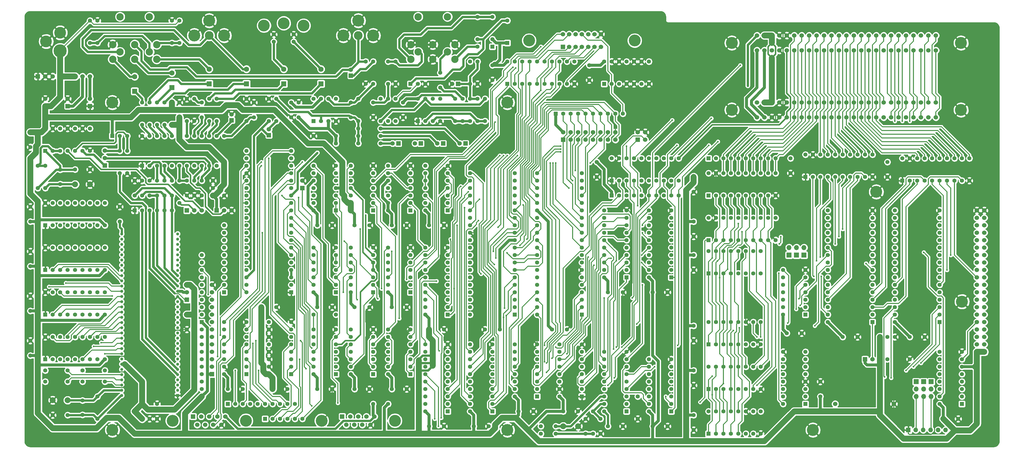
<source format=gbr>
G04 #@! TF.GenerationSoftware,KiCad,Pcbnew,5.1.8-1.fc33*
G04 #@! TF.CreationDate,2020-11-13T16:40:45+01:00*
G04 #@! TF.ProjectId,Omega-Mainboard,4f6d6567-612d-44d6-9169-6e626f617264,rev?*
G04 #@! TF.SameCoordinates,Original*
G04 #@! TF.FileFunction,Copper,L2,Bot*
G04 #@! TF.FilePolarity,Positive*
%FSLAX46Y46*%
G04 Gerber Fmt 4.6, Leading zero omitted, Abs format (unit mm)*
G04 Created by KiCad (PCBNEW 5.1.8-1.fc33) date 2020-11-13 16:40:45*
%MOMM*%
%LPD*%
G01*
G04 APERTURE LIST*
G04 #@! TA.AperFunction,ComponentPad*
%ADD10R,1.700000X1.700000*%
G04 #@! TD*
G04 #@! TA.AperFunction,ComponentPad*
%ADD11O,1.700000X1.700000*%
G04 #@! TD*
G04 #@! TA.AperFunction,ComponentPad*
%ADD12R,1.397000X1.397000*%
G04 #@! TD*
G04 #@! TA.AperFunction,ComponentPad*
%ADD13C,1.397000*%
G04 #@! TD*
G04 #@! TA.AperFunction,ComponentPad*
%ADD14C,2.500000*%
G04 #@! TD*
G04 #@! TA.AperFunction,ComponentPad*
%ADD15C,1.371600*%
G04 #@! TD*
G04 #@! TA.AperFunction,ComponentPad*
%ADD16C,4.000500*%
G04 #@! TD*
G04 #@! TA.AperFunction,ComponentPad*
%ADD17R,1.016000X1.016000*%
G04 #@! TD*
G04 #@! TA.AperFunction,ComponentPad*
%ADD18C,1.016000*%
G04 #@! TD*
G04 #@! TA.AperFunction,ComponentPad*
%ADD19R,1.524000X1.524000*%
G04 #@! TD*
G04 #@! TA.AperFunction,ComponentPad*
%ADD20C,1.524000*%
G04 #@! TD*
G04 #@! TA.AperFunction,ComponentPad*
%ADD21C,4.064000*%
G04 #@! TD*
G04 #@! TA.AperFunction,ComponentPad*
%ADD22C,2.971800*%
G04 #@! TD*
G04 #@! TA.AperFunction,ComponentPad*
%ADD23C,4.048760*%
G04 #@! TD*
G04 #@! TA.AperFunction,ComponentPad*
%ADD24R,1.490980X1.490980*%
G04 #@! TD*
G04 #@! TA.AperFunction,ComponentPad*
%ADD25C,1.490980*%
G04 #@! TD*
G04 #@! TA.AperFunction,ComponentPad*
%ADD26R,1.778000X1.778000*%
G04 #@! TD*
G04 #@! TA.AperFunction,ComponentPad*
%ADD27C,1.778000*%
G04 #@! TD*
G04 #@! TA.AperFunction,ComponentPad*
%ADD28C,1.998980*%
G04 #@! TD*
G04 #@! TA.AperFunction,ComponentPad*
%ADD29C,4.000000*%
G04 #@! TD*
G04 #@! TA.AperFunction,ComponentPad*
%ADD30C,4.500000*%
G04 #@! TD*
G04 #@! TA.AperFunction,ComponentPad*
%ADD31R,1.600000X1.600000*%
G04 #@! TD*
G04 #@! TA.AperFunction,ComponentPad*
%ADD32O,1.600000X1.600000*%
G04 #@! TD*
G04 #@! TA.AperFunction,ViaPad*
%ADD33C,0.600000*%
G04 #@! TD*
G04 #@! TA.AperFunction,Conductor*
%ADD34C,0.990600*%
G04 #@! TD*
G04 #@! TA.AperFunction,Conductor*
%ADD35C,1.000000*%
G04 #@! TD*
G04 #@! TA.AperFunction,Conductor*
%ADD36C,2.000000*%
G04 #@! TD*
G04 #@! TA.AperFunction,Conductor*
%ADD37C,0.736600*%
G04 #@! TD*
G04 #@! TA.AperFunction,Conductor*
%ADD38C,0.482600*%
G04 #@! TD*
G04 #@! TA.AperFunction,Conductor*
%ADD39C,0.355600*%
G04 #@! TD*
G04 #@! TA.AperFunction,Conductor*
%ADD40C,0.375000*%
G04 #@! TD*
G04 #@! TA.AperFunction,Conductor*
%ADD41C,0.254000*%
G04 #@! TD*
G04 #@! TA.AperFunction,Conductor*
%ADD42C,0.750000*%
G04 #@! TD*
G04 #@! TA.AperFunction,Conductor*
%ADD43C,0.500000*%
G04 #@! TD*
G04 #@! TA.AperFunction,Conductor*
%ADD44C,0.100000*%
G04 #@! TD*
G04 APERTURE END LIST*
D10*
X273812000Y-96520000D03*
D11*
X273812000Y-93980000D03*
X276352000Y-93980000D03*
D10*
X276352000Y-96520000D03*
X278892000Y-96520000D03*
D11*
X278892000Y-93980000D03*
D12*
X246380000Y-102743000D03*
D13*
X248920000Y-102743000D03*
X251460000Y-102743000D03*
X254000000Y-102743000D03*
X256540000Y-102743000D03*
X259080000Y-102743000D03*
X261620000Y-102743000D03*
X264160000Y-102743000D03*
X264160000Y-95123000D03*
X261620000Y-95123000D03*
X259080000Y-95123000D03*
X256540000Y-95123000D03*
X254000000Y-95123000D03*
X251460000Y-95123000D03*
X248920000Y-95123000D03*
X246380000Y-95123000D03*
D14*
X50800000Y-24700000D03*
X50800000Y-29700000D03*
X45800000Y-27200000D03*
X55800000Y-27200000D03*
X43300000Y-24700000D03*
X43300000Y-29700000D03*
X58300000Y-24700000D03*
X58300000Y-29700000D03*
X55800000Y-15200000D03*
X45800000Y-15200000D03*
D15*
X98200000Y-23700000D03*
X105000000Y-23700000D03*
X105000000Y-21200000D03*
X98200000Y-21200000D03*
D16*
X101600000Y-17400000D03*
X94850000Y-18200000D03*
X108350000Y-18200000D03*
D12*
X213360000Y-76200000D03*
D13*
X215900000Y-76200000D03*
X218440000Y-76200000D03*
X220980000Y-76200000D03*
X223520000Y-76200000D03*
X226060000Y-76200000D03*
X228600000Y-76200000D03*
X231140000Y-76200000D03*
X233680000Y-76200000D03*
X236220000Y-76200000D03*
X66040000Y-49530000D03*
X66040000Y-44450000D03*
X63500000Y-44450000D03*
X63500000Y-52070000D03*
X50800000Y-149860000D03*
X50800000Y-157480000D03*
D17*
X65405000Y-144399000D03*
D18*
X65405000Y-142621000D03*
X65405000Y-140843000D03*
X65405000Y-139065000D03*
X65405000Y-137287000D03*
X65405000Y-135509000D03*
X65405000Y-133731000D03*
X65405000Y-131953000D03*
X65405000Y-130175000D03*
X65405000Y-128397000D03*
X65405000Y-126619000D03*
X65405000Y-124841000D03*
X65405000Y-123063000D03*
X65405000Y-121285000D03*
X65405000Y-119507000D03*
X65405000Y-117729000D03*
X65405000Y-115951000D03*
X65405000Y-114173000D03*
X65405000Y-112395000D03*
X65405000Y-110617000D03*
X65405000Y-108839000D03*
X65405000Y-107061000D03*
X65405000Y-105283000D03*
X65405000Y-103505000D03*
X65405000Y-101727000D03*
X65405000Y-99949000D03*
X65405000Y-98171000D03*
X65405000Y-96393000D03*
X65405000Y-94615000D03*
X65405000Y-92837000D03*
X65405000Y-91059000D03*
X65405000Y-89281000D03*
X46355000Y-89281000D03*
X46355000Y-91059000D03*
X46355000Y-92837000D03*
X46355000Y-94615000D03*
X46355000Y-96393000D03*
X46355000Y-98171000D03*
X46355000Y-99949000D03*
X46355000Y-101727000D03*
X46355000Y-103505000D03*
X46355000Y-105283000D03*
X46355000Y-107061000D03*
X46355000Y-108839000D03*
X46355000Y-110617000D03*
X46355000Y-112395000D03*
X46355000Y-114173000D03*
X46355000Y-115951000D03*
X46355000Y-117729000D03*
X46355000Y-119507000D03*
X46355000Y-121285000D03*
X46355000Y-123063000D03*
X46355000Y-124841000D03*
X46355000Y-126619000D03*
X46355000Y-128397000D03*
X46355000Y-130175000D03*
X46355000Y-131953000D03*
X46355000Y-133731000D03*
X46355000Y-135509000D03*
X46355000Y-137287000D03*
X46355000Y-139065000D03*
X46355000Y-140843000D03*
X46355000Y-142621000D03*
X46355000Y-144399000D03*
D19*
X196850000Y-57150000D03*
D20*
X196850000Y-54610000D03*
X199390000Y-57150000D03*
X199390000Y-54610000D03*
X201930000Y-57150000D03*
X201930000Y-54610000D03*
X204470000Y-57150000D03*
X204470000Y-54610000D03*
X207010000Y-57150000D03*
X207010000Y-54610000D03*
X209550000Y-57150000D03*
X209550000Y-54610000D03*
X212090000Y-57150000D03*
X212090000Y-54610000D03*
X214630000Y-57150000D03*
X214630000Y-54610000D03*
D21*
X76200000Y-16510000D03*
X81280000Y-21590000D03*
X71120000Y-21590000D03*
D22*
X76200000Y-21590000D03*
D13*
X38100000Y-16510000D03*
X38100000Y-24130000D03*
X35560000Y-16510000D03*
X35560000Y-24130000D03*
X63500000Y-16510000D03*
X63500000Y-24130000D03*
D23*
X221200000Y-23300000D03*
X185200000Y-23300000D03*
D19*
X196720000Y-25445000D03*
D20*
X198880000Y-25445000D03*
X201040000Y-25445000D03*
X203200000Y-25445000D03*
X205360000Y-25445000D03*
X207520000Y-25445000D03*
X209680000Y-25445000D03*
X203200000Y-21155000D03*
X196720000Y-21155000D03*
X198880000Y-21155000D03*
X201040000Y-21155000D03*
X205360000Y-21155000D03*
X207520000Y-21155000D03*
X209680000Y-21155000D03*
D13*
X160020000Y-43180000D03*
X160020000Y-50800000D03*
X162560000Y-50800000D03*
X162560000Y-43180000D03*
X165100000Y-50800000D03*
X165100000Y-43180000D03*
X170180000Y-50800000D03*
X170180000Y-43180000D03*
X142240000Y-44450000D03*
X142240000Y-49530000D03*
X167640000Y-43180000D03*
X167640000Y-50800000D03*
X134620000Y-50800000D03*
X134620000Y-43180000D03*
D12*
X147320000Y-50800000D03*
D13*
X149860000Y-50800000D03*
X152400000Y-50800000D03*
X154940000Y-50800000D03*
X154940000Y-43180000D03*
X152400000Y-43180000D03*
X149860000Y-43180000D03*
X147320000Y-43180000D03*
D12*
X172720000Y-25400000D03*
D13*
X172720000Y-22860000D03*
X172720000Y-15240000D03*
X167640000Y-15240000D03*
X167640000Y-22860000D03*
X167640000Y-25400000D03*
X71120000Y-43180000D03*
X71120000Y-50800000D03*
D12*
X119380000Y-137160000D03*
D13*
X119380000Y-134620000D03*
X119380000Y-132080000D03*
X119380000Y-129540000D03*
X119380000Y-127000000D03*
X119380000Y-124460000D03*
X119380000Y-121920000D03*
X111760000Y-121920000D03*
X111760000Y-124460000D03*
X111760000Y-127000000D03*
X111760000Y-129540000D03*
X111760000Y-132080000D03*
X111760000Y-134620000D03*
X111760000Y-137160000D03*
D12*
X132080000Y-137160000D03*
D13*
X132080000Y-134620000D03*
X132080000Y-132080000D03*
X132080000Y-129540000D03*
X132080000Y-127000000D03*
X132080000Y-124460000D03*
X132080000Y-121920000D03*
X124460000Y-121920000D03*
X124460000Y-124460000D03*
X124460000Y-127000000D03*
X124460000Y-129540000D03*
X124460000Y-132080000D03*
X124460000Y-134620000D03*
X124460000Y-137160000D03*
D12*
X132080000Y-81280000D03*
D13*
X132080000Y-78740000D03*
X132080000Y-76200000D03*
X132080000Y-73660000D03*
X132080000Y-71120000D03*
X132080000Y-68580000D03*
X132080000Y-66040000D03*
X124460000Y-66040000D03*
X124460000Y-68580000D03*
X124460000Y-71120000D03*
X124460000Y-73660000D03*
X124460000Y-76200000D03*
X124460000Y-78740000D03*
X124460000Y-81280000D03*
D12*
X218440000Y-104140000D03*
D13*
X218440000Y-101600000D03*
X218440000Y-99060000D03*
X218440000Y-96520000D03*
X218440000Y-93980000D03*
X218440000Y-91440000D03*
X218440000Y-88900000D03*
X218440000Y-86360000D03*
X218440000Y-83820000D03*
X218440000Y-81280000D03*
X210820000Y-81280000D03*
X210820000Y-83820000D03*
X210820000Y-86360000D03*
X210820000Y-88900000D03*
X210820000Y-91440000D03*
X210820000Y-93980000D03*
X210820000Y-96520000D03*
X210820000Y-99060000D03*
X210820000Y-101600000D03*
X210820000Y-104140000D03*
D12*
X180340000Y-116840000D03*
D13*
X180340000Y-114300000D03*
X180340000Y-111760000D03*
X180340000Y-109220000D03*
X180340000Y-106680000D03*
X180340000Y-104140000D03*
X180340000Y-101600000D03*
X180340000Y-99060000D03*
X180340000Y-96520000D03*
X180340000Y-93980000D03*
X180340000Y-91440000D03*
X180340000Y-88900000D03*
X180340000Y-86360000D03*
X180340000Y-83820000D03*
X180340000Y-81280000D03*
X180340000Y-78740000D03*
X180340000Y-76200000D03*
X180340000Y-73660000D03*
X180340000Y-71120000D03*
X180340000Y-68580000D03*
X165100000Y-68580000D03*
X165100000Y-71120000D03*
X165100000Y-73660000D03*
X165100000Y-76200000D03*
X165100000Y-78740000D03*
X165100000Y-81280000D03*
X165100000Y-83820000D03*
X165100000Y-86360000D03*
X165100000Y-88900000D03*
X165100000Y-91440000D03*
X165100000Y-93980000D03*
X165100000Y-96520000D03*
X165100000Y-99060000D03*
X165100000Y-101600000D03*
X165100000Y-104140000D03*
X165100000Y-106680000D03*
X165100000Y-109220000D03*
X165100000Y-111760000D03*
X165100000Y-114300000D03*
X165100000Y-116840000D03*
D12*
X213360000Y-71120000D03*
D13*
X215900000Y-71120000D03*
X218440000Y-71120000D03*
X220980000Y-71120000D03*
X223520000Y-71120000D03*
X226060000Y-71120000D03*
X228600000Y-71120000D03*
X231140000Y-71120000D03*
X233680000Y-71120000D03*
X236220000Y-71120000D03*
X236220000Y-63500000D03*
X233680000Y-63500000D03*
X231140000Y-63500000D03*
X228600000Y-63500000D03*
X226060000Y-63500000D03*
X223520000Y-63500000D03*
X220980000Y-63500000D03*
X218440000Y-63500000D03*
X215900000Y-63500000D03*
X213360000Y-63500000D03*
X227330000Y-109220000D03*
X232410000Y-109220000D03*
D20*
X262890000Y-26670000D03*
X262890000Y-21590000D03*
X265430000Y-26670000D03*
X265430000Y-21590000D03*
X267970000Y-26670000D03*
X267970000Y-21590000D03*
X270510000Y-26670000D03*
X270510000Y-21590000D03*
X273050000Y-26670000D03*
X273050000Y-21590000D03*
X275590000Y-26670000D03*
X275590000Y-21590000D03*
X278130000Y-26670000D03*
X278130000Y-21590000D03*
X280670000Y-26670000D03*
X280670000Y-21590000D03*
X283210000Y-26670000D03*
X283210000Y-21590000D03*
X285750000Y-26670000D03*
X285750000Y-21590000D03*
X288290000Y-26670000D03*
X288290000Y-21590000D03*
X290830000Y-26670000D03*
X290830000Y-21590000D03*
X293370000Y-26670000D03*
X293370000Y-21590000D03*
X295910000Y-26670000D03*
X295910000Y-21590000D03*
X298450000Y-26670000D03*
X298450000Y-21590000D03*
X300990000Y-26670000D03*
X300990000Y-21590000D03*
X303530000Y-26670000D03*
X303530000Y-21590000D03*
X306070000Y-26670000D03*
X306070000Y-21590000D03*
X308610000Y-26670000D03*
X308610000Y-21590000D03*
X311150000Y-26670000D03*
X311150000Y-21590000D03*
X313690000Y-26670000D03*
X313690000Y-21590000D03*
X316230000Y-26670000D03*
X316230000Y-21590000D03*
X318770000Y-26670000D03*
X318770000Y-21590000D03*
X321310000Y-26670000D03*
X321310000Y-21590000D03*
X323850000Y-26670000D03*
X323850000Y-21590000D03*
D23*
X63705740Y-153035000D03*
X88694260Y-153035000D03*
D19*
X70713600Y-151612600D03*
D20*
X73456800Y-151612600D03*
X76200000Y-151612600D03*
X78943200Y-151612600D03*
X81686400Y-151612600D03*
X80314800Y-154457400D03*
X77571600Y-154457400D03*
X74803000Y-154457400D03*
X72085200Y-154457400D03*
D12*
X302260000Y-119380000D03*
D13*
X302260000Y-116840000D03*
X302260000Y-114300000D03*
X302260000Y-111760000D03*
X302260000Y-109220000D03*
X302260000Y-106680000D03*
X302260000Y-104140000D03*
X302260000Y-101600000D03*
X302260000Y-99060000D03*
X302260000Y-96520000D03*
X302260000Y-93980000D03*
X302260000Y-91440000D03*
X302260000Y-88900000D03*
X302260000Y-86360000D03*
X302260000Y-83820000D03*
X302260000Y-81280000D03*
X287020000Y-81280000D03*
X287020000Y-83820000D03*
X287020000Y-86360000D03*
X287020000Y-88900000D03*
X287020000Y-91440000D03*
X287020000Y-93980000D03*
X287020000Y-96520000D03*
X287020000Y-99060000D03*
X287020000Y-101600000D03*
X287020000Y-104140000D03*
X287020000Y-106680000D03*
X287020000Y-109220000D03*
X287020000Y-111760000D03*
X287020000Y-114300000D03*
X287020000Y-116840000D03*
X287020000Y-119380000D03*
D12*
X325120000Y-119380000D03*
D13*
X325120000Y-116840000D03*
X325120000Y-114300000D03*
X325120000Y-111760000D03*
X325120000Y-109220000D03*
X325120000Y-106680000D03*
X325120000Y-104140000D03*
X325120000Y-101600000D03*
X325120000Y-99060000D03*
X325120000Y-96520000D03*
X325120000Y-93980000D03*
X325120000Y-91440000D03*
X325120000Y-88900000D03*
X325120000Y-86360000D03*
X325120000Y-83820000D03*
X325120000Y-81280000D03*
X309880000Y-81280000D03*
X309880000Y-83820000D03*
X309880000Y-86360000D03*
X309880000Y-88900000D03*
X309880000Y-91440000D03*
X309880000Y-93980000D03*
X309880000Y-96520000D03*
X309880000Y-99060000D03*
X309880000Y-101600000D03*
X309880000Y-104140000D03*
X309880000Y-106680000D03*
X309880000Y-109220000D03*
X309880000Y-111760000D03*
X309880000Y-114300000D03*
X309880000Y-116840000D03*
X309880000Y-119380000D03*
D12*
X279400000Y-69850000D03*
D13*
X281940000Y-69850000D03*
X284480000Y-69850000D03*
X287020000Y-69850000D03*
X289560000Y-69850000D03*
X292100000Y-69850000D03*
X294640000Y-69850000D03*
X297180000Y-69850000D03*
X299720000Y-69850000D03*
X302260000Y-69850000D03*
X302260000Y-62230000D03*
X299720000Y-62230000D03*
X297180000Y-62230000D03*
X294640000Y-62230000D03*
X292100000Y-62230000D03*
X289560000Y-62230000D03*
X287020000Y-62230000D03*
X284480000Y-62230000D03*
X281940000Y-62230000D03*
X279400000Y-62230000D03*
D20*
X289529520Y-147320000D03*
X309529480Y-147320000D03*
D12*
X279400000Y-116840000D03*
D13*
X279400000Y-114300000D03*
X279400000Y-111760000D03*
X279400000Y-109220000D03*
X279400000Y-106680000D03*
X279400000Y-104140000D03*
X279400000Y-101600000D03*
X271780000Y-101600000D03*
X271780000Y-104140000D03*
X271780000Y-106680000D03*
X271780000Y-109220000D03*
X271780000Y-111760000D03*
X271780000Y-114300000D03*
X271780000Y-116840000D03*
X273050000Y-123190000D03*
X278130000Y-123190000D03*
D12*
X246380000Y-76200000D03*
D13*
X248920000Y-76200000D03*
X251460000Y-76200000D03*
X254000000Y-76200000D03*
X256540000Y-76200000D03*
X259080000Y-76200000D03*
X261620000Y-76200000D03*
X264160000Y-76200000D03*
X266700000Y-76200000D03*
X269240000Y-76200000D03*
X269240000Y-68580000D03*
X266700000Y-68580000D03*
X264160000Y-68580000D03*
X261620000Y-68580000D03*
X259080000Y-68580000D03*
X256540000Y-68580000D03*
X254000000Y-68580000D03*
X251460000Y-68580000D03*
X248920000Y-68580000D03*
X246380000Y-68580000D03*
D12*
X246380000Y-91440000D03*
D13*
X248920000Y-91440000D03*
X251460000Y-91440000D03*
X254000000Y-91440000D03*
X256540000Y-91440000D03*
X259080000Y-91440000D03*
X261620000Y-91440000D03*
X264160000Y-91440000D03*
X266700000Y-91440000D03*
X269240000Y-91440000D03*
X269240000Y-83820000D03*
X266700000Y-83820000D03*
X264160000Y-83820000D03*
X261620000Y-83820000D03*
X259080000Y-83820000D03*
X256540000Y-83820000D03*
X254000000Y-83820000D03*
X251460000Y-83820000D03*
X248920000Y-83820000D03*
X246380000Y-83820000D03*
D12*
X218440000Y-149860000D03*
D13*
X218440000Y-147320000D03*
X218440000Y-144780000D03*
X218440000Y-142240000D03*
X218440000Y-139700000D03*
X218440000Y-137160000D03*
X218440000Y-134620000D03*
X218440000Y-132080000D03*
X218440000Y-129540000D03*
X210820000Y-129540000D03*
X210820000Y-132080000D03*
X210820000Y-134620000D03*
X210820000Y-137160000D03*
X210820000Y-139700000D03*
X210820000Y-142240000D03*
X210820000Y-144780000D03*
X210820000Y-147320000D03*
X210820000Y-149860000D03*
D12*
X132080000Y-109220000D03*
D13*
X132080000Y-106680000D03*
X132080000Y-104140000D03*
X132080000Y-101600000D03*
X132080000Y-99060000D03*
X132080000Y-96520000D03*
X132080000Y-93980000D03*
X124460000Y-93980000D03*
X124460000Y-96520000D03*
X124460000Y-99060000D03*
X124460000Y-101600000D03*
X124460000Y-104140000D03*
X124460000Y-106680000D03*
X124460000Y-109220000D03*
D12*
X104140000Y-109220000D03*
D13*
X104140000Y-106680000D03*
X104140000Y-104140000D03*
X104140000Y-101600000D03*
X104140000Y-99060000D03*
X104140000Y-96520000D03*
X104140000Y-93980000D03*
X104140000Y-91440000D03*
X104140000Y-88900000D03*
X104140000Y-86360000D03*
X104140000Y-83820000D03*
X104140000Y-81280000D03*
X104140000Y-78740000D03*
X104140000Y-76200000D03*
X104140000Y-73660000D03*
X104140000Y-71120000D03*
X104140000Y-68580000D03*
X104140000Y-66040000D03*
X104140000Y-63500000D03*
X104140000Y-60960000D03*
X88900000Y-60960000D03*
X88900000Y-63500000D03*
X88900000Y-66040000D03*
X88900000Y-68580000D03*
X88900000Y-71120000D03*
X88900000Y-73660000D03*
X88900000Y-76200000D03*
X88900000Y-78740000D03*
X88900000Y-81280000D03*
X88900000Y-83820000D03*
X88900000Y-86360000D03*
X88900000Y-88900000D03*
X88900000Y-91440000D03*
X88900000Y-93980000D03*
X88900000Y-96520000D03*
X88900000Y-99060000D03*
X88900000Y-101600000D03*
X88900000Y-104140000D03*
X88900000Y-106680000D03*
X88900000Y-109220000D03*
D12*
X144780000Y-137160000D03*
D13*
X144780000Y-134620000D03*
X144780000Y-132080000D03*
X144780000Y-129540000D03*
X144780000Y-127000000D03*
X144780000Y-124460000D03*
X144780000Y-121920000D03*
X137160000Y-121920000D03*
X137160000Y-124460000D03*
X137160000Y-127000000D03*
X137160000Y-129540000D03*
X137160000Y-132080000D03*
X137160000Y-134620000D03*
X137160000Y-137160000D03*
D12*
X20320000Y-60960000D03*
D13*
X22860000Y-60960000D03*
X25400000Y-60960000D03*
X27940000Y-60960000D03*
X30480000Y-60960000D03*
X33020000Y-60960000D03*
X35560000Y-60960000D03*
X35560000Y-53340000D03*
X33020000Y-53340000D03*
X30480000Y-53340000D03*
X27940000Y-53340000D03*
X25400000Y-53340000D03*
X22860000Y-53340000D03*
X20320000Y-53340000D03*
D12*
X144780000Y-109220000D03*
D13*
X144780000Y-106680000D03*
X144780000Y-104140000D03*
X144780000Y-101600000D03*
X144780000Y-99060000D03*
X144780000Y-96520000D03*
X144780000Y-93980000D03*
X137160000Y-93980000D03*
X137160000Y-96520000D03*
X137160000Y-99060000D03*
X137160000Y-101600000D03*
X137160000Y-104140000D03*
X137160000Y-106680000D03*
X137160000Y-109220000D03*
D12*
X157480000Y-116840000D03*
D13*
X157480000Y-114300000D03*
X157480000Y-111760000D03*
X157480000Y-109220000D03*
X157480000Y-106680000D03*
X157480000Y-104140000D03*
X157480000Y-101600000D03*
X157480000Y-99060000D03*
X157480000Y-96520000D03*
X157480000Y-93980000D03*
X149860000Y-93980000D03*
X149860000Y-96520000D03*
X149860000Y-99060000D03*
X149860000Y-101600000D03*
X149860000Y-104140000D03*
X149860000Y-106680000D03*
X149860000Y-109220000D03*
X149860000Y-111760000D03*
X149860000Y-114300000D03*
X149860000Y-116840000D03*
D12*
X203200000Y-116840000D03*
D13*
X203200000Y-114300000D03*
X203200000Y-111760000D03*
X203200000Y-109220000D03*
X203200000Y-106680000D03*
X203200000Y-104140000D03*
X203200000Y-101600000D03*
X203200000Y-99060000D03*
X203200000Y-96520000D03*
X203200000Y-93980000D03*
X203200000Y-91440000D03*
X203200000Y-88900000D03*
X203200000Y-86360000D03*
X203200000Y-83820000D03*
X203200000Y-81280000D03*
X203200000Y-78740000D03*
X203200000Y-76200000D03*
X203200000Y-73660000D03*
X203200000Y-71120000D03*
X203200000Y-68580000D03*
X187960000Y-68580000D03*
X187960000Y-71120000D03*
X187960000Y-73660000D03*
X187960000Y-76200000D03*
X187960000Y-78740000D03*
X187960000Y-81280000D03*
X187960000Y-83820000D03*
X187960000Y-86360000D03*
X187960000Y-88900000D03*
X187960000Y-91440000D03*
X187960000Y-93980000D03*
X187960000Y-96520000D03*
X187960000Y-99060000D03*
X187960000Y-101600000D03*
X187960000Y-104140000D03*
X187960000Y-106680000D03*
X187960000Y-109220000D03*
X187960000Y-111760000D03*
X187960000Y-114300000D03*
X187960000Y-116840000D03*
D12*
X233680000Y-104140000D03*
D13*
X233680000Y-101600000D03*
X233680000Y-99060000D03*
X233680000Y-96520000D03*
X233680000Y-93980000D03*
X233680000Y-91440000D03*
X233680000Y-88900000D03*
X233680000Y-86360000D03*
X233680000Y-83820000D03*
X233680000Y-81280000D03*
X226060000Y-81280000D03*
X226060000Y-83820000D03*
X226060000Y-86360000D03*
X226060000Y-88900000D03*
X226060000Y-91440000D03*
X226060000Y-93980000D03*
X226060000Y-96520000D03*
X226060000Y-99060000D03*
X226060000Y-101600000D03*
X226060000Y-104140000D03*
D12*
X20320000Y-86360000D03*
D13*
X22860000Y-86360000D03*
X25400000Y-86360000D03*
X27940000Y-86360000D03*
X30480000Y-86360000D03*
X33020000Y-86360000D03*
X35560000Y-86360000D03*
X38100000Y-86360000D03*
X40640000Y-86360000D03*
X40640000Y-78740000D03*
X38100000Y-78740000D03*
X35560000Y-78740000D03*
X33020000Y-78740000D03*
X30480000Y-78740000D03*
X27940000Y-78740000D03*
X25400000Y-78740000D03*
X22860000Y-78740000D03*
X20320000Y-78740000D03*
D12*
X233680000Y-149860000D03*
D13*
X233680000Y-147320000D03*
X233680000Y-144780000D03*
X233680000Y-142240000D03*
X233680000Y-139700000D03*
X233680000Y-137160000D03*
X233680000Y-134620000D03*
X233680000Y-132080000D03*
X226060000Y-132080000D03*
X226060000Y-134620000D03*
X226060000Y-137160000D03*
X226060000Y-139700000D03*
X226060000Y-142240000D03*
X226060000Y-144780000D03*
X226060000Y-147320000D03*
X226060000Y-149860000D03*
D12*
X203200000Y-144780000D03*
D13*
X203200000Y-142240000D03*
X203200000Y-139700000D03*
X203200000Y-137160000D03*
X203200000Y-134620000D03*
X203200000Y-132080000D03*
X203200000Y-129540000D03*
X203200000Y-127000000D03*
X195580000Y-127000000D03*
X195580000Y-129540000D03*
X195580000Y-132080000D03*
X195580000Y-134620000D03*
X195580000Y-137160000D03*
X195580000Y-139700000D03*
X195580000Y-142240000D03*
X195580000Y-144780000D03*
D12*
X157480000Y-149860000D03*
D13*
X157480000Y-147320000D03*
X157480000Y-144780000D03*
X157480000Y-142240000D03*
X157480000Y-139700000D03*
X157480000Y-137160000D03*
X157480000Y-134620000D03*
X157480000Y-132080000D03*
X157480000Y-129540000D03*
X157480000Y-127000000D03*
X149860000Y-127000000D03*
X149860000Y-129540000D03*
X149860000Y-132080000D03*
X149860000Y-134620000D03*
X149860000Y-137160000D03*
X149860000Y-139700000D03*
X149860000Y-142240000D03*
X149860000Y-144780000D03*
X149860000Y-147320000D03*
X149860000Y-149860000D03*
D20*
X122885200Y-154457400D03*
X125603000Y-154457400D03*
X128371600Y-154457400D03*
X131114800Y-154457400D03*
X132486400Y-151612600D03*
X129743200Y-151612600D03*
X127000000Y-151612600D03*
X124256800Y-151612600D03*
D19*
X121513600Y-151612600D03*
D23*
X139494260Y-153035000D03*
X114505740Y-153035000D03*
D12*
X172720000Y-149860000D03*
D13*
X172720000Y-147320000D03*
X172720000Y-144780000D03*
X172720000Y-142240000D03*
X172720000Y-139700000D03*
X172720000Y-137160000D03*
X172720000Y-134620000D03*
X172720000Y-132080000D03*
X172720000Y-129540000D03*
X172720000Y-127000000D03*
X165100000Y-127000000D03*
X165100000Y-129540000D03*
X165100000Y-132080000D03*
X165100000Y-134620000D03*
X165100000Y-137160000D03*
X165100000Y-139700000D03*
X165100000Y-142240000D03*
X165100000Y-144780000D03*
X165100000Y-147320000D03*
X165100000Y-149860000D03*
D24*
X163560760Y-58420000D03*
D25*
X161559240Y-58420000D03*
D12*
X332740000Y-147320000D03*
D13*
X332740000Y-144780000D03*
X332740000Y-142240000D03*
X332740000Y-139700000D03*
X332740000Y-137160000D03*
X332740000Y-134620000D03*
X332740000Y-132080000D03*
X332740000Y-129540000D03*
X325120000Y-129540000D03*
X325120000Y-132080000D03*
X325120000Y-134620000D03*
X325120000Y-137160000D03*
X325120000Y-139700000D03*
X325120000Y-142240000D03*
X325120000Y-144780000D03*
X325120000Y-147320000D03*
D20*
X323850000Y-44450000D03*
X323850000Y-49530000D03*
X321310000Y-44450000D03*
X321310000Y-49530000D03*
X318770000Y-44450000D03*
X318770000Y-49530000D03*
X316230000Y-44450000D03*
X316230000Y-49530000D03*
X313690000Y-44450000D03*
X313690000Y-49530000D03*
X311150000Y-44450000D03*
X311150000Y-49530000D03*
X308610000Y-44450000D03*
X308610000Y-49530000D03*
X306070000Y-44450000D03*
X306070000Y-49530000D03*
X303530000Y-44450000D03*
X303530000Y-49530000D03*
X300990000Y-44450000D03*
X300990000Y-49530000D03*
X298450000Y-44450000D03*
X298450000Y-49530000D03*
X295910000Y-44450000D03*
X295910000Y-49530000D03*
X293370000Y-44450000D03*
X293370000Y-49530000D03*
X290830000Y-44450000D03*
X290830000Y-49530000D03*
X288290000Y-44450000D03*
X288290000Y-49530000D03*
X285750000Y-44450000D03*
X285750000Y-49530000D03*
X283210000Y-44450000D03*
X283210000Y-49530000D03*
X280670000Y-44450000D03*
X280670000Y-49530000D03*
X278130000Y-44450000D03*
X278130000Y-49530000D03*
X275590000Y-44450000D03*
X275590000Y-49530000D03*
X273050000Y-44450000D03*
X273050000Y-49530000D03*
X270510000Y-44450000D03*
X270510000Y-49530000D03*
X267970000Y-44450000D03*
X267970000Y-49530000D03*
X265430000Y-44450000D03*
X265430000Y-49530000D03*
X262890000Y-44450000D03*
X262890000Y-49530000D03*
D13*
X78740000Y-43180000D03*
X78740000Y-50800000D03*
D21*
X43180000Y-44450000D03*
X177800000Y-44450000D03*
X303530000Y-74930000D03*
X43180000Y-156210000D03*
X177800000Y-156210000D03*
X281940000Y-156210000D03*
X332740000Y-112395000D03*
D13*
X175260000Y-121920000D03*
X170180000Y-121920000D03*
X193040000Y-121920000D03*
X198120000Y-121920000D03*
X53340000Y-147320000D03*
X58420000Y-147320000D03*
X93980000Y-114300000D03*
X99060000Y-114300000D03*
X212090000Y-154940000D03*
X217170000Y-154940000D03*
X292100000Y-124460000D03*
X297180000Y-124460000D03*
X314960000Y-124460000D03*
X320040000Y-124460000D03*
X15240000Y-85090000D03*
X15240000Y-80010000D03*
X15240000Y-115570000D03*
X15240000Y-110490000D03*
X15240000Y-100330000D03*
X15240000Y-95250000D03*
X15240000Y-130810000D03*
X15240000Y-125730000D03*
X151130000Y-121920000D03*
X156210000Y-121920000D03*
X151130000Y-154940000D03*
X156210000Y-154940000D03*
X166370000Y-154940000D03*
X171450000Y-154940000D03*
X241300000Y-96520000D03*
X241300000Y-101600000D03*
X241300000Y-135890000D03*
X241300000Y-140970000D03*
X241300000Y-120650000D03*
X241300000Y-125730000D03*
X241300000Y-151130000D03*
X241300000Y-156210000D03*
X274320000Y-63500000D03*
X274320000Y-68580000D03*
X307340000Y-64770000D03*
X307340000Y-69850000D03*
X208280000Y-64770000D03*
X208280000Y-69850000D03*
X212090000Y-109220000D03*
X217170000Y-109220000D03*
X172720000Y-31750000D03*
X172720000Y-36830000D03*
X241300000Y-69850000D03*
X241300000Y-74930000D03*
X241300000Y-85090000D03*
X241300000Y-90170000D03*
X227330000Y-154940000D03*
X232410000Y-154940000D03*
X82550000Y-142240000D03*
X87630000Y-142240000D03*
X97790000Y-142240000D03*
X102870000Y-142240000D03*
X196850000Y-149860000D03*
X201930000Y-149860000D03*
X181610000Y-149860000D03*
X186690000Y-149860000D03*
X326390000Y-152400000D03*
X331470000Y-152400000D03*
X205740000Y-31750000D03*
X205740000Y-36830000D03*
X138430000Y-86360000D03*
X143510000Y-86360000D03*
X125730000Y-86360000D03*
X130810000Y-86360000D03*
X113030000Y-86360000D03*
X118110000Y-86360000D03*
X138430000Y-142240000D03*
X143510000Y-142240000D03*
X125730000Y-142240000D03*
X130810000Y-142240000D03*
X125730000Y-114300000D03*
X130810000Y-114300000D03*
X138430000Y-114300000D03*
X143510000Y-114300000D03*
X113030000Y-142240000D03*
X118110000Y-142240000D03*
X15240000Y-54610000D03*
X15240000Y-59690000D03*
X113030000Y-114300000D03*
X118110000Y-114300000D03*
X151130000Y-86360000D03*
X156210000Y-86360000D03*
X284480000Y-144780000D03*
X284480000Y-139700000D03*
X81280000Y-71120000D03*
X81280000Y-76200000D03*
X104140000Y-44450000D03*
X104140000Y-49530000D03*
X60960000Y-76200000D03*
X60960000Y-71120000D03*
X58420000Y-76200000D03*
X58420000Y-71120000D03*
X63500000Y-76200000D03*
X63500000Y-71120000D03*
X71120000Y-71120000D03*
X71120000Y-76200000D03*
X91440000Y-49530000D03*
X91440000Y-44450000D03*
X45720000Y-80010000D03*
X45720000Y-85090000D03*
D26*
X88900000Y-38059360D03*
D27*
X88900000Y-33060640D03*
D26*
X114300000Y-38059360D03*
D27*
X114300000Y-33060640D03*
D26*
X101600000Y-38059360D03*
D27*
X101600000Y-33060640D03*
D26*
X50800000Y-40599360D03*
D27*
X50800000Y-35600640D03*
D26*
X76200000Y-38059360D03*
D27*
X76200000Y-33060640D03*
D26*
X63500000Y-39329360D03*
D27*
X63500000Y-34330640D03*
D24*
X20320000Y-45700000D03*
D25*
X20320000Y-43200000D03*
D24*
X27940000Y-45700000D03*
D25*
X27940000Y-43200000D03*
D24*
X35560000Y-45700000D03*
D25*
X35560000Y-43200000D03*
D24*
X161020760Y-38100000D03*
D25*
X159019240Y-38100000D03*
D24*
X96520000Y-55610760D03*
D25*
X96520000Y-53609240D03*
D24*
X140700760Y-58420000D03*
D25*
X138699240Y-58420000D03*
D24*
X155940760Y-58420000D03*
D25*
X153939240Y-58420000D03*
D24*
X124460000Y-35290760D03*
D25*
X124460000Y-33289240D03*
X83820000Y-48529240D03*
D24*
X83820000Y-50530760D03*
D25*
X146319240Y-58420000D03*
D24*
X148320760Y-58420000D03*
D13*
X132080000Y-44450000D03*
X132080000Y-49530000D03*
X154940000Y-34290000D03*
X154940000Y-39370000D03*
X124460000Y-49530000D03*
X124460000Y-44450000D03*
X106680000Y-49530000D03*
X106680000Y-44450000D03*
X53340000Y-76200000D03*
X53340000Y-71120000D03*
X55880000Y-76200000D03*
X55880000Y-71120000D03*
X50800000Y-76200000D03*
X50800000Y-71120000D03*
X73660000Y-71120000D03*
X73660000Y-76200000D03*
X209550000Y-157480000D03*
X209550000Y-152400000D03*
X204470000Y-152400000D03*
X204470000Y-157480000D03*
D28*
X22860000Y-146050000D03*
X27940000Y-146050000D03*
X35560000Y-72390000D03*
X30480000Y-72390000D03*
D13*
X22860000Y-151130000D03*
X27940000Y-151130000D03*
X35560000Y-67310000D03*
X30480000Y-67310000D03*
X73660000Y-49530000D03*
X73660000Y-44450000D03*
X68580000Y-71120000D03*
X68580000Y-76200000D03*
X177800000Y-16510000D03*
D12*
X177800000Y-24130000D03*
D21*
X254317500Y-24130000D03*
X332422500Y-24130000D03*
X254317500Y-46990000D03*
X332422500Y-46990000D03*
D29*
X25400000Y-20637500D03*
D30*
X25400000Y-26837640D03*
D29*
X20599400Y-23637240D03*
D19*
X17780000Y-35560000D03*
D20*
X20320000Y-35560000D03*
X22860000Y-35560000D03*
X25400000Y-35560000D03*
X27940000Y-35560000D03*
X30480000Y-35560000D03*
X33020000Y-35560000D03*
X35560000Y-35560000D03*
D19*
X340360000Y-129540000D03*
D20*
X337820000Y-129540000D03*
X340360000Y-127000000D03*
X337820000Y-127000000D03*
X340360000Y-124460000D03*
X337820000Y-124460000D03*
X340360000Y-121920000D03*
X337820000Y-121920000D03*
X340360000Y-119380000D03*
X337820000Y-119380000D03*
X340360000Y-116840000D03*
X337820000Y-116840000D03*
X340360000Y-114300000D03*
X337820000Y-114300000D03*
X340360000Y-111760000D03*
X337820000Y-111760000D03*
X340360000Y-109220000D03*
X337820000Y-109220000D03*
X340360000Y-106680000D03*
X337820000Y-106680000D03*
X340360000Y-104140000D03*
X337820000Y-104140000D03*
X340360000Y-101600000D03*
X337820000Y-101600000D03*
X340360000Y-99060000D03*
X337820000Y-99060000D03*
X337820000Y-96520000D03*
X340360000Y-96520000D03*
X337820000Y-93980000D03*
X340360000Y-93980000D03*
X340360000Y-91440000D03*
X337820000Y-91440000D03*
X340360000Y-88900000D03*
X337820000Y-88900000D03*
X340360000Y-86360000D03*
X337820000Y-86360000D03*
X340360000Y-83820000D03*
X337820000Y-83820000D03*
X340360000Y-81280000D03*
X337820000Y-81280000D03*
D19*
X299720000Y-132080000D03*
D20*
X302260000Y-132080000D03*
D19*
X107950000Y-73660000D03*
D20*
X107950000Y-71120000D03*
D19*
X68580000Y-111760000D03*
D20*
X68580000Y-109220000D03*
X68580000Y-106680000D03*
D19*
X78740000Y-81280000D03*
D20*
X81280000Y-81280000D03*
X83820000Y-81280000D03*
D19*
X68580000Y-81280000D03*
D20*
X71120000Y-81280000D03*
X73660000Y-81280000D03*
D12*
X144780000Y-38100000D03*
D13*
X147320000Y-38100000D03*
X149860000Y-38100000D03*
X17780000Y-66040000D03*
X17780000Y-73660000D03*
X38100000Y-152400000D03*
X38100000Y-144780000D03*
X207010000Y-149860000D03*
X207010000Y-157480000D03*
X222250000Y-144780000D03*
X222250000Y-152400000D03*
X88900000Y-50800000D03*
X88900000Y-43180000D03*
X129540000Y-30480000D03*
X129540000Y-38100000D03*
X68580000Y-50800000D03*
X68580000Y-43180000D03*
X127000000Y-58420000D03*
X134620000Y-58420000D03*
X314960000Y-132080000D03*
X307340000Y-132080000D03*
X127000000Y-50800000D03*
X127000000Y-43180000D03*
X127000000Y-55880000D03*
X134620000Y-55880000D03*
X127000000Y-53340000D03*
X134620000Y-53340000D03*
X137160000Y-50800000D03*
X137160000Y-43180000D03*
X137160000Y-38100000D03*
X137160000Y-30480000D03*
X167640000Y-30480000D03*
X167640000Y-38100000D03*
X165100000Y-38100000D03*
X165100000Y-30480000D03*
X45720000Y-60960000D03*
X45720000Y-68580000D03*
X66040000Y-71120000D03*
X66040000Y-78740000D03*
X99060000Y-43180000D03*
X99060000Y-50800000D03*
X119380000Y-116840000D03*
X111760000Y-116840000D03*
X20320000Y-73660000D03*
X20320000Y-66040000D03*
X139700000Y-50800000D03*
X139700000Y-43180000D03*
X96520000Y-50800000D03*
X96520000Y-43180000D03*
X48260000Y-68580000D03*
X48260000Y-60960000D03*
X66040000Y-24130000D03*
X66040000Y-16510000D03*
X33020000Y-135890000D03*
X40640000Y-135890000D03*
X20320000Y-139700000D03*
X27940000Y-139700000D03*
X20320000Y-135890000D03*
X27940000Y-135890000D03*
X33020000Y-139700000D03*
X40640000Y-139700000D03*
X132080000Y-38100000D03*
X132080000Y-30480000D03*
X139700000Y-30480000D03*
X139700000Y-38100000D03*
X60960000Y-44450000D03*
X60960000Y-52070000D03*
X76200000Y-43180000D03*
X76200000Y-50800000D03*
X53340000Y-44450000D03*
X53340000Y-52070000D03*
X55880000Y-44450000D03*
X55880000Y-52070000D03*
X58420000Y-44450000D03*
X58420000Y-52070000D03*
D12*
X81280000Y-109220000D03*
D13*
X81280000Y-106680000D03*
X81280000Y-104140000D03*
X81280000Y-101600000D03*
X81280000Y-99060000D03*
X81280000Y-96520000D03*
X81280000Y-93980000D03*
X81280000Y-91440000D03*
X81280000Y-88900000D03*
X81280000Y-86360000D03*
D12*
X73660000Y-119380000D03*
D13*
X73660000Y-116840000D03*
X73660000Y-114300000D03*
X73660000Y-111760000D03*
X73660000Y-109220000D03*
X73660000Y-106680000D03*
X73660000Y-104140000D03*
X73660000Y-101600000D03*
X73660000Y-99060000D03*
X73660000Y-96520000D03*
D12*
X73660000Y-144780000D03*
D13*
X73660000Y-142240000D03*
X73660000Y-139700000D03*
X73660000Y-137160000D03*
X73660000Y-134620000D03*
X73660000Y-132080000D03*
X73660000Y-129540000D03*
X73660000Y-127000000D03*
X73660000Y-124460000D03*
X73660000Y-121920000D03*
D12*
X246380000Y-63500000D03*
D13*
X248920000Y-63500000D03*
X251460000Y-63500000D03*
X254000000Y-63500000D03*
X256540000Y-63500000D03*
X259080000Y-63500000D03*
X261620000Y-63500000D03*
X264160000Y-63500000D03*
X266700000Y-63500000D03*
X269240000Y-63500000D03*
D12*
X82550000Y-147320000D03*
D13*
X85090000Y-147320000D03*
X87630000Y-147320000D03*
X90170000Y-147320000D03*
X92710000Y-147320000D03*
X95250000Y-147320000D03*
X97790000Y-147320000D03*
X100330000Y-147320000D03*
X102870000Y-147320000D03*
X105410000Y-147320000D03*
D12*
X95250000Y-152400000D03*
D13*
X97790000Y-152400000D03*
X100330000Y-152400000D03*
X102870000Y-152400000D03*
X105410000Y-152400000D03*
X107950000Y-152400000D03*
D12*
X50800000Y-81280000D03*
D13*
X53340000Y-81280000D03*
X55880000Y-81280000D03*
X58420000Y-81280000D03*
X60960000Y-81280000D03*
X63500000Y-81280000D03*
D12*
X20320000Y-116840000D03*
D13*
X22860000Y-116840000D03*
X25400000Y-116840000D03*
X27940000Y-116840000D03*
X30480000Y-116840000D03*
X33020000Y-116840000D03*
X35560000Y-116840000D03*
X38100000Y-116840000D03*
X40640000Y-116840000D03*
X40640000Y-109220000D03*
X38100000Y-109220000D03*
X35560000Y-109220000D03*
X33020000Y-109220000D03*
X30480000Y-109220000D03*
X27940000Y-109220000D03*
X25400000Y-109220000D03*
X22860000Y-109220000D03*
X20320000Y-109220000D03*
D12*
X20320000Y-101600000D03*
D13*
X22860000Y-101600000D03*
X25400000Y-101600000D03*
X27940000Y-101600000D03*
X30480000Y-101600000D03*
X33020000Y-101600000D03*
X35560000Y-101600000D03*
X38100000Y-101600000D03*
X40640000Y-101600000D03*
X40640000Y-93980000D03*
X38100000Y-93980000D03*
X35560000Y-93980000D03*
X33020000Y-93980000D03*
X30480000Y-93980000D03*
X27940000Y-93980000D03*
X25400000Y-93980000D03*
X22860000Y-93980000D03*
X20320000Y-93980000D03*
D12*
X20320000Y-132080000D03*
D13*
X22860000Y-132080000D03*
X25400000Y-132080000D03*
X27940000Y-132080000D03*
X30480000Y-132080000D03*
X33020000Y-132080000D03*
X35560000Y-132080000D03*
X38100000Y-132080000D03*
X40640000Y-132080000D03*
X40640000Y-124460000D03*
X38100000Y-124460000D03*
X35560000Y-124460000D03*
X33020000Y-124460000D03*
X30480000Y-124460000D03*
X27940000Y-124460000D03*
X25400000Y-124460000D03*
X22860000Y-124460000D03*
X20320000Y-124460000D03*
D12*
X246380000Y-142240000D03*
D13*
X248920000Y-142240000D03*
X251460000Y-142240000D03*
X254000000Y-142240000D03*
X256540000Y-142240000D03*
X259080000Y-142240000D03*
X261620000Y-142240000D03*
X264160000Y-142240000D03*
X264160000Y-134620000D03*
X261620000Y-134620000D03*
X259080000Y-134620000D03*
X256540000Y-134620000D03*
X254000000Y-134620000D03*
X251460000Y-134620000D03*
X248920000Y-134620000D03*
X246380000Y-134620000D03*
D12*
X246380000Y-127000000D03*
D13*
X248920000Y-127000000D03*
X251460000Y-127000000D03*
X254000000Y-127000000D03*
X256540000Y-127000000D03*
X259080000Y-127000000D03*
X261620000Y-127000000D03*
X264160000Y-127000000D03*
X264160000Y-119380000D03*
X261620000Y-119380000D03*
X259080000Y-119380000D03*
X256540000Y-119380000D03*
X254000000Y-119380000D03*
X251460000Y-119380000D03*
X248920000Y-119380000D03*
X246380000Y-119380000D03*
D12*
X246380000Y-157480000D03*
D13*
X248920000Y-157480000D03*
X251460000Y-157480000D03*
X254000000Y-157480000D03*
X256540000Y-157480000D03*
X259080000Y-157480000D03*
X261620000Y-157480000D03*
X264160000Y-157480000D03*
X264160000Y-149860000D03*
X261620000Y-149860000D03*
X259080000Y-149860000D03*
X256540000Y-149860000D03*
X254000000Y-149860000D03*
X251460000Y-149860000D03*
X248920000Y-149860000D03*
X246380000Y-149860000D03*
D12*
X312420000Y-71120000D03*
D13*
X314960000Y-71120000D03*
X317500000Y-71120000D03*
X320040000Y-71120000D03*
X322580000Y-71120000D03*
X325120000Y-71120000D03*
X327660000Y-71120000D03*
X330200000Y-71120000D03*
X332740000Y-71120000D03*
X335280000Y-71120000D03*
X335280000Y-63500000D03*
X332740000Y-63500000D03*
X330200000Y-63500000D03*
X327660000Y-63500000D03*
X325120000Y-63500000D03*
X322580000Y-63500000D03*
X320040000Y-63500000D03*
X317500000Y-63500000D03*
X314960000Y-63500000D03*
X312420000Y-63500000D03*
D12*
X177800000Y-38100000D03*
D13*
X180340000Y-38100000D03*
X182880000Y-38100000D03*
X185420000Y-38100000D03*
X187960000Y-38100000D03*
X190500000Y-38100000D03*
X193040000Y-38100000D03*
X195580000Y-38100000D03*
X198120000Y-38100000D03*
X200660000Y-38100000D03*
X200660000Y-30480000D03*
X198120000Y-30480000D03*
X195580000Y-30480000D03*
X193040000Y-30480000D03*
X190500000Y-30480000D03*
X187960000Y-30480000D03*
X185420000Y-30480000D03*
X182880000Y-30480000D03*
X180340000Y-30480000D03*
X177800000Y-30480000D03*
D12*
X88900000Y-137160000D03*
D13*
X88900000Y-134620000D03*
X88900000Y-132080000D03*
X88900000Y-129540000D03*
X88900000Y-127000000D03*
X88900000Y-124460000D03*
X88900000Y-121920000D03*
X88900000Y-119380000D03*
X81280000Y-119380000D03*
X81280000Y-121920000D03*
X81280000Y-124460000D03*
X81280000Y-127000000D03*
X81280000Y-129540000D03*
X81280000Y-132080000D03*
X81280000Y-134620000D03*
X81280000Y-137160000D03*
D12*
X104140000Y-137160000D03*
D13*
X104140000Y-134620000D03*
X104140000Y-132080000D03*
X104140000Y-129540000D03*
X104140000Y-127000000D03*
X104140000Y-124460000D03*
X104140000Y-121920000D03*
X104140000Y-119380000D03*
X96520000Y-119380000D03*
X96520000Y-121920000D03*
X96520000Y-124460000D03*
X96520000Y-127000000D03*
X96520000Y-129540000D03*
X96520000Y-132080000D03*
X96520000Y-134620000D03*
X96520000Y-137160000D03*
D12*
X187960000Y-144780000D03*
D13*
X187960000Y-142240000D03*
X187960000Y-139700000D03*
X187960000Y-137160000D03*
X187960000Y-134620000D03*
X187960000Y-132080000D03*
X187960000Y-129540000D03*
X187960000Y-127000000D03*
X180340000Y-127000000D03*
X180340000Y-129540000D03*
X180340000Y-132080000D03*
X180340000Y-134620000D03*
X180340000Y-137160000D03*
X180340000Y-139700000D03*
X180340000Y-142240000D03*
X180340000Y-144780000D03*
D12*
X210820000Y-38100000D03*
D13*
X213360000Y-38100000D03*
X215900000Y-38100000D03*
X218440000Y-38100000D03*
X220980000Y-38100000D03*
X223520000Y-38100000D03*
X226060000Y-38100000D03*
X226060000Y-30480000D03*
X223520000Y-30480000D03*
X220980000Y-30480000D03*
X218440000Y-30480000D03*
X215900000Y-30480000D03*
X213360000Y-30480000D03*
X210820000Y-30480000D03*
D12*
X144780000Y-81280000D03*
D13*
X144780000Y-78740000D03*
X144780000Y-76200000D03*
X144780000Y-73660000D03*
X144780000Y-71120000D03*
X144780000Y-68580000D03*
X144780000Y-66040000D03*
X137160000Y-66040000D03*
X137160000Y-68580000D03*
X137160000Y-71120000D03*
X137160000Y-73660000D03*
X137160000Y-76200000D03*
X137160000Y-78740000D03*
X137160000Y-81280000D03*
D12*
X119380000Y-81280000D03*
D13*
X119380000Y-78740000D03*
X119380000Y-76200000D03*
X119380000Y-73660000D03*
X119380000Y-71120000D03*
X119380000Y-68580000D03*
X119380000Y-66040000D03*
X111760000Y-66040000D03*
X111760000Y-68580000D03*
X111760000Y-71120000D03*
X111760000Y-73660000D03*
X111760000Y-76200000D03*
X111760000Y-78740000D03*
X111760000Y-81280000D03*
D12*
X119380000Y-109220000D03*
D13*
X119380000Y-106680000D03*
X119380000Y-104140000D03*
X119380000Y-101600000D03*
X119380000Y-99060000D03*
X119380000Y-96520000D03*
X119380000Y-93980000D03*
X111760000Y-93980000D03*
X111760000Y-96520000D03*
X111760000Y-99060000D03*
X111760000Y-101600000D03*
X111760000Y-104140000D03*
X111760000Y-106680000D03*
X111760000Y-109220000D03*
D12*
X157480000Y-81280000D03*
D13*
X157480000Y-78740000D03*
X157480000Y-76200000D03*
X157480000Y-73660000D03*
X157480000Y-71120000D03*
X157480000Y-68580000D03*
X157480000Y-66040000D03*
X149860000Y-66040000D03*
X149860000Y-68580000D03*
X149860000Y-71120000D03*
X149860000Y-73660000D03*
X149860000Y-76200000D03*
X149860000Y-78740000D03*
X149860000Y-81280000D03*
D12*
X279400000Y-147320000D03*
D13*
X279400000Y-144780000D03*
X279400000Y-142240000D03*
X279400000Y-139700000D03*
X279400000Y-137160000D03*
X279400000Y-134620000D03*
X279400000Y-132080000D03*
X279400000Y-129540000D03*
X271780000Y-129540000D03*
X271780000Y-132080000D03*
X271780000Y-134620000D03*
X271780000Y-137160000D03*
X271780000Y-139700000D03*
X271780000Y-142240000D03*
X271780000Y-144780000D03*
X271780000Y-147320000D03*
D12*
X53340000Y-66040000D03*
D13*
X55880000Y-66040000D03*
X58420000Y-66040000D03*
X60960000Y-66040000D03*
X63500000Y-66040000D03*
X66040000Y-66040000D03*
X68580000Y-66040000D03*
X71120000Y-66040000D03*
X73660000Y-66040000D03*
X76200000Y-66040000D03*
X78740000Y-66040000D03*
X81280000Y-66040000D03*
X81280000Y-55880000D03*
X78740000Y-55880000D03*
X76200000Y-55880000D03*
X73660000Y-55880000D03*
X71120000Y-55880000D03*
X68580000Y-55880000D03*
X66040000Y-55880000D03*
X63500000Y-55880000D03*
X60960000Y-55880000D03*
X58420000Y-55880000D03*
X55880000Y-55880000D03*
X53340000Y-55880000D03*
X33020000Y-151030940D03*
X33020000Y-146149060D03*
X194310000Y-154940000D03*
X194310000Y-157480000D03*
X189230000Y-154940000D03*
X189230000Y-157480000D03*
X25400000Y-67409060D03*
X25400000Y-72290940D03*
D21*
X127000000Y-16510000D03*
X132080000Y-21590000D03*
X121920000Y-21590000D03*
D22*
X127000000Y-21590000D03*
D12*
X43180000Y-55880000D03*
D13*
X45720000Y-55880000D03*
X48260000Y-55880000D03*
X119380000Y-58420000D03*
X111760000Y-58420000D03*
X119380000Y-55880000D03*
X111760000Y-55880000D03*
D12*
X111760000Y-50800000D03*
D13*
X114300000Y-50800000D03*
X116840000Y-50800000D03*
X119380000Y-50800000D03*
X119380000Y-43180000D03*
X116840000Y-43180000D03*
X114300000Y-43180000D03*
X111760000Y-43180000D03*
D12*
X194310000Y-48260000D03*
D13*
X196850000Y-48260000D03*
X199390000Y-48260000D03*
X201930000Y-48260000D03*
X204470000Y-48260000D03*
X207010000Y-48260000D03*
X209550000Y-48260000D03*
X212090000Y-48260000D03*
X214630000Y-48260000D03*
X217170000Y-48260000D03*
X68580000Y-116840000D03*
X68580000Y-121920000D03*
D19*
X222250000Y-57150000D03*
D20*
X222250000Y-54610000D03*
X224790000Y-57150000D03*
X224790000Y-54610000D03*
D13*
X132080000Y-147320000D03*
X137160000Y-147320000D03*
D28*
X201930000Y-154940000D03*
X196850000Y-154940000D03*
D19*
X77152500Y-137160000D03*
D20*
X77152500Y-134620000D03*
X77152500Y-132080000D03*
X77152500Y-129540000D03*
X77152500Y-127000000D03*
X77152500Y-124460000D03*
X77152500Y-121920000D03*
X77152500Y-119380000D03*
X77152500Y-116840000D03*
X77152500Y-114300000D03*
X77152500Y-111760000D03*
X77152500Y-109220000D03*
X77152500Y-106680000D03*
D13*
X307340000Y-124460000D03*
X304800000Y-124460000D03*
X309880000Y-124460000D03*
X77470000Y-73660000D03*
X77470000Y-76200000D03*
X77470000Y-71120000D03*
X58420000Y-152400000D03*
X53340000Y-152400000D03*
X55880000Y-152400000D03*
D14*
X147400000Y-15200000D03*
X157400000Y-15200000D03*
X159900000Y-29700000D03*
X159900000Y-24700000D03*
X144900000Y-29700000D03*
X144900000Y-24700000D03*
X157400000Y-27200000D03*
X147400000Y-27200000D03*
X152400000Y-29700000D03*
X152400000Y-24700000D03*
D31*
X314452000Y-156210000D03*
D32*
X316992000Y-156210000D03*
X319532000Y-156210000D03*
X322072000Y-156210000D03*
X324612000Y-156210000D03*
X327152000Y-156210000D03*
D19*
X40640000Y-65913000D03*
D20*
X40640000Y-63373000D03*
X40640000Y-60833000D03*
D11*
X317144400Y-144805400D03*
X317144400Y-142265400D03*
D10*
X317144400Y-139725400D03*
X319684400Y-139725400D03*
D11*
X319684400Y-142265400D03*
X319684400Y-144805400D03*
D10*
X322224400Y-139725400D03*
D11*
X322224400Y-142265400D03*
X322224400Y-144805400D03*
D33*
X115570000Y-93980000D03*
X144780000Y-88900000D03*
X157480000Y-88900000D03*
X247650000Y-90170000D03*
X248920000Y-71120000D03*
X168910000Y-118745000D03*
X217169996Y-121920000D03*
X222250000Y-121920000D03*
X205422500Y-122237500D03*
X187960000Y-120650000D03*
X167640000Y-127000000D03*
X233680000Y-121920000D03*
X154940000Y-114300000D03*
X309880000Y-78740000D03*
X49530000Y-139065000D03*
X118110000Y-90170000D03*
X133350000Y-90170000D03*
X92710000Y-57150000D03*
X177800000Y-161290000D03*
X168803230Y-67310000D03*
X242570000Y-117475000D03*
X217170000Y-117792500D03*
X233680000Y-117792500D03*
X231140000Y-90170000D03*
X242570000Y-86677500D03*
X85090000Y-106680000D03*
X85090000Y-111760000D03*
X269875000Y-161290000D03*
X271145000Y-157480000D03*
X302260000Y-147320000D03*
X140970000Y-62230000D03*
X258445000Y-41275000D03*
X177165000Y-55245002D03*
X42545000Y-35560000D03*
X214630000Y-44450000D03*
X213360000Y-49530000D03*
X170180000Y-62230000D03*
X215900000Y-49530000D03*
X63500000Y-121920000D03*
X50800000Y-121920000D03*
X68580000Y-136525000D03*
X153416000Y-20701000D03*
X338709000Y-156718000D03*
X242697000Y-93726000D03*
X298450000Y-96837500D03*
X257810000Y-93599000D03*
X258762500Y-117263810D03*
X256540000Y-100076000D03*
X281093810Y-95278297D03*
X91440000Y-96520000D03*
X192405000Y-65087500D03*
X259715000Y-38735006D03*
X193357500Y-65087500D03*
X85090000Y-135890000D03*
X94297500Y-88900000D03*
X91122500Y-126682500D03*
X92075000Y-125730000D03*
X93027500Y-135890000D03*
X111125000Y-147955000D03*
X107315000Y-125730000D03*
X106997500Y-132080000D03*
X189230000Y-25400000D03*
X198755000Y-73660000D03*
X200025000Y-71120000D03*
X200977500Y-67627500D03*
X206057512Y-65087500D03*
X107950000Y-64770000D03*
X318769996Y-133350010D03*
X308609991Y-138429991D03*
X316230000Y-134620000D03*
X306387500Y-138112500D03*
X313690000Y-135890000D03*
X210820000Y-111125000D03*
X159702500Y-107950000D03*
X284797500Y-103822500D03*
X220345000Y-111125000D03*
X277177500Y-111442500D03*
X282257500Y-103822500D03*
X327660000Y-101600000D03*
X276228533Y-114938533D03*
X300037500Y-99377500D03*
X283210000Y-98425000D03*
X153670000Y-105410000D03*
X168819493Y-102925495D03*
X223845490Y-106672010D03*
X284480000Y-97155000D03*
X328930000Y-96520000D03*
X277645750Y-113665000D03*
X289560000Y-92710000D03*
X270510000Y-92710000D03*
X271018000Y-90271600D03*
X290830000Y-90170000D03*
X257810000Y-88582500D03*
X158432500Y-91122500D03*
X138430000Y-95250000D03*
X292100000Y-87630000D03*
X256540000Y-85725000D03*
X251460008Y-140377800D03*
X250152607Y-104229607D03*
X113030000Y-61594994D03*
X194310000Y-65087500D03*
X43180000Y-110490000D03*
X213179850Y-97652650D03*
X262890000Y-140970000D03*
X134937500Y-107950000D03*
X173355000Y-99695000D03*
X189230000Y-40322500D03*
X173917029Y-97545501D03*
X247650000Y-137795000D03*
X177686538Y-95771538D03*
X173037500Y-95250000D03*
X214947500Y-98425000D03*
X247650000Y-144145000D03*
X182086250Y-93186250D03*
X184450004Y-91105004D03*
X252857000Y-101346000D03*
X249428000Y-98552000D03*
X174625000Y-86995000D03*
X247650000Y-97536000D03*
X79057500Y-131127500D03*
X75882500Y-109961760D03*
X314960000Y-50800000D03*
X249555000Y-57785000D03*
X235902500Y-127317500D03*
X191135000Y-136525000D03*
X246486762Y-59055000D03*
X235585000Y-59055000D03*
X214312500Y-138430000D03*
X257175000Y-31750000D03*
X216852500Y-127952500D03*
X176530000Y-62547500D03*
X177800000Y-62547500D03*
X175260000Y-62547500D03*
X181292500Y-62547500D03*
X191168468Y-133372004D03*
X196004260Y-61277500D03*
X312420000Y-50800000D03*
X190500000Y-132932511D03*
X196004270Y-60325000D03*
X309880000Y-50800000D03*
X233997500Y-50482500D03*
X196004260Y-59372500D03*
X190500000Y-127317500D03*
X218440000Y-59372500D03*
X247332500Y-49847500D03*
X180657500Y-32702500D03*
X177482500Y-117157500D03*
X256857500Y-121285000D03*
X176530000Y-117792508D03*
X254845730Y-122237500D03*
X164465000Y-74930000D03*
X161925000Y-73025000D03*
X223238468Y-74648468D03*
X80010000Y-123825008D03*
X222250000Y-79692500D03*
X168275000Y-77470000D03*
X160655000Y-86360000D03*
X198120000Y-130175006D03*
X194310000Y-127952500D03*
X193040006Y-131762506D03*
X270314642Y-102706878D03*
X143510000Y-104774986D03*
X122237500Y-91757500D03*
X127677800Y-87630000D03*
X27305000Y-106045000D03*
X21590000Y-107315000D03*
X39370000Y-126365000D03*
X36830000Y-127635000D03*
X40640000Y-130175000D03*
X111125000Y-128270000D03*
X109220000Y-135255000D03*
X93980000Y-64770000D03*
X93980000Y-66040000D03*
X96520000Y-63500000D03*
X100965000Y-76200000D03*
X106680000Y-76835000D03*
X231774992Y-144780000D03*
X227965010Y-134620000D03*
X282575000Y-120650000D03*
X319722500Y-95567500D03*
X179705000Y-32385000D03*
X155257500Y-152082500D03*
X154622500Y-129222500D03*
X126682512Y-111760000D03*
X133667500Y-111442500D03*
X154305000Y-154940000D03*
X153035000Y-152400000D03*
X243522504Y-146684996D03*
X167957494Y-84772500D03*
X163195002Y-80327502D03*
X264160000Y-124460000D03*
X262890000Y-124460000D03*
X212090000Y-140970000D03*
X207327500Y-100012500D03*
X214947500Y-127952500D03*
X223562810Y-99060000D03*
X213995000Y-128587500D03*
X223562810Y-96520000D03*
X205422500Y-97155000D03*
X223837500Y-88900000D03*
X223837500Y-86360000D03*
X221932500Y-120015000D03*
X183197500Y-79375000D03*
X173672500Y-51117500D03*
X120015000Y-147002500D03*
X273367500Y-119697500D03*
X121920000Y-109220000D03*
X176847500Y-114617500D03*
X140970000Y-118110000D03*
X129540000Y-82867500D03*
D34*
X138430000Y-142240000D02*
X138430000Y-138430000D01*
X138430000Y-138430000D02*
X137160000Y-137160000D01*
X125730000Y-142240000D02*
X125730000Y-138430000D01*
X125730000Y-138430000D02*
X124460000Y-137160000D01*
X151130000Y-154940000D02*
X151130000Y-151130000D01*
X151130000Y-151130000D02*
X149860000Y-149860000D01*
X166370000Y-154940000D02*
X166370000Y-151130000D01*
X166370000Y-151130000D02*
X165100000Y-149860000D01*
X181610000Y-149860000D02*
X181610000Y-146050000D01*
X181610000Y-146050000D02*
X180340000Y-144780000D01*
X196850000Y-149860000D02*
X196850000Y-146050000D01*
X196850000Y-146050000D02*
X195580000Y-144780000D01*
X113030000Y-142240000D02*
X113030000Y-138430000D01*
X113030000Y-138430000D02*
X111760000Y-137160000D01*
X137160000Y-81280000D02*
X137160000Y-78740000D01*
X113030000Y-114300000D02*
X113030000Y-110490000D01*
X113030000Y-110490000D02*
X111760000Y-109220000D01*
X151130000Y-86360000D02*
X151130000Y-82550000D01*
X151130000Y-82550000D02*
X149860000Y-81280000D01*
X138430000Y-86360000D02*
X138430000Y-82550000D01*
X138430000Y-82550000D02*
X137160000Y-81280000D01*
X125730000Y-86360000D02*
X125730000Y-82550000D01*
X125730000Y-82550000D02*
X124460000Y-81280000D01*
X138430000Y-114300000D02*
X138430000Y-110490000D01*
X138430000Y-110490000D02*
X137160000Y-109220000D01*
X172720000Y-31750000D02*
X176530000Y-31750000D01*
X176530000Y-31750000D02*
X177800000Y-30480000D01*
D35*
X113030000Y-86360000D02*
X113030000Y-82550000D01*
X113030000Y-82550000D02*
X111760000Y-81280000D01*
X82550000Y-142240000D02*
X82550000Y-138430000D01*
X82550000Y-138430000D02*
X81280000Y-137160000D01*
D34*
X314960000Y-124460000D02*
X309880000Y-119380000D01*
X292100000Y-124460000D02*
X287020000Y-119380000D01*
X111760000Y-81280000D02*
X109855000Y-79375000D01*
X124460000Y-109220000D02*
X124460000Y-113030000D01*
X124460000Y-113030000D02*
X125730000Y-114300000D01*
X227330000Y-154940000D02*
X227330000Y-151130000D01*
X227330000Y-151130000D02*
X226060000Y-149860000D01*
X209550000Y-31750000D02*
X210820000Y-30480000D01*
X205740000Y-31750000D02*
X209550000Y-31750000D01*
D35*
X38735000Y-118745000D02*
X40640000Y-116840000D01*
D34*
X213360000Y-74930000D02*
X213360000Y-76200000D01*
X210820000Y-72390000D02*
X213360000Y-74930000D01*
X208280000Y-64770000D02*
X210820000Y-67310000D01*
X210820000Y-67310000D02*
X210820000Y-72390000D01*
X212090000Y-105410000D02*
X210820000Y-104140000D01*
X212090000Y-109220000D02*
X212090000Y-105410000D01*
X227330000Y-105410000D02*
X226060000Y-104140000D01*
X227330000Y-109220000D02*
X227330000Y-105410000D01*
D36*
X20320000Y-49530000D02*
X20320000Y-45700000D01*
X20320000Y-49530000D02*
X20320000Y-53340000D01*
X25400000Y-26837640D02*
X25400000Y-35560000D01*
X25400000Y-35560000D02*
X27940000Y-35560000D01*
X27940000Y-35560000D02*
X30480000Y-35560000D01*
X25400000Y-35560000D02*
X25400000Y-42545000D01*
X25400000Y-42545000D02*
X22225000Y-45720000D01*
X20340000Y-45720000D02*
X20320000Y-45700000D01*
X22225000Y-45720000D02*
X20340000Y-45720000D01*
X19050000Y-54610000D02*
X20320000Y-53340000D01*
X17780000Y-54610000D02*
X19050000Y-54610000D01*
X15240000Y-54610000D02*
X17780000Y-54610000D01*
D35*
X17145000Y-85090000D02*
X17780000Y-84455000D01*
X15240000Y-85090000D02*
X17145000Y-85090000D01*
X15240000Y-100330000D02*
X17780000Y-100330000D01*
D36*
X17780000Y-84455000D02*
X17780000Y-100330000D01*
X17780000Y-100330000D02*
X17780000Y-103505000D01*
D34*
X38735000Y-103505000D02*
X40640000Y-101600000D01*
X17780000Y-103505000D02*
X38735000Y-103505000D01*
D35*
X38735000Y-84455000D02*
X17780000Y-84455000D01*
X40640000Y-86360000D02*
X38735000Y-84455000D01*
X17780000Y-118745000D02*
X38735000Y-118745000D01*
X15240000Y-115570000D02*
X17780000Y-115570000D01*
D36*
X17780000Y-103505000D02*
X17780000Y-115570000D01*
X17780000Y-115570000D02*
X17780000Y-118745000D01*
D35*
X38735000Y-133985000D02*
X40640000Y-132080000D01*
X17780000Y-133985000D02*
X38735000Y-133985000D01*
X15240000Y-130810000D02*
X17780000Y-130810000D01*
D36*
X17780000Y-118745000D02*
X17780000Y-130810000D01*
X17780000Y-130810000D02*
X17780000Y-133985000D01*
D34*
X151130000Y-121920000D02*
X151130000Y-118110000D01*
X151130000Y-118110000D02*
X149860000Y-116840000D01*
D36*
X151130000Y-121920000D02*
X151130000Y-124460000D01*
X151130000Y-124460000D02*
X152400000Y-125730000D01*
D37*
X147998516Y-133350000D02*
X152400000Y-133350000D01*
X147637500Y-133711016D02*
X147998516Y-133350000D01*
D36*
X147637500Y-133711016D02*
X147637500Y-135890000D01*
X147637500Y-135890000D02*
X147637500Y-154940000D01*
X152400000Y-130810000D02*
X152400000Y-133350000D01*
X152400000Y-125730000D02*
X152400000Y-130810000D01*
X147637500Y-132441016D02*
X147644191Y-132434325D01*
X147637500Y-133711016D02*
X147637500Y-132441016D01*
X97790000Y-138430000D02*
X96520000Y-137160000D01*
X97790000Y-142240000D02*
X97790000Y-138430000D01*
X95532172Y-137160000D02*
X96520000Y-137160000D01*
X94615000Y-136242828D02*
X95532172Y-137160000D01*
X17780000Y-78105000D02*
X17780000Y-84455000D01*
X17138501Y-59374099D02*
X17138501Y-61601499D01*
X15240000Y-63500000D02*
X15240000Y-75565000D01*
X17138501Y-61601499D02*
X15240000Y-63500000D01*
X17780000Y-58732600D02*
X17138501Y-59374099D01*
X17780000Y-54610000D02*
X17780000Y-58732600D01*
X15240000Y-75565000D02*
X17780000Y-78105000D01*
X152400000Y-133350000D02*
X152400000Y-134302500D01*
D37*
X150812500Y-135890000D02*
X147637500Y-135890000D01*
X152400000Y-134302500D02*
X150812500Y-135890000D01*
X147637500Y-132080000D02*
X147637500Y-133711016D01*
X152400000Y-130810000D02*
X148907500Y-130810000D01*
X148907500Y-130810000D02*
X147637500Y-132080000D01*
D35*
X111061501Y-71818499D02*
X109855000Y-73025000D01*
X111760000Y-71120000D02*
X111061501Y-71818499D01*
D34*
X109855000Y-79375000D02*
X109855000Y-73025000D01*
D36*
X267970000Y-44450000D02*
X267970000Y-43372370D01*
X267970000Y-43372370D02*
X267970000Y-29210000D01*
X265430000Y-21590000D02*
X267970000Y-21590000D01*
X267970000Y-21590000D02*
X267970000Y-24130000D01*
D38*
X267970000Y-29210000D02*
X269240000Y-27940000D01*
X269240000Y-25400000D02*
X267970000Y-24130000D01*
X269240000Y-27940000D02*
X269240000Y-25400000D01*
X267970000Y-29210000D02*
X266700000Y-27940000D01*
X267970000Y-24130000D02*
X266700000Y-25400000D01*
X266700000Y-27940000D02*
X266700000Y-25400000D01*
D34*
X271780000Y-121920000D02*
X271780000Y-116840000D01*
X273050000Y-123190000D02*
X271780000Y-121920000D01*
D36*
X147637500Y-154940000D02*
X147637500Y-157480000D01*
D35*
X151130000Y-157480000D02*
X151130000Y-154940000D01*
D36*
X151130000Y-157480000D02*
X147637500Y-157480000D01*
X166370000Y-157480000D02*
X151130000Y-157480000D01*
D35*
X166370000Y-154940000D02*
X166370000Y-157480000D01*
X196850000Y-149860000D02*
X191135000Y-149860000D01*
X227330000Y-155927828D02*
X227330000Y-160020000D01*
X227330000Y-154940000D02*
X227330000Y-155927828D01*
D36*
X17780000Y-150495000D02*
X17780000Y-133985000D01*
X22860000Y-155575000D02*
X17780000Y-150495000D01*
X37782500Y-155575000D02*
X22860000Y-155575000D01*
X41275000Y-152082500D02*
X37782500Y-155575000D01*
X238760000Y-160020000D02*
X227330000Y-160020000D01*
D35*
X241300000Y-151130000D02*
X238760000Y-151130000D01*
D36*
X238760000Y-151130000D02*
X238760000Y-160020000D01*
D35*
X238760000Y-135890000D02*
X241300000Y-135890000D01*
D36*
X238760000Y-135890000D02*
X238760000Y-151130000D01*
D35*
X241300000Y-85090000D02*
X238760000Y-85090000D01*
D36*
X238760000Y-85090000D02*
X238760000Y-100330000D01*
D35*
X241300000Y-120650000D02*
X238760000Y-120650000D01*
D36*
X238760000Y-100330000D02*
X238760000Y-120650000D01*
X238760000Y-120650000D02*
X238760000Y-135890000D01*
X337820000Y-129540000D02*
X340360000Y-129540000D01*
X238760000Y-160020000D02*
X265430000Y-160020000D01*
X265430000Y-160020000D02*
X275590000Y-149860000D01*
D35*
X326390000Y-148590000D02*
X325120000Y-147320000D01*
X326390000Y-152400000D02*
X326390000Y-148590000D01*
D36*
X275590000Y-149860000D02*
X284480000Y-149860000D01*
X304820000Y-149840000D02*
X304800000Y-149860000D01*
X284480000Y-149860000D02*
X304800000Y-149860000D01*
D35*
X300375000Y-134005000D02*
X304820000Y-134005000D01*
X299720000Y-133350000D02*
X300375000Y-134005000D01*
X299720000Y-132080000D02*
X299720000Y-133350000D01*
D36*
X238760000Y-74295000D02*
X238760000Y-85090000D01*
X241300000Y-69850000D02*
X241300000Y-71755000D01*
X241300000Y-71755000D02*
X238760000Y-74295000D01*
D34*
X178435000Y-91440000D02*
X180340000Y-91440000D01*
X175260000Y-121920000D02*
X175260000Y-94615000D01*
X175260000Y-94615000D02*
X178435000Y-91440000D01*
D36*
X124460000Y-81280000D02*
X124460000Y-78740000D01*
X124460000Y-78740000D02*
X123472172Y-78740000D01*
X123472172Y-78704672D02*
X122237500Y-77470000D01*
X123472172Y-78740000D02*
X123472172Y-78704672D01*
X122237500Y-77470000D02*
X122237500Y-76200000D01*
X122237500Y-76200000D02*
X121602500Y-75565000D01*
D35*
X119380000Y-73660000D02*
X121602500Y-73660000D01*
D36*
X121602500Y-75565000D02*
X121602500Y-73660000D01*
D34*
X135255000Y-73025000D02*
X137160000Y-71120000D01*
X137160000Y-78740000D02*
X135255000Y-76835000D01*
X135255000Y-76835000D02*
X135255000Y-73025000D01*
D35*
X284480000Y-149860000D02*
X284480000Y-144780000D01*
X229235000Y-153035000D02*
X227330000Y-154940000D01*
X229235000Y-132715000D02*
X229235000Y-153035000D01*
D34*
X227330000Y-130810000D02*
X229235000Y-132715000D01*
X227330000Y-109220000D02*
X227330000Y-130810000D01*
X191770000Y-120650000D02*
X193040000Y-121920000D01*
X187960000Y-81280000D02*
X191770000Y-85090000D01*
X191770000Y-85090000D02*
X191770000Y-120650000D01*
D36*
X265430000Y-44450000D02*
X267970000Y-44450000D01*
X94615000Y-133985000D02*
X93980000Y-133350000D01*
X94615000Y-136242828D02*
X94615000Y-133985000D01*
X93980000Y-114300000D02*
X93980000Y-133350000D01*
X121602500Y-64770000D02*
X121602500Y-73660000D01*
X115252500Y-58420000D02*
X121602500Y-64770000D01*
X115252500Y-58420000D02*
X111760000Y-58420000D01*
D35*
X113601501Y-43878499D02*
X114300000Y-43180000D01*
X111442500Y-46037500D02*
X113601501Y-43878499D01*
X104140000Y-44450000D02*
X105727500Y-46037500D01*
X105727500Y-46037500D02*
X111442500Y-46037500D01*
X173418499Y-31051501D02*
X174053499Y-31051501D01*
X172720000Y-31750000D02*
X173418499Y-31051501D01*
X174053499Y-31051501D02*
X175260000Y-29845000D01*
X175260000Y-29845000D02*
X175260000Y-24130000D01*
X175260000Y-24130000D02*
X177800000Y-24130000D01*
X173990000Y-24130000D02*
X172720000Y-22860000D01*
X175260000Y-24130000D02*
X173990000Y-24130000D01*
D34*
X142240000Y-44450000D02*
X143510000Y-43180000D01*
X143510000Y-43180000D02*
X147320000Y-43180000D01*
D37*
X148018499Y-42481501D02*
X147320000Y-43180000D01*
X148590000Y-41910000D02*
X148018499Y-42481501D01*
X160020000Y-43180000D02*
X158750000Y-41910000D01*
X158750000Y-41910000D02*
X148590000Y-41910000D01*
D39*
X25400000Y-26670000D02*
X25400000Y-26837640D01*
X35560000Y-16510000D02*
X25400000Y-26670000D01*
X65341501Y-17208499D02*
X66040000Y-16510000D01*
X64770000Y-17780000D02*
X65341501Y-17208499D01*
X36830000Y-17780000D02*
X64770000Y-17780000D01*
X35560000Y-16510000D02*
X36830000Y-17780000D01*
D35*
X194310000Y-52070000D02*
X196850000Y-54610000D01*
X194310000Y-48260000D02*
X194310000Y-52070000D01*
D39*
X88201501Y-108521501D02*
X88900000Y-109220000D01*
X87630000Y-107950000D02*
X88201501Y-108521501D01*
X88900000Y-71120000D02*
X87630000Y-72390000D01*
X88900000Y-78740000D02*
X87630000Y-78740000D01*
X87630000Y-72390000D02*
X87630000Y-78740000D01*
X87630000Y-78740000D02*
X87630000Y-107950000D01*
D36*
X50800000Y-157480000D02*
X67945000Y-157480000D01*
X41275000Y-152082500D02*
X45402500Y-152082500D01*
X45402500Y-152082500D02*
X50800000Y-157480000D01*
X98425000Y-46990000D02*
X109855000Y-58420000D01*
X109855000Y-58420000D02*
X111760000Y-58420000D01*
X80327500Y-46990000D02*
X81915000Y-45402500D01*
X81915000Y-45402500D02*
X86042500Y-45402500D01*
X86042500Y-45402500D02*
X87630000Y-46990000D01*
X87630000Y-46990000D02*
X98425000Y-46990000D01*
X49530000Y-49530000D02*
X52070000Y-46990000D01*
X63500000Y-44450000D02*
X63500000Y-46990000D01*
X52070000Y-46990000D02*
X63500000Y-46990000D01*
X63500000Y-46990000D02*
X80327500Y-46990000D01*
D35*
X43180000Y-55880000D02*
X43180000Y-49530000D01*
D36*
X49530000Y-49530000D02*
X43180000Y-49530000D01*
X43180000Y-49530000D02*
X20320000Y-49530000D01*
X67945000Y-157480000D02*
X95250000Y-157480000D01*
X67945000Y-157480000D02*
X67945000Y-150495000D01*
X67945000Y-150495000D02*
X73660000Y-144780000D01*
D35*
X135890000Y-148590000D02*
X137160000Y-147320000D01*
X135890000Y-157480000D02*
X135890000Y-148590000D01*
D36*
X135890000Y-157480000D02*
X147637500Y-157480000D01*
X95250000Y-157480000D02*
X135890000Y-157480000D01*
X199390000Y-160020000D02*
X227330000Y-160020000D01*
X188595000Y-160020000D02*
X199390000Y-160020000D01*
X171767500Y-157480000D02*
X173672500Y-155575000D01*
X173672500Y-155575000D02*
X173672500Y-154305000D01*
X173672500Y-154305000D02*
X175895000Y-152082500D01*
X175895000Y-152082500D02*
X180657500Y-152082500D01*
X166370000Y-157480000D02*
X171767500Y-157480000D01*
D35*
X181610000Y-151130000D02*
X180657500Y-152082500D01*
X181610000Y-149860000D02*
X181610000Y-151130000D01*
X191135000Y-149860000D02*
X184785000Y-156210000D01*
D36*
X180657500Y-152082500D02*
X184785000Y-156210000D01*
X184785000Y-156210000D02*
X188595000Y-160020000D01*
D35*
X75565000Y-121285000D02*
X73660000Y-119380000D01*
X75565000Y-142875000D02*
X73660000Y-144780000D01*
X75565000Y-137160000D02*
X77152500Y-137160000D01*
X75565000Y-137160000D02*
X75565000Y-142875000D01*
X75565000Y-121285000D02*
X75565000Y-137160000D01*
D36*
X304800000Y-133985000D02*
X304800000Y-124460000D01*
X304800000Y-133985000D02*
X304800000Y-149860000D01*
D35*
X332740000Y-134620000D02*
X337185000Y-134620000D01*
D36*
X337820000Y-133985000D02*
X337185000Y-134620000D01*
X337820000Y-132461000D02*
X337820000Y-133985000D01*
X337820000Y-129540000D02*
X337820000Y-132461000D01*
X330327000Y-156337000D02*
X326390000Y-152400000D01*
X335534000Y-156337000D02*
X330327000Y-156337000D01*
X337820000Y-132461000D02*
X337820000Y-154051000D01*
X337820000Y-154051000D02*
X335534000Y-156337000D01*
D35*
X241300000Y-96520000D02*
X238760000Y-96520000D01*
D36*
X304800000Y-151130000D02*
X312801000Y-159131000D01*
X304800000Y-149860000D02*
X304800000Y-151130000D01*
X327533000Y-159131000D02*
X330327000Y-156337000D01*
X326745600Y-159131000D02*
X327533000Y-159131000D01*
X312801000Y-159131000D02*
X326745600Y-159131000D01*
D39*
X102870000Y-142240000D02*
X100330000Y-139700000D01*
X100330000Y-139700000D02*
X100330000Y-138430000D01*
X118110000Y-114300000D02*
X115570000Y-111760000D01*
X115570000Y-93980000D02*
X115570000Y-111760000D01*
X327977500Y-42545000D02*
X327977500Y-28575000D01*
X327977500Y-42545000D02*
X332422500Y-46990000D01*
X327977500Y-28575000D02*
X332422500Y-24130000D01*
X130810000Y-142240000D02*
X129540000Y-140970000D01*
X129540000Y-140970000D02*
X129540000Y-124460000D01*
X129540000Y-124460000D02*
X132080000Y-121920000D01*
X201930000Y-149860000D02*
X200660000Y-148590000D01*
X170180000Y-121920000D02*
X168910000Y-120650000D01*
D40*
X118110000Y-86360000D02*
X116840000Y-85090000D01*
X116840000Y-85090000D02*
X116840000Y-68580000D01*
X116840000Y-68580000D02*
X119380000Y-66040000D01*
X100330000Y-138430000D02*
X96520000Y-134620000D01*
X96520000Y-129540000D02*
X97790000Y-128270000D01*
X97790000Y-125730000D02*
X96520000Y-124460000D01*
X97790000Y-128270000D02*
X97790000Y-125730000D01*
X96520000Y-132080000D02*
X97790000Y-130810000D01*
X97790000Y-130810000D02*
X96520000Y-129540000D01*
X96520000Y-134620000D02*
X97790000Y-133350000D01*
X97790000Y-133350000D02*
X96520000Y-132080000D01*
X118110000Y-142240000D02*
X116840000Y-140970000D01*
X116840000Y-140970000D02*
X116840000Y-124460000D01*
X116840000Y-124460000D02*
X119380000Y-121920000D01*
D39*
X320040000Y-124460000D02*
X318770000Y-123190000D01*
X318770000Y-87630000D02*
X325120000Y-81280000D01*
X318770000Y-123190000D02*
X318770000Y-87630000D01*
X297180000Y-124460000D02*
X298450000Y-123190000D01*
X298450000Y-85090000D02*
X302260000Y-81280000D01*
X157480000Y-66040000D02*
X160020000Y-68580000D01*
X213360000Y-71120000D02*
X213360000Y-66040000D01*
X213360000Y-66040000D02*
X215900000Y-63500000D01*
X119380000Y-88900000D02*
X119380000Y-87630000D01*
X119380000Y-87630000D02*
X118110000Y-86360000D01*
X143510000Y-86360000D02*
X144780000Y-87630000D01*
X144780000Y-87630000D02*
X144780000Y-88900000D01*
X156210000Y-86360000D02*
X157480000Y-87630000D01*
X157480000Y-87630000D02*
X157480000Y-88900000D01*
X119380000Y-121920000D02*
X116840000Y-119380000D01*
X116840000Y-119380000D02*
X116840000Y-115570000D01*
X116840000Y-115570000D02*
X118110000Y-114300000D01*
X156210000Y-121920000D02*
X157480000Y-123190000D01*
X156210000Y-125730000D02*
X156210000Y-124460000D01*
X156210000Y-124460000D02*
X157480000Y-123190000D01*
X157480000Y-127000000D02*
X156210000Y-125730000D01*
X220980000Y-38100000D02*
X222250000Y-36830000D01*
X222250000Y-36830000D02*
X222250000Y-31750000D01*
X222250000Y-31750000D02*
X220980000Y-30480000D01*
X264160000Y-127000000D02*
X260350000Y-123190000D01*
X260350000Y-120650000D02*
X259080000Y-119380000D01*
X260350000Y-123190000D02*
X260350000Y-120650000D01*
X198120000Y-121920000D02*
X199390000Y-120650000D01*
X199390000Y-105410000D02*
X203200000Y-101600000D01*
X199390000Y-120650000D02*
X199390000Y-105410000D01*
X87630000Y-142240000D02*
X86360000Y-140970000D01*
X86360000Y-140970000D02*
X86360000Y-133985000D01*
X86360000Y-121920000D02*
X88900000Y-119380000D01*
X86360000Y-133985000D02*
X86360000Y-121920000D01*
X203200000Y-144780000D02*
X200660000Y-144780000D01*
X200660000Y-148590000D02*
X200660000Y-144780000D01*
X196850000Y-143510000D02*
X200660000Y-143510000D01*
X195580000Y-142240000D02*
X196850000Y-143510000D01*
X200660000Y-144780000D02*
X200660000Y-143510000D01*
X146050000Y-67310000D02*
X144780000Y-66040000D01*
X143510000Y-86360000D02*
X142240000Y-85090000D01*
X142240000Y-79375000D02*
X144145000Y-77470000D01*
X142240000Y-85090000D02*
X142240000Y-79375000D01*
X144145000Y-77470000D02*
X145415000Y-77470000D01*
X145415000Y-77470000D02*
X146050000Y-76835000D01*
X146050000Y-76835000D02*
X146050000Y-67310000D01*
X143510000Y-90170000D02*
X144780000Y-88900000D01*
X144780000Y-93980000D02*
X143510000Y-92710000D01*
X143510000Y-92710000D02*
X143510000Y-90170000D01*
X144145000Y-121920000D02*
X144780000Y-121920000D01*
X142240000Y-123825000D02*
X144145000Y-121920000D01*
X143510000Y-142240000D02*
X142240000Y-140970000D01*
X142240000Y-140970000D02*
X142240000Y-123825000D01*
X159385000Y-83185000D02*
X159385000Y-76835000D01*
X159385000Y-83185000D02*
X156210000Y-86360000D01*
X159385000Y-76835000D02*
X160020000Y-76200000D01*
X160020000Y-68580000D02*
X160020000Y-76200000D01*
X247650000Y-85090000D02*
X247650000Y-89745736D01*
X248920000Y-83820000D02*
X247650000Y-85090000D01*
X247650000Y-89745736D02*
X247650000Y-90170000D01*
X248920000Y-68580000D02*
X248920000Y-71120000D01*
X168910000Y-120650000D02*
X168910000Y-118745000D01*
X217170000Y-121920004D02*
X217169996Y-121920000D01*
X217170000Y-154940000D02*
X215900000Y-153670000D01*
X218440000Y-129540000D02*
X219138499Y-128841501D01*
X219138499Y-128841501D02*
X222250000Y-125730000D01*
X222250000Y-125730000D02*
X222250000Y-121920000D01*
X143510000Y-114300000D02*
X141922500Y-115887500D01*
X141922500Y-115887500D02*
X141922500Y-119062500D01*
X218440000Y-153670000D02*
X217170000Y-154940000D01*
X222250000Y-152400000D02*
X220980000Y-153670000D01*
X220980000Y-153670000D02*
X218440000Y-153670000D01*
X205422500Y-124777500D02*
X205422500Y-122237500D01*
X203200000Y-127000000D02*
X205422500Y-124777500D01*
X187960000Y-127000000D02*
X187960000Y-120650000D01*
X201295000Y-142875000D02*
X200660000Y-143510000D01*
X201295000Y-128905000D02*
X201295000Y-142875000D01*
X201295000Y-128905000D02*
X203200000Y-127000000D01*
X187261501Y-127698499D02*
X187960000Y-127000000D01*
X184785000Y-130175000D02*
X187261501Y-127698499D01*
X186690000Y-149860000D02*
X184785000Y-147955000D01*
X184785000Y-147955000D02*
X184785000Y-130175000D01*
X167640000Y-124460000D02*
X170180000Y-121920000D01*
X167640000Y-127000000D02*
X167640000Y-124460000D01*
X233680000Y-132080000D02*
X232981501Y-131381501D01*
X232981501Y-131381501D02*
X232410000Y-130810000D01*
X232410000Y-130810000D02*
X232410000Y-123190000D01*
X232410000Y-123190000D02*
X233680000Y-121920000D01*
X215900000Y-132080000D02*
X218440000Y-129540000D01*
X215900000Y-153670000D02*
X215900000Y-132080000D01*
X118110000Y-149430740D02*
X114505740Y-153035000D01*
X118110000Y-142240000D02*
X118110000Y-149430740D01*
X97790000Y-123190000D02*
X96520000Y-121920000D01*
X96520000Y-124460000D02*
X97790000Y-123190000D01*
X81280000Y-134620000D02*
X82550000Y-135890000D01*
X84455000Y-133985000D02*
X86360000Y-133985000D01*
X82550000Y-135890000D02*
X84455000Y-133985000D01*
X217170000Y-121919996D02*
X217169996Y-121920000D01*
X231140000Y-83820000D02*
X233680000Y-81280000D01*
X232410000Y-109220000D02*
X231140000Y-107950000D01*
X156210000Y-128270000D02*
X157480000Y-127000000D01*
X156210000Y-152400000D02*
X156210000Y-128270000D01*
X156210000Y-154940000D02*
X157480000Y-153670000D01*
X157480000Y-153670000D02*
X156210000Y-152400000D01*
X157480000Y-93980000D02*
X154940000Y-96520000D01*
X154940000Y-113875736D02*
X154940000Y-114300000D01*
X154940000Y-120650000D02*
X154940000Y-114724264D01*
X154940000Y-96520000D02*
X154940000Y-113875736D01*
X156210000Y-121920000D02*
X154940000Y-120650000D01*
X154940000Y-114724264D02*
X154940000Y-114300000D01*
X142240000Y-96520000D02*
X144780000Y-93980000D01*
X143510000Y-114300000D02*
X142240000Y-113030000D01*
X142240000Y-113030000D02*
X142240000Y-96520000D01*
X132080000Y-121920000D02*
X129540000Y-119380000D01*
X129540000Y-119380000D02*
X129540000Y-115570000D01*
X129540000Y-115570000D02*
X130810000Y-114300000D01*
X118110000Y-90170000D02*
X119380000Y-88900000D01*
X118110000Y-92710000D02*
X118110000Y-90170000D01*
D40*
X119380000Y-93980000D02*
X118110000Y-92710000D01*
D39*
X156210000Y-90170000D02*
X157480000Y-88900000D01*
X156210000Y-92710000D02*
X156210000Y-90170000D01*
X157480000Y-93980000D02*
X156210000Y-92710000D01*
X141922500Y-119062500D02*
X143510000Y-120650000D01*
X143510000Y-120650000D02*
X144780000Y-121920000D01*
X251777500Y-26670000D02*
X254317500Y-24130000D01*
X226060000Y-38100000D02*
X237490000Y-26670000D01*
X237490000Y-26670000D02*
X251777500Y-26670000D01*
X45589801Y-136394801D02*
X45085000Y-135890000D01*
X22860000Y-146050000D02*
X27174801Y-141735199D01*
X46773787Y-141735199D02*
X47625000Y-140883986D01*
X50800000Y-82334100D02*
X50800000Y-81280000D01*
X47625000Y-136842500D02*
X47177301Y-136394801D01*
X27174801Y-141735199D02*
X46773787Y-141735199D01*
X47177301Y-136394801D02*
X45589801Y-136394801D01*
X47625000Y-139065000D02*
X49530000Y-139065000D01*
X47625000Y-139065000D02*
X47625000Y-136842500D01*
X47625000Y-140883986D02*
X47625000Y-139065000D01*
X133350000Y-92710000D02*
X133350000Y-90170000D01*
X132080000Y-93980000D02*
X133350000Y-92710000D01*
X133350000Y-88900000D02*
X130810000Y-86360000D01*
X133350000Y-90170000D02*
X133350000Y-88900000D01*
X133985000Y-113030000D02*
X134620000Y-112395000D01*
X130810000Y-114300000D02*
X132080000Y-113030000D01*
X132080000Y-113030000D02*
X133985000Y-113030000D01*
X171450000Y-128270000D02*
X171450000Y-132715000D01*
X172720000Y-127000000D02*
X171450000Y-128270000D01*
X171450000Y-132715000D02*
X169545000Y-134620000D01*
X169545000Y-153035000D02*
X171450000Y-154940000D01*
X169545000Y-134620000D02*
X169545000Y-153035000D01*
X258762500Y-19685000D02*
X254317500Y-24130000D01*
X271780000Y-20320000D02*
X273050000Y-21590000D01*
X270510000Y-21590000D02*
X271780000Y-20320000D01*
X271780000Y-20320000D02*
X271780000Y-19685000D01*
X271780000Y-19685000D02*
X258762500Y-19685000D01*
X271780000Y-22860000D02*
X270510000Y-21590000D01*
X271780000Y-43180000D02*
X273050000Y-44450000D01*
X270510000Y-44450000D02*
X271780000Y-43180000D01*
X327977500Y-19685000D02*
X332422500Y-24130000D01*
X271780000Y-19685000D02*
X327977500Y-19685000D01*
D41*
X283210000Y-138430000D02*
X284480000Y-139700000D01*
X279400000Y-139700000D02*
X280670000Y-138430000D01*
X280670000Y-138430000D02*
X283210000Y-138430000D01*
D39*
X279400000Y-64770000D02*
X281940000Y-62230000D01*
X279400000Y-69850000D02*
X279400000Y-64770000D01*
X312420000Y-66040000D02*
X314960000Y-63500000D01*
X312420000Y-71120000D02*
X312420000Y-66040000D01*
X230505000Y-135255000D02*
X233680000Y-132080000D01*
X232410000Y-154940000D02*
X230505000Y-153035000D01*
X230505000Y-153035000D02*
X230505000Y-135255000D01*
X274955000Y-106045000D02*
X279400000Y-101600000D01*
X278130000Y-123190000D02*
X274955000Y-120015000D01*
X274955000Y-120015000D02*
X274955000Y-106045000D01*
X275590000Y-135890000D02*
X279400000Y-139700000D01*
X271780000Y-129540000D02*
X275590000Y-133350000D01*
X275590000Y-133350000D02*
X275590000Y-135890000D01*
X316865000Y-127635000D02*
X320040000Y-124460000D01*
X314960000Y-132080000D02*
X316865000Y-130175000D01*
X316865000Y-130175000D02*
X316865000Y-127635000D01*
X314960000Y-132080000D02*
X312420000Y-134620000D01*
X177800000Y-156210000D02*
X175260000Y-158750000D01*
X175260000Y-158750000D02*
X177800000Y-161290000D01*
X242570000Y-142240000D02*
X241300000Y-140970000D01*
X241300000Y-156210000D02*
X242570000Y-154940000D01*
X242570000Y-154940000D02*
X242570000Y-142240000D01*
X241300000Y-140970000D02*
X242570000Y-139700000D01*
X242570000Y-127000000D02*
X241300000Y-125730000D01*
X242570000Y-139700000D02*
X242570000Y-127000000D01*
X241300000Y-125730000D02*
X242570000Y-124460000D01*
X241998499Y-75628499D02*
X241300000Y-74930000D01*
X242570000Y-76200000D02*
X241998499Y-75628499D01*
X241300000Y-90170000D02*
X242570000Y-88900000D01*
X323215000Y-92075000D02*
X318770000Y-87630000D01*
X323215000Y-106680000D02*
X323215000Y-92075000D01*
X324485000Y-107950000D02*
X323215000Y-106680000D01*
X332740000Y-112395000D02*
X328295000Y-107950000D01*
X328295000Y-107950000D02*
X324485000Y-107950000D01*
X130810000Y-86360000D02*
X132080000Y-85090000D01*
X133985000Y-109855000D02*
X134620000Y-110490000D01*
X133985000Y-95885000D02*
X133985000Y-109855000D01*
X134620000Y-112395000D02*
X134620000Y-110490000D01*
X133985000Y-95885000D02*
X132080000Y-93980000D01*
X104140000Y-119380000D02*
X99060000Y-114300000D01*
X118681501Y-65341501D02*
X119380000Y-66040000D01*
X118110000Y-64770000D02*
X118681501Y-65341501D01*
X111125000Y-64770000D02*
X118110000Y-64770000D01*
X109220000Y-66675000D02*
X111125000Y-64770000D01*
X107950000Y-71120000D02*
X109220000Y-69850000D01*
X109220000Y-69850000D02*
X109220000Y-66675000D01*
X132080000Y-85090000D02*
X130810000Y-83820000D01*
X130810000Y-83820000D02*
X130810000Y-67310000D01*
X130810000Y-67310000D02*
X132080000Y-66040000D01*
X186588400Y-23647400D02*
X185470800Y-23647400D01*
X261620000Y-152400000D02*
X259080000Y-149860000D01*
X264160000Y-157480000D02*
X261620000Y-154940000D01*
X261620000Y-154940000D02*
X261620000Y-152400000D01*
X298450000Y-123190000D02*
X298450000Y-96837500D01*
X298450000Y-96837500D02*
X298450000Y-85090000D01*
X242570000Y-124460000D02*
X242570000Y-117475000D01*
X217170000Y-117792500D02*
X217170000Y-121919996D01*
X217170000Y-109220000D02*
X217170000Y-117792500D01*
X233680000Y-121920000D02*
X233680000Y-117792500D01*
X231140000Y-90170000D02*
X231140000Y-83820000D01*
X231140000Y-107950000D02*
X231140000Y-90170000D01*
X242570000Y-88900000D02*
X242570000Y-86677500D01*
X242570000Y-86677500D02*
X242570000Y-76200000D01*
X85090000Y-106680000D02*
X85090000Y-111760000D01*
D41*
X269875000Y-161290000D02*
X269875000Y-158750000D01*
X269875000Y-158750000D02*
X271145000Y-157480000D01*
D39*
X284480000Y-139700000D02*
X285178499Y-140398499D01*
X285178499Y-140398499D02*
X292100000Y-147320000D01*
X292100000Y-147320000D02*
X302260000Y-147320000D01*
X328930000Y-133350000D02*
X332740000Y-129540000D01*
X332740000Y-129540000D02*
X330200000Y-127000000D01*
X330200000Y-114935000D02*
X332740000Y-112395000D01*
X330200000Y-127000000D02*
X330200000Y-114935000D01*
X328930000Y-146050000D02*
X328930000Y-133350000D01*
X328930000Y-149860000D02*
X328930000Y-146050000D01*
X257333750Y-42386250D02*
X258445000Y-41275000D01*
X257333750Y-43973750D02*
X257333750Y-42386250D01*
X257333750Y-43973750D02*
X254317500Y-46990000D01*
X254317500Y-24130000D02*
X258445000Y-28257500D01*
X258445000Y-28257500D02*
X258445000Y-41275000D01*
X271271999Y-25908001D02*
X271780000Y-25400000D01*
X270510000Y-26670000D02*
X271271999Y-25908001D01*
X271780000Y-25400000D02*
X271780000Y-22860000D01*
X271271999Y-27431999D02*
X271780000Y-27940000D01*
X270510000Y-26670000D02*
X271271999Y-27431999D01*
X271780000Y-43180000D02*
X271780000Y-27940000D01*
X271780000Y-27940000D02*
X271780000Y-25400000D01*
X271780000Y-45720000D02*
X273050000Y-44450000D01*
X270510000Y-44450000D02*
X271780000Y-45720000D01*
X271780000Y-48260000D02*
X270510000Y-49530000D01*
X271780000Y-45720000D02*
X271780000Y-48260000D01*
X270510000Y-49530000D02*
X269748001Y-48768001D01*
X269748001Y-48768001D02*
X269240000Y-48260000D01*
X269240000Y-48260000D02*
X269240000Y-50165000D01*
X167005000Y-116840000D02*
X168910000Y-118745000D01*
X167005000Y-89535000D02*
X167005000Y-116840000D01*
X165100000Y-88900000D02*
X166370000Y-88900000D01*
X166370000Y-88900000D02*
X167005000Y-89535000D01*
X102235000Y-109220000D02*
X104140000Y-109220000D01*
X99060000Y-114300000D02*
X102235000Y-111125000D01*
X102235000Y-111125000D02*
X102235000Y-109220000D01*
X271780000Y-22860000D02*
X271780000Y-20320000D01*
X271780000Y-45720000D02*
X271780000Y-43180000D01*
X135890000Y-62230000D02*
X132080000Y-66040000D01*
X140970000Y-62230000D02*
X135890000Y-62230000D01*
X149145000Y-33655000D02*
X152400000Y-30400000D01*
X139700000Y-38100000D02*
X144145000Y-33655000D01*
X144145000Y-33655000D02*
X149145000Y-33655000D01*
X137795000Y-36195000D02*
X139700000Y-38100000D01*
X129540000Y-38100000D02*
X131445000Y-36195000D01*
X131445000Y-36195000D02*
X137795000Y-36195000D01*
X151130000Y-39370000D02*
X151765000Y-39370000D01*
X149860000Y-38100000D02*
X151130000Y-39370000D01*
X151765000Y-39370000D02*
X153670000Y-37465000D01*
X157749240Y-36830000D02*
X159019240Y-38100000D01*
X153670000Y-37465000D02*
X156845000Y-37465000D01*
X156845000Y-37465000D02*
X157480000Y-36830000D01*
X157480000Y-36830000D02*
X157749240Y-36830000D01*
X168910000Y-67203230D02*
X168803230Y-67310000D01*
X168910000Y-63500000D02*
X168910000Y-67203230D01*
X177165000Y-55245002D02*
X177164998Y-55245002D01*
X177164998Y-55245002D02*
X168910000Y-63500000D01*
X177800000Y-44450000D02*
X180340000Y-46990000D01*
X43180000Y-44450000D02*
X41148001Y-42418001D01*
X41148001Y-42418001D02*
X40005000Y-41275000D01*
X40005000Y-41275000D02*
X40005000Y-38100000D01*
X40005000Y-38100000D02*
X42545000Y-35560000D01*
X214630000Y-55245000D02*
X214630000Y-54610000D01*
X213360000Y-56515000D02*
X214630000Y-55245000D01*
X215900000Y-63500000D02*
X213360000Y-60960000D01*
X213360000Y-60960000D02*
X213360000Y-56515000D01*
X210820000Y-41910000D02*
X205740000Y-36830000D01*
X214630000Y-44450000D02*
X212090000Y-41910000D01*
X212090000Y-41910000D02*
X210820000Y-41910000D01*
X213360000Y-50800000D02*
X213360000Y-49530000D01*
X214630000Y-54610000D02*
X214630000Y-52070000D01*
X214630000Y-52070000D02*
X213360000Y-50800000D01*
X215900000Y-45720000D02*
X215900000Y-49530000D01*
X214630000Y-44450000D02*
X215900000Y-45720000D01*
X48955301Y-131067199D02*
X50800000Y-129222500D01*
X45929815Y-131067199D02*
X48955301Y-131067199D01*
X45085000Y-131912014D02*
X45929815Y-131067199D01*
X45085000Y-135890000D02*
X45085000Y-131912014D01*
X68580000Y-121920000D02*
X66675000Y-120015000D01*
X66675000Y-111887000D02*
X65405000Y-110617000D01*
X66675000Y-120015000D02*
X66675000Y-111887000D01*
X63750801Y-122170801D02*
X63500000Y-121920000D01*
X68580000Y-121920000D02*
X67310000Y-121920000D01*
X67310000Y-121920000D02*
X67059199Y-122170801D01*
X50800000Y-121920000D02*
X50800000Y-82334100D01*
X50800000Y-129222500D02*
X50800000Y-121920000D01*
X223520000Y-53340000D02*
X224790000Y-54610000D01*
X222250000Y-54610000D02*
X223520000Y-53340000D01*
X219710000Y-53340000D02*
X215900000Y-49530000D01*
X222250000Y-54610000D02*
X220980000Y-53340000D01*
X220980000Y-53340000D02*
X219710000Y-53340000D01*
X267970000Y-49530000D02*
X269240000Y-48260000D01*
X76835000Y-88265000D02*
X83820000Y-81280000D01*
X78422500Y-105727500D02*
X76835000Y-104140000D01*
X77470000Y-106680000D02*
X78422500Y-105727500D01*
X76835000Y-104140000D02*
X76835000Y-88265000D01*
X217868499Y-108521501D02*
X217170000Y-109220000D01*
X220345000Y-106045000D02*
X217868499Y-108521501D01*
X220345000Y-82550000D02*
X220345000Y-106045000D01*
X218440000Y-81280000D02*
X219075000Y-81280000D01*
X219075000Y-81280000D02*
X220345000Y-82550000D01*
X177165000Y-51435000D02*
X180340000Y-48260000D01*
X177165000Y-55245002D02*
X177165000Y-51435000D01*
X180340000Y-46990000D02*
X180340000Y-48260000D01*
X68580000Y-124326602D02*
X66424199Y-122170801D01*
X68580000Y-136525000D02*
X68580000Y-124326602D01*
X67059199Y-122170801D02*
X66424199Y-122170801D01*
X66424199Y-122170801D02*
X63750801Y-122170801D01*
X152400000Y-29700000D02*
X150894000Y-28194000D01*
X150894000Y-26206000D02*
X151288000Y-25812000D01*
X150894000Y-28194000D02*
X150894000Y-26206000D01*
X152400000Y-24700000D02*
X151288000Y-25812000D01*
X153416000Y-20701000D02*
X155956000Y-20701000D01*
X155956000Y-20756000D02*
X159900000Y-24700000D01*
X155956000Y-20701000D02*
X155956000Y-20756000D01*
D37*
X151068000Y-24700000D02*
X152400000Y-24700000D01*
X144900000Y-24700000D02*
X151068000Y-24700000D01*
D39*
X309529480Y-137510520D02*
X309529480Y-147320000D01*
X312420000Y-134620000D02*
X309529480Y-137510520D01*
X313296400Y-156210000D02*
X314452000Y-156210000D01*
X309529480Y-152443080D02*
X313296400Y-156210000D01*
X331470000Y-152400000D02*
X328930000Y-149860000D01*
X309529480Y-147320000D02*
X309529480Y-152443080D01*
X324739000Y-146050000D02*
X328930000Y-146050000D01*
X323405500Y-147383500D02*
X324739000Y-146050000D01*
X322291146Y-157734000D02*
X323405500Y-156619646D01*
X314820400Y-157734000D02*
X322291146Y-157734000D01*
X323405500Y-156619646D02*
X323405500Y-147383500D01*
X314452000Y-157365600D02*
X314820400Y-157734000D01*
X314452000Y-156210000D02*
X314452000Y-157365600D01*
X343535000Y-84455000D02*
X340360000Y-81280000D01*
X343535000Y-132461000D02*
X343535000Y-84455000D01*
X344932000Y-133858000D02*
X343535000Y-132461000D01*
X344932000Y-150495000D02*
X344932000Y-133858000D01*
X338709000Y-156718000D02*
X344932000Y-150495000D01*
X242697000Y-91567000D02*
X242697000Y-93301736D01*
X242697000Y-93301736D02*
X242697000Y-93726000D01*
X241300000Y-90170000D02*
X242697000Y-91567000D01*
X242570000Y-102870000D02*
X241300000Y-101600000D01*
X242570000Y-117475000D02*
X242570000Y-102870000D01*
X242697000Y-100203000D02*
X241300000Y-101600000D01*
X242697000Y-93726000D02*
X242697000Y-100203000D01*
X259080000Y-119380000D02*
X259080000Y-117581310D01*
X259062499Y-117563809D02*
X258762500Y-117263810D01*
X259080000Y-117581310D02*
X259062499Y-117563809D01*
X257810000Y-93599000D02*
X257810000Y-97790000D01*
X257810000Y-97790000D02*
X256540000Y-99060000D01*
X256540000Y-99060000D02*
X256540000Y-100076000D01*
X279400000Y-101600000D02*
X281093810Y-99906190D01*
X281093810Y-99906190D02*
X281093810Y-95702561D01*
X281093810Y-95702561D02*
X281093810Y-95278297D01*
D37*
X212090000Y-154940000D02*
X212090000Y-151130000D01*
X212090000Y-151130000D02*
X210820000Y-149860000D01*
D35*
X27940000Y-45700000D02*
X29825000Y-45700000D01*
X33020000Y-42505000D02*
X33020000Y-35560000D01*
X29825000Y-45700000D02*
X33020000Y-42505000D01*
X265430000Y-39370000D02*
X265430000Y-26670000D01*
X260985000Y-43815000D02*
X265430000Y-39370000D01*
X265430000Y-49530000D02*
X260985000Y-45085000D01*
X260985000Y-45085000D02*
X260985000Y-43815000D01*
X35560000Y-43200000D02*
X35560000Y-35560000D01*
X262890000Y-39370000D02*
X262890000Y-26670000D01*
X259322810Y-42937190D02*
X262890000Y-39370000D01*
X262890000Y-49530000D02*
X259322810Y-45962810D01*
X259322810Y-45962810D02*
X259322810Y-42937190D01*
D42*
X65405000Y-105283000D02*
X60960000Y-100838000D01*
X60960000Y-100838000D02*
X60960000Y-81280000D01*
D37*
X60960000Y-81280000D02*
X60960000Y-76200000D01*
X60261501Y-75501501D02*
X60960000Y-76200000D01*
X59693199Y-74933199D02*
X60261501Y-75501501D01*
X54606801Y-74933199D02*
X59693199Y-74933199D01*
X53340000Y-76200000D02*
X54606801Y-74933199D01*
X63500000Y-71120000D02*
X63500000Y-70485000D01*
X63500000Y-70485000D02*
X60960000Y-67945000D01*
X60960000Y-67945000D02*
X60960000Y-66040000D01*
D42*
X65405000Y-107061000D02*
X58420000Y-100076000D01*
X58420000Y-100076000D02*
X58420000Y-81280000D01*
D37*
X58420000Y-81280000D02*
X58420000Y-76200000D01*
X55880000Y-76200000D02*
X58420000Y-76200000D01*
D42*
X65405000Y-103505000D02*
X63500000Y-101600000D01*
X63500000Y-101600000D02*
X63500000Y-81280000D01*
D37*
X63500000Y-81280000D02*
X63500000Y-76200000D01*
X50800000Y-76200000D02*
X53340000Y-73660000D01*
X60960000Y-73660000D02*
X63500000Y-76200000D01*
X53340000Y-73660000D02*
X60960000Y-73660000D01*
D35*
X119380000Y-58420000D02*
X119380000Y-55880000D01*
X116840000Y-53340000D02*
X116840000Y-50800000D01*
X119380000Y-55880000D02*
X116840000Y-53340000D01*
X110490000Y-53340000D02*
X106680000Y-49530000D01*
X116840000Y-53340000D02*
X110490000Y-53340000D01*
D37*
X82550000Y-40005000D02*
X69215000Y-40005000D01*
X88900000Y-38059360D02*
X84495640Y-38059360D01*
X84495640Y-38059360D02*
X82550000Y-40005000D01*
X69215000Y-40005000D02*
X67945000Y-41275000D01*
X61658499Y-43751501D02*
X64135000Y-41275000D01*
X60960000Y-44450000D02*
X61658499Y-43751501D01*
X67945000Y-41275000D02*
X64135000Y-41275000D01*
X84455000Y-43180000D02*
X86360000Y-41275000D01*
X78740000Y-43180000D02*
X84455000Y-43180000D01*
X86360000Y-41275000D02*
X111125000Y-41275000D01*
X111125000Y-41275000D02*
X114300000Y-38100000D01*
X114300000Y-38100000D02*
X114300000Y-38059360D01*
X114300000Y-33000000D02*
X114300000Y-33060640D01*
X105000000Y-23700000D02*
X114300000Y-33000000D01*
D42*
X101600000Y-38059360D02*
X101559360Y-38100000D01*
D37*
X101600000Y-38100000D02*
X101600000Y-38059360D01*
X99695000Y-40005000D02*
X101600000Y-38100000D01*
X85090000Y-40005000D02*
X99695000Y-40005000D01*
X83820000Y-41275000D02*
X85090000Y-40005000D01*
X76200000Y-43180000D02*
X78105000Y-41275000D01*
X78105000Y-41275000D02*
X83820000Y-41275000D01*
X98200000Y-29660640D02*
X101600000Y-33060640D01*
X98200000Y-23700000D02*
X98200000Y-29660640D01*
X53340000Y-43139360D02*
X50800000Y-40599360D01*
X53340000Y-44450000D02*
X53340000Y-43139360D01*
X49200640Y-35600640D02*
X43300000Y-29700000D01*
X50800000Y-35600640D02*
X49200640Y-35600640D01*
X55880000Y-43180000D02*
X55880000Y-44450000D01*
X62230000Y-36830000D02*
X55880000Y-43180000D01*
X65405000Y-36830000D02*
X62230000Y-36830000D01*
X76200000Y-38059360D02*
X66634360Y-38059360D01*
X66634360Y-38059360D02*
X65405000Y-36830000D01*
X72839360Y-29700000D02*
X76200000Y-33060640D01*
X58300000Y-29700000D02*
X72839360Y-29700000D01*
X55430640Y-34330640D02*
X50800000Y-29700000D01*
X63500000Y-34330640D02*
X55430640Y-34330640D01*
D42*
X104140000Y-101600000D02*
X104140000Y-104140000D01*
X96250760Y-55610760D02*
X96520000Y-55610760D01*
X93980000Y-53340000D02*
X96250760Y-55610760D01*
X88900000Y-104140000D02*
X91440000Y-101600000D01*
X91440000Y-96944264D02*
X91440000Y-96520000D01*
X91440000Y-55880000D02*
X91440000Y-96095736D01*
X91440000Y-96095736D02*
X91440000Y-96520000D01*
X91440000Y-101600000D02*
X91440000Y-96944264D01*
X93980000Y-53340000D02*
X91440000Y-55880000D01*
D37*
X93980000Y-53340000D02*
X96520000Y-50800000D01*
D39*
X192405000Y-65511764D02*
X192405000Y-65087500D01*
X192405000Y-79375000D02*
X192405000Y-65511764D01*
X200025000Y-86995000D02*
X192405000Y-79375000D01*
X203200000Y-93980000D02*
X200025000Y-90805000D01*
X200025000Y-90805000D02*
X200025000Y-86995000D01*
D37*
X134620000Y-55880000D02*
X151399240Y-55880000D01*
X151399240Y-55880000D02*
X153939240Y-58420000D01*
X156479240Y-53340000D02*
X161559240Y-58420000D01*
X134620000Y-53340000D02*
X156479240Y-53340000D01*
X262890000Y-21590000D02*
X259715000Y-24765000D01*
X259715000Y-38310742D02*
X259715000Y-38735006D01*
X259715000Y-24765000D02*
X259715000Y-38310742D01*
D42*
X127000000Y-30480000D02*
X127000000Y-30749240D01*
X127000000Y-30749240D02*
X124460000Y-33289240D01*
X124460000Y-33289240D02*
X121650760Y-33289240D01*
X120015000Y-34925000D02*
X121650760Y-33289240D01*
X129540000Y-30480000D02*
X127000000Y-30480000D01*
X127000000Y-30480000D02*
X127000000Y-21590000D01*
D37*
X71755000Y-35560000D02*
X119380000Y-35560000D01*
X68580000Y-32385000D02*
X71755000Y-35560000D01*
X50800000Y-24700000D02*
X53055000Y-26955000D01*
X119380000Y-35560000D02*
X120015000Y-34925000D01*
X53055000Y-26955000D02*
X53055000Y-30195000D01*
X53055000Y-30195000D02*
X56007000Y-33147000D01*
X56007000Y-33147000D02*
X62103000Y-33147000D01*
X62103000Y-33147000D02*
X62865000Y-32385000D01*
X62865000Y-32385000D02*
X68580000Y-32385000D01*
D39*
X193357500Y-65511764D02*
X193357500Y-65087500D01*
X203200000Y-88900000D02*
X193357500Y-79057500D01*
X193357500Y-79057500D02*
X193357500Y-65511764D01*
D37*
X111125000Y-48895000D02*
X109855000Y-47625000D01*
X103505000Y-47625000D02*
X99060000Y-43180000D01*
X109855000Y-47625000D02*
X103505000Y-47625000D01*
X114300000Y-50800000D02*
X114300000Y-48895000D01*
X114300000Y-48895000D02*
X111125000Y-48895000D01*
X123825000Y-48895000D02*
X124460000Y-49530000D01*
X114300000Y-48895000D02*
X123825000Y-48895000D01*
X125730000Y-49530000D02*
X124460000Y-49530000D01*
X127000000Y-50800000D02*
X125730000Y-49530000D01*
X127000000Y-58420000D02*
X127000000Y-55880000D01*
X127000000Y-55880000D02*
X127000000Y-53340000D01*
X127000000Y-53340000D02*
X127000000Y-50800000D01*
X207010000Y-157480000D02*
X204470000Y-157480000D01*
X204470000Y-157480000D02*
X194310000Y-157480000D01*
D42*
X46355000Y-142621000D02*
X40259000Y-142621000D01*
X40259000Y-142621000D02*
X38100000Y-144780000D01*
X33020000Y-146149060D02*
X36730940Y-146149060D01*
X36730940Y-146149060D02*
X38100000Y-144780000D01*
X27940000Y-146050000D02*
X32920940Y-146050000D01*
X32920940Y-146050000D02*
X33020000Y-146149060D01*
X25400000Y-72290940D02*
X21689060Y-72290940D01*
X21689060Y-72290940D02*
X20320000Y-73660000D01*
D37*
X30380940Y-72290940D02*
X30480000Y-72390000D01*
X25400000Y-72290940D02*
X30380940Y-72290940D01*
X72390000Y-44450000D02*
X71120000Y-43180000D01*
X73660000Y-44450000D02*
X72390000Y-44450000D01*
D42*
X46355000Y-144399000D02*
X46101000Y-144399000D01*
X46101000Y-144399000D02*
X38100000Y-152400000D01*
X38100000Y-152400000D02*
X38354000Y-152400000D01*
X33020000Y-151030940D02*
X36730940Y-151030940D01*
X36730940Y-151030940D02*
X38100000Y-152400000D01*
X27940000Y-151130000D02*
X32920940Y-151130000D01*
X32920940Y-151130000D02*
X33020000Y-151030940D01*
X25400000Y-67409060D02*
X30380940Y-67409060D01*
X30380940Y-67409060D02*
X30480000Y-67310000D01*
X25400000Y-67409060D02*
X24030940Y-67409060D01*
X24030940Y-67409060D02*
X17780000Y-73660000D01*
X20320000Y-60960000D02*
X25400000Y-66040000D01*
X25400000Y-66040000D02*
X25400000Y-67409060D01*
D43*
X25300940Y-67310000D02*
X25400000Y-67409060D01*
X25499060Y-67310000D02*
X25400000Y-67409060D01*
D37*
X168910000Y-22860000D02*
X167640000Y-22860000D01*
X169545000Y-22860000D02*
X168910000Y-22860000D01*
X177800000Y-16510000D02*
X175895000Y-16510000D01*
X175895000Y-16510000D02*
X169545000Y-22860000D01*
X146685000Y-36195000D02*
X144780000Y-38100000D01*
X156210000Y-36195000D02*
X146685000Y-36195000D01*
X167640000Y-27940000D02*
X164465000Y-27940000D01*
X169545000Y-22860000D02*
X169545000Y-26035000D01*
X169545000Y-26035000D02*
X167640000Y-27940000D01*
X159194500Y-33210500D02*
X161607500Y-33210500D01*
X159194500Y-33210500D02*
X156210000Y-36195000D01*
X162814000Y-32004000D02*
X162814000Y-29591000D01*
X161607500Y-33210500D02*
X162814000Y-32004000D01*
X164465000Y-27940000D02*
X162814000Y-29591000D01*
D40*
X85090000Y-147320000D02*
X85090000Y-135890000D01*
X87630000Y-128270000D02*
X87630000Y-139065000D01*
X88900000Y-146050000D02*
X87630000Y-147320000D01*
X88900000Y-140335000D02*
X88900000Y-146050000D01*
X87630000Y-139065000D02*
X88900000Y-140335000D01*
X87630000Y-128270000D02*
X88900000Y-127000000D01*
D39*
X78740000Y-149072600D02*
X76961999Y-150850601D01*
X78740000Y-132715000D02*
X78740000Y-149072600D01*
X80052801Y-131402199D02*
X78740000Y-132715000D01*
X76961999Y-150850601D02*
X76200000Y-151612600D01*
X80052801Y-125687199D02*
X80052801Y-131402199D01*
X81280000Y-124460000D02*
X80052801Y-125687199D01*
D40*
X78943200Y-151612600D02*
X78892400Y-151612600D01*
D39*
X78943200Y-150534970D02*
X78943200Y-151612600D01*
X79375000Y-150103170D02*
X78943200Y-150534970D01*
X79375000Y-133350000D02*
X79375000Y-150103170D01*
X81280000Y-132080000D02*
X80645000Y-132080000D01*
X80645000Y-132080000D02*
X79375000Y-133350000D01*
D40*
X80264000Y-150749000D02*
X80010000Y-150495000D01*
X80264000Y-152400000D02*
X80264000Y-150749000D01*
X77571600Y-154457400D02*
X78206600Y-154457400D01*
X78206600Y-154457400D02*
X80264000Y-152400000D01*
D39*
X94297500Y-89324264D02*
X94297500Y-88900000D01*
X94297500Y-108902500D02*
X94297500Y-89324264D01*
X80010000Y-133985000D02*
X80645000Y-133350000D01*
X81915000Y-133350000D02*
X84455000Y-130810000D01*
X80645000Y-133350000D02*
X81915000Y-133350000D01*
X84455000Y-130810000D02*
X84455000Y-118745000D01*
X84455000Y-118745000D02*
X94297500Y-108902500D01*
X80010000Y-150495000D02*
X80010000Y-133985000D01*
X100965000Y-149225000D02*
X102870000Y-149225000D01*
X97790000Y-152400000D02*
X100965000Y-149225000D01*
X102870000Y-149225000D02*
X104140000Y-147955000D01*
X104140000Y-147955000D02*
X104140000Y-140970000D01*
X101600000Y-129540000D02*
X104140000Y-127000000D01*
X104140000Y-140970000D02*
X101600000Y-138430000D01*
X101600000Y-138430000D02*
X101600000Y-129540000D01*
X102870000Y-135890000D02*
X104140000Y-134620000D01*
X102870000Y-149860000D02*
X104775000Y-149860000D01*
X100330000Y-152400000D02*
X102870000Y-149860000D01*
X104775000Y-149860000D02*
X106680000Y-147955000D01*
X106680000Y-147955000D02*
X106680000Y-142240000D01*
X106680000Y-142240000D02*
X102870000Y-138430000D01*
X102870000Y-138430000D02*
X102870000Y-135890000D01*
X90170000Y-142240000D02*
X90170000Y-133350000D01*
X95250000Y-147320000D02*
X90170000Y-142240000D01*
X90170000Y-133350000D02*
X88900000Y-132080000D01*
X91122500Y-127106764D02*
X91122500Y-126682500D01*
X91122500Y-140652500D02*
X91122500Y-127106764D01*
X97790000Y-147320000D02*
X91122500Y-140652500D01*
X99060000Y-146050000D02*
X97790000Y-146050000D01*
X97790000Y-146050000D02*
X92075000Y-140335000D01*
X100330000Y-147320000D02*
X99060000Y-146050000D01*
X92075000Y-140335000D02*
X92075000Y-125730000D01*
D40*
X102870000Y-147320000D02*
X100330000Y-144780000D01*
X100330000Y-144780000D02*
X98425000Y-144780000D01*
D39*
X98425000Y-144780000D02*
X97790000Y-144780000D01*
X97790000Y-144780000D02*
X93027500Y-140017500D01*
X93027500Y-140017500D02*
X93027500Y-135890000D01*
D40*
X104775000Y-91440000D02*
X104140000Y-91440000D01*
D39*
X104775000Y-91440000D02*
X104140000Y-91440000D01*
X110490000Y-147320000D02*
X111125000Y-147955000D01*
X110490000Y-134620000D02*
X110490000Y-147320000D01*
X107285001Y-93950001D02*
X107285001Y-114300000D01*
X104775000Y-91440000D02*
X107285001Y-93950001D01*
X107285001Y-114300000D02*
X107315000Y-114300000D01*
X107315000Y-114300000D02*
X109220000Y-116205000D01*
X109220000Y-116205000D02*
X109220000Y-133350000D01*
X109220000Y-133350000D02*
X110490000Y-134620000D01*
X107950000Y-149860000D02*
X105410000Y-152400000D01*
X107315000Y-125730000D02*
X107950000Y-126365000D01*
X107950000Y-126365000D02*
X107950000Y-149860000D01*
X104775000Y-150495000D02*
X104140000Y-151130000D01*
X105410000Y-150495000D02*
X104775000Y-150495000D01*
X107315000Y-148590000D02*
X105410000Y-150495000D01*
X107315000Y-141605000D02*
X107315000Y-148590000D01*
X104140000Y-151130000D02*
X102870000Y-152400000D01*
X106997500Y-141287500D02*
X106997500Y-132080000D01*
X106997500Y-141287500D02*
X107315000Y-141605000D01*
X180975000Y-27940000D02*
X186690000Y-27940000D01*
X179070000Y-29845000D02*
X180975000Y-27940000D01*
X179070000Y-31115000D02*
X179070000Y-29845000D01*
X176530000Y-33655000D02*
X179070000Y-31115000D01*
X176530000Y-35560000D02*
X176530000Y-33655000D01*
X172085000Y-40005000D02*
X176530000Y-35560000D01*
X172085000Y-52705000D02*
X172085000Y-40005000D01*
X132715000Y-71120000D02*
X136525000Y-67310000D01*
X136525000Y-67310000D02*
X139700000Y-67310000D01*
X139700000Y-67310000D02*
X144780000Y-62230000D01*
X186690000Y-27940000D02*
X189230000Y-25400000D01*
X144780000Y-62230000D02*
X162560000Y-62230000D01*
X132080000Y-71120000D02*
X132715000Y-71120000D01*
X162560000Y-62230000D02*
X172085000Y-52705000D01*
X196850000Y-71755000D02*
X198755000Y-73660000D01*
X196850000Y-57150000D02*
X196850000Y-71755000D01*
X196850000Y-48260000D02*
X196850000Y-50800000D01*
X196850000Y-50800000D02*
X198120000Y-52070000D01*
X198120000Y-52070000D02*
X198120000Y-55245000D01*
X196850000Y-56515000D02*
X196850000Y-57150000D01*
X198120000Y-55245000D02*
X196850000Y-56515000D01*
X200025000Y-71120000D02*
X199390000Y-70485000D01*
X199390000Y-65722500D02*
X199390000Y-57150000D01*
X199390000Y-70485000D02*
X199390000Y-65722500D01*
X199390000Y-56515000D02*
X199390000Y-57150000D01*
X200660000Y-55245000D02*
X199390000Y-56515000D01*
X200660000Y-52070000D02*
X200660000Y-55245000D01*
X199390000Y-48260000D02*
X199390000Y-50800000D01*
X199390000Y-50800000D02*
X200660000Y-52070000D01*
X201930000Y-48260000D02*
X201930000Y-50800000D01*
X201930000Y-50800000D02*
X203200000Y-52070000D01*
X203200000Y-52070000D02*
X203200000Y-55245000D01*
X203200000Y-55245000D02*
X201930000Y-56515000D01*
X201930000Y-56515000D02*
X201930000Y-57150000D01*
X200977500Y-67627500D02*
X200977500Y-59372500D01*
X200977500Y-59372500D02*
X201930000Y-58420000D01*
X201930000Y-58420000D02*
X201930000Y-57150000D01*
X187960000Y-68580000D02*
X189230000Y-67310000D01*
X189230000Y-67310000D02*
X189230000Y-56515000D01*
X189230000Y-56515000D02*
X191770000Y-53975000D01*
X203200000Y-46990000D02*
X204470000Y-48260000D01*
X193040000Y-46990000D02*
X203200000Y-46990000D01*
X191770000Y-53975000D02*
X191770000Y-48260000D01*
X191770000Y-48260000D02*
X193040000Y-46990000D01*
X204470000Y-50800000D02*
X204470000Y-48260000D01*
X204470000Y-50800000D02*
X205740000Y-52070000D01*
X205740000Y-52070000D02*
X205740000Y-55245000D01*
X204470000Y-56515000D02*
X204470000Y-57150000D01*
X205740000Y-55245000D02*
X204470000Y-56515000D01*
X207010000Y-57150000D02*
X207010000Y-56515000D01*
D40*
X186690000Y-69215000D02*
X186690000Y-67945000D01*
D39*
X186690000Y-69850000D02*
X186690000Y-69215000D01*
X187960000Y-71120000D02*
X186690000Y-69850000D01*
X207010000Y-48260000D02*
X207010000Y-50800000D01*
X205105000Y-46355000D02*
X207010000Y-48260000D01*
X188595000Y-66040000D02*
X188595000Y-55880000D01*
X186690000Y-67945000D02*
X188595000Y-66040000D01*
X188595000Y-55880000D02*
X191135000Y-53340000D01*
X191135000Y-53340000D02*
X191135000Y-47625000D01*
X191135000Y-47625000D02*
X192405000Y-46355000D01*
X192405000Y-46355000D02*
X205105000Y-46355000D01*
X207010000Y-56515000D02*
X208280000Y-55245000D01*
X208280000Y-55245000D02*
X208280000Y-52070000D01*
X208280000Y-52070000D02*
X207010000Y-50800000D01*
X208851501Y-47561501D02*
X209550000Y-48260000D01*
X191770000Y-45720000D02*
X207010000Y-45720000D01*
X190500000Y-46990000D02*
X191770000Y-45720000D01*
X186055000Y-71755000D02*
X186055000Y-67627500D01*
X187960000Y-73660000D02*
X186055000Y-71755000D01*
X186055000Y-67627500D02*
X187960000Y-65722500D01*
X207010000Y-45720000D02*
X208851501Y-47561501D01*
X187960000Y-65722500D02*
X187960000Y-55245000D01*
X187960000Y-55245000D02*
X190500000Y-52705000D01*
X190500000Y-52705000D02*
X190500000Y-46990000D01*
X209550000Y-50800000D02*
X209550000Y-48260000D01*
X210867608Y-52117608D02*
X209550000Y-50800000D01*
X210867608Y-55197392D02*
X210867608Y-52117608D01*
X209550000Y-57150000D02*
X209550000Y-56515000D01*
X209550000Y-56515000D02*
X210867608Y-55197392D01*
X187325000Y-65405000D02*
X185420000Y-67310000D01*
X187325000Y-57785000D02*
X187325000Y-65405000D01*
D40*
X187960000Y-76200000D02*
X186055000Y-74295000D01*
X187325000Y-57785000D02*
X187325000Y-55245000D01*
D39*
X186055000Y-74295000D02*
X185420000Y-73660000D01*
X185420000Y-71755000D02*
X185420000Y-67310000D01*
X185420000Y-73660000D02*
X185420000Y-71755000D01*
X208915000Y-45085000D02*
X212090000Y-48260000D01*
X191135000Y-45085000D02*
X208915000Y-45085000D01*
X189865000Y-46355000D02*
X191135000Y-45085000D01*
X189865000Y-52070000D02*
X189865000Y-46355000D01*
X187325000Y-55245000D02*
X187325000Y-54610000D01*
X187325000Y-54610000D02*
X189865000Y-52070000D01*
X212090000Y-50800000D02*
X212090000Y-48260000D01*
X213360000Y-52070000D02*
X212090000Y-50800000D01*
X213360000Y-55245000D02*
X213360000Y-52070000D01*
X212090000Y-57150000D02*
X212090000Y-56515000D01*
X212090000Y-56515000D02*
X213360000Y-55245000D01*
D40*
X186690000Y-57150000D02*
X186690000Y-53975000D01*
D39*
X184785000Y-75565000D02*
X187960000Y-78740000D01*
X184785000Y-66992500D02*
X184785000Y-75565000D01*
X186690000Y-57150000D02*
X186690000Y-65087500D01*
X186690000Y-65087500D02*
X184785000Y-66992500D01*
X214630000Y-48260000D02*
X214630000Y-50800000D01*
X214630000Y-50800000D02*
X215900000Y-52070000D01*
X215900000Y-52070000D02*
X215900000Y-55245000D01*
X215900000Y-55245000D02*
X214630000Y-56515000D01*
X214630000Y-56515000D02*
X214630000Y-57150000D01*
X189230000Y-51435000D02*
X189230000Y-45720000D01*
X186690000Y-53975000D02*
X189230000Y-51435000D01*
X189230000Y-45720000D02*
X190500000Y-44450000D01*
X190500000Y-44450000D02*
X210820000Y-44450000D01*
X210820000Y-44450000D02*
X214630000Y-48260000D01*
X107650001Y-65069999D02*
X107950000Y-64770000D01*
X99695000Y-92075000D02*
X99695000Y-75565000D01*
X99695000Y-75565000D02*
X102870000Y-72390000D01*
X102870000Y-72390000D02*
X104775000Y-72390000D01*
X105410000Y-67310000D02*
X107650001Y-65069999D01*
X104140000Y-96520000D02*
X99695000Y-92075000D01*
X104775000Y-72390000D02*
X105410000Y-71755000D01*
X105410000Y-71755000D02*
X105410000Y-67310000D01*
X206057512Y-65087500D02*
X210185000Y-60960012D01*
X210185000Y-60960012D02*
X210185000Y-60960000D01*
X210185000Y-60960000D02*
X210820000Y-60325000D01*
X210820000Y-56515000D02*
X212090000Y-55245000D01*
X210820000Y-60325000D02*
X210820000Y-56515000D01*
X212090000Y-54610000D02*
X212090000Y-55245000D01*
X208280000Y-56515000D02*
X209550000Y-55245000D01*
X208280000Y-58420000D02*
X208280000Y-56515000D01*
X205105000Y-61595000D02*
X208280000Y-58420000D01*
X203200000Y-91440000D02*
X205105000Y-89535000D01*
X205105000Y-89535000D02*
X205105000Y-61595000D01*
X209550000Y-54610000D02*
X209550000Y-55245000D01*
X207010000Y-55245000D02*
X207010000Y-54610000D01*
X205740000Y-56515000D02*
X207010000Y-55245000D01*
X205740000Y-58420000D02*
X205740000Y-56515000D01*
X204470000Y-59690000D02*
X205740000Y-58420000D01*
X203200000Y-76200000D02*
X204470000Y-74930000D01*
X204470000Y-74930000D02*
X204470000Y-59690000D01*
X201930000Y-77470000D02*
X203200000Y-78740000D01*
X201930000Y-77470000D02*
X201930000Y-59690000D01*
X201930000Y-59690000D02*
X203200000Y-58420000D01*
X203200000Y-58420000D02*
X203200000Y-56515000D01*
X203200000Y-56515000D02*
X204470000Y-55245000D01*
X204470000Y-55245000D02*
X204470000Y-54610000D01*
X201930000Y-55245000D02*
X201930000Y-54610000D01*
X200660000Y-56515000D02*
X201930000Y-55245000D01*
X200977500Y-79057500D02*
X200977500Y-70167500D01*
X203200000Y-81280000D02*
X200977500Y-79057500D01*
X200025000Y-69215000D02*
X200025000Y-59055000D01*
X200977500Y-70167500D02*
X200025000Y-69215000D01*
X200025000Y-59055000D02*
X200660000Y-58420000D01*
X200660000Y-58420000D02*
X200660000Y-56515000D01*
X199390000Y-55245000D02*
X199390000Y-54610000D01*
X198120000Y-56515000D02*
X199390000Y-55245000D01*
X198120000Y-70485000D02*
X198120000Y-56515000D01*
X200025000Y-72390000D02*
X198120000Y-70485000D01*
X203200000Y-83820000D02*
X200025000Y-80645000D01*
X200025000Y-80645000D02*
X200025000Y-72390000D01*
X319069995Y-133050011D02*
X318769996Y-133350010D01*
X325120000Y-127000006D02*
X319069995Y-133050011D01*
X325120000Y-119380000D02*
X325120000Y-127000006D01*
X309880000Y-116840000D02*
X308610000Y-118110000D01*
X308610000Y-138429982D02*
X308609991Y-138429991D01*
X308610000Y-118110000D02*
X308610000Y-138429982D01*
X324421501Y-117538499D02*
X325120000Y-116840000D01*
X323850000Y-118110000D02*
X324421501Y-117538499D01*
X316230000Y-134620000D02*
X323850000Y-127000000D01*
X323850000Y-127000000D02*
X323850000Y-118110000D01*
X309181501Y-114998499D02*
X309880000Y-114300000D01*
X306177810Y-118002190D02*
X309181501Y-114998499D01*
X306387500Y-138112500D02*
X306177810Y-137902810D01*
X306177810Y-137902810D02*
X306177810Y-118002190D01*
X313989999Y-135590001D02*
X313690000Y-135890000D01*
X322580000Y-127000000D02*
X313989999Y-135590001D01*
X325120000Y-114300000D02*
X322580000Y-116840000D01*
X322580000Y-116840000D02*
X322580000Y-127000000D01*
X210820000Y-129540000D02*
X210820000Y-111125000D01*
X123190000Y-123190000D02*
X124460000Y-124460000D01*
X137160000Y-134620000D02*
X138430000Y-133350000D01*
X138430000Y-125730000D02*
X137160000Y-124460000D01*
X138430000Y-133350000D02*
X138430000Y-125730000D01*
X123761501Y-104838499D02*
X123190000Y-105410000D01*
X124460000Y-104140000D02*
X123761501Y-104838499D01*
X123190000Y-123190000D02*
X123190000Y-105410000D01*
X286321501Y-116141501D02*
X287020000Y-116840000D01*
X284797500Y-114617500D02*
X286321501Y-116141501D01*
X284797500Y-103822500D02*
X284797500Y-114617500D01*
X158534100Y-116840000D02*
X159702500Y-115671600D01*
X157480000Y-116840000D02*
X158534100Y-116840000D01*
X159702500Y-115671600D02*
X159702500Y-108374264D01*
X159702500Y-108374264D02*
X159702500Y-107950000D01*
X162242500Y-73977500D02*
X162242500Y-76517500D01*
X159702500Y-107525736D02*
X159702500Y-107950000D01*
X165100000Y-71120000D02*
X162242500Y-73977500D01*
X162242500Y-76517500D02*
X160655000Y-78105000D01*
X160655000Y-78105000D02*
X160655000Y-85090000D01*
X160655000Y-85090000D02*
X159702500Y-86042500D01*
X159702500Y-86042500D02*
X159702500Y-107525736D01*
X218440000Y-73025000D02*
X218440000Y-71120000D01*
X219710000Y-74295000D02*
X218440000Y-73025000D01*
X219710000Y-77470000D02*
X219710000Y-74295000D01*
X220980000Y-78740000D02*
X219710000Y-77470000D01*
X220345000Y-111125000D02*
X220980000Y-110490000D01*
X220980000Y-110490000D02*
X220980000Y-78740000D01*
X314960000Y-71120000D02*
X314960000Y-72390000D01*
X314960000Y-72390000D02*
X306705000Y-80645000D01*
X306705000Y-107315000D02*
X302260000Y-111760000D01*
X306705000Y-80645000D02*
X306705000Y-107315000D01*
X296545000Y-68580000D02*
X298450000Y-68580000D01*
X295910000Y-69215000D02*
X296545000Y-68580000D01*
X295910000Y-71120000D02*
X295910000Y-69215000D01*
X293370000Y-73660000D02*
X295910000Y-71120000D01*
X287020000Y-109220000D02*
X293370000Y-102870000D01*
X293370000Y-102870000D02*
X293370000Y-73660000D01*
X298450000Y-68580000D02*
X299720000Y-69850000D01*
X305435000Y-106045000D02*
X302260000Y-109220000D01*
X318770000Y-69850000D02*
X314325000Y-69850000D01*
X320040000Y-71120000D02*
X318770000Y-69850000D01*
X314325000Y-69850000D02*
X313690000Y-70485000D01*
X313690000Y-70485000D02*
X313690000Y-72390000D01*
X313690000Y-72390000D02*
X305435000Y-80645000D01*
X305435000Y-80645000D02*
X305435000Y-106045000D01*
X312420000Y-104140000D02*
X309880000Y-106680000D01*
X312420000Y-77470000D02*
X312420000Y-104140000D01*
X317500000Y-71120000D02*
X317500000Y-72390000D01*
X317500000Y-72390000D02*
X312420000Y-77470000D01*
X322580000Y-72107828D02*
X322580000Y-71120000D01*
X322580000Y-72390000D02*
X322580000Y-72107828D01*
X326390000Y-76200000D02*
X322580000Y-72390000D01*
X325120000Y-106680000D02*
X326390000Y-105410000D01*
X326390000Y-105410000D02*
X326390000Y-76200000D01*
X277495000Y-108585000D02*
X279400000Y-106680000D01*
X277177500Y-111442500D02*
X277495000Y-111125000D01*
X277495000Y-111125000D02*
X277495000Y-108585000D01*
X330200000Y-96520000D02*
X330200000Y-72107828D01*
X337820000Y-104140000D02*
X330200000Y-96520000D01*
X330200000Y-72107828D02*
X330200000Y-71120000D01*
X281940000Y-103505000D02*
X281957501Y-103522501D01*
X281957501Y-103522501D02*
X282257500Y-103822500D01*
X281940000Y-69850000D02*
X281940000Y-103505000D01*
X327660000Y-101600000D02*
X327660000Y-74930000D01*
X327660000Y-74930000D02*
X325120000Y-72390000D01*
X325120000Y-72390000D02*
X325120000Y-71120000D01*
X276228533Y-107311467D02*
X279400000Y-104140000D01*
X276228533Y-114938533D02*
X276228533Y-107311467D01*
X302260000Y-101600000D02*
X300037500Y-99377500D01*
X283210000Y-80518000D02*
X283210000Y-98425000D01*
X284480000Y-79248000D02*
X283210000Y-80518000D01*
X284480000Y-69850000D02*
X284480000Y-79248000D01*
X143510000Y-130810000D02*
X144780000Y-129540000D01*
X144780000Y-137160000D02*
X143510000Y-135890000D01*
X143510000Y-135890000D02*
X143510000Y-130810000D01*
X153035000Y-105410000D02*
X153670000Y-105410000D01*
X149225000Y-105410000D02*
X153035000Y-105410000D01*
X148590000Y-106045000D02*
X149225000Y-105410000D01*
X148590000Y-124460000D02*
X148590000Y-106045000D01*
X149860000Y-127000000D02*
X149860000Y-125730000D01*
X149860000Y-125730000D02*
X148590000Y-124460000D01*
X128905000Y-130175000D02*
X124460000Y-134620000D01*
X128905000Y-113665000D02*
X128905000Y-130175000D01*
X132080000Y-109220000D02*
X132080000Y-110490000D01*
X132080000Y-110490000D02*
X128905000Y-113665000D01*
X166087828Y-68580000D02*
X169545000Y-72037172D01*
X169545000Y-72037172D02*
X169545000Y-84605752D01*
X169545000Y-84605752D02*
X168219500Y-85931252D01*
X168519494Y-102625496D02*
X168819493Y-102925495D01*
X168219500Y-85931252D02*
X168219500Y-102325502D01*
X168219500Y-102325502D02*
X168519494Y-102625496D01*
X165100000Y-68580000D02*
X166087828Y-68580000D01*
X215900000Y-73025000D02*
X215900000Y-71120000D01*
X217170000Y-74295000D02*
X215900000Y-73025000D01*
X214947500Y-79692500D02*
X217170000Y-77470000D01*
X204549390Y-105330610D02*
X204549390Y-96440610D01*
X203200000Y-106680000D02*
X204549390Y-105330610D01*
X217170000Y-77470000D02*
X217170000Y-74295000D01*
X204549390Y-96440610D02*
X206375000Y-94615000D01*
X206375000Y-94615000D02*
X206375000Y-83820000D01*
X206375000Y-83820000D02*
X210502500Y-79692500D01*
X210502500Y-79692500D02*
X214947500Y-79692500D01*
X223845490Y-126674510D02*
X223845490Y-107096274D01*
X223845490Y-107096274D02*
X223845490Y-106672010D01*
X218440000Y-132080000D02*
X223845490Y-126674510D01*
X287020000Y-70837828D02*
X288036000Y-71853828D01*
X287020000Y-69850000D02*
X287020000Y-70837828D01*
X288036000Y-71853828D02*
X288036000Y-77470000D01*
X284480000Y-81026000D02*
X284480000Y-81280000D01*
X288036000Y-77470000D02*
X284480000Y-81026000D01*
X284480000Y-81280000D02*
X284480000Y-97155000D01*
X287655000Y-96520000D02*
X287020000Y-96520000D01*
X328930000Y-73660000D02*
X328930000Y-96520000D01*
X327660000Y-71120000D02*
X327660000Y-72390000D01*
X327660000Y-72390000D02*
X328930000Y-73660000D01*
X277645750Y-113665000D02*
X278130000Y-113180750D01*
X278130000Y-110490000D02*
X279400000Y-109220000D01*
X278130000Y-113180750D02*
X278130000Y-110490000D01*
X280098499Y-108521501D02*
X279400000Y-109220000D01*
X283210000Y-105410000D02*
X280098499Y-108521501D01*
X287020000Y-96520000D02*
X283210000Y-100330000D01*
X283210000Y-100330000D02*
X283210000Y-105410000D01*
X289560000Y-71120000D02*
X289560000Y-69850000D01*
X289560000Y-92710000D02*
X289560000Y-71120000D01*
X271018000Y-92202000D02*
X270510000Y-92710000D01*
X271018000Y-90271600D02*
X271018000Y-92202000D01*
X254000000Y-142240000D02*
X254000000Y-149860000D01*
X254000000Y-134620000D02*
X254000000Y-142240000D01*
X254000000Y-119380000D02*
X254000000Y-106680000D01*
X325120000Y-93980000D02*
X325199398Y-93980000D01*
X292100000Y-71120000D02*
X292100000Y-69850000D01*
X290830000Y-90170000D02*
X290830000Y-72390000D01*
X290830000Y-72390000D02*
X292100000Y-71120000D01*
X254000000Y-120367828D02*
X254000000Y-119380000D01*
X254000000Y-121920000D02*
X254000000Y-120367828D01*
X252730000Y-123190000D02*
X254000000Y-121920000D01*
X252730000Y-130175000D02*
X252730000Y-123190000D01*
X254000000Y-134620000D02*
X254000000Y-131445000D01*
X254000000Y-131445000D02*
X252730000Y-130175000D01*
X254000000Y-106680000D02*
X254000000Y-102743000D01*
X254000000Y-96110828D02*
X254000000Y-102743000D01*
X254000000Y-95123000D02*
X254000000Y-96110828D01*
X254381000Y-95123000D02*
X254000000Y-95123000D01*
X256413000Y-93091000D02*
X254381000Y-95123000D01*
X257302000Y-93091000D02*
X256413000Y-93091000D01*
X257810000Y-92583000D02*
X257302000Y-93091000D01*
X257810000Y-88582500D02*
X257810000Y-92583000D01*
X158591278Y-95408722D02*
X158591278Y-91705542D01*
X157480000Y-96520000D02*
X158591278Y-95408722D01*
X158432500Y-91546764D02*
X158432500Y-91122500D01*
X158591278Y-91705542D02*
X158432500Y-91546764D01*
X137160000Y-104140000D02*
X138430000Y-102870000D01*
X138430000Y-102870000D02*
X138430000Y-95250000D01*
X250190000Y-144355736D02*
X250190000Y-144780000D01*
X250190000Y-145415000D02*
X250190000Y-144780000D01*
X251460000Y-149860000D02*
X251460000Y-146685000D01*
X251460000Y-146685000D02*
X250190000Y-145415000D01*
X250232808Y-141605000D02*
X251460008Y-140377800D01*
X250190000Y-141605000D02*
X250232808Y-141605000D01*
X250190000Y-141605000D02*
X250190000Y-144355736D01*
X251460008Y-134620008D02*
X251460000Y-134620000D01*
X251460008Y-140377800D02*
X251460008Y-134620008D01*
X251460000Y-120367828D02*
X251460000Y-119380000D01*
X251460000Y-121920000D02*
X251460000Y-120367828D01*
X250190000Y-123190000D02*
X251460000Y-121920000D01*
X250190000Y-130175000D02*
X250190000Y-123190000D01*
X251460000Y-134620000D02*
X251460000Y-131445000D01*
X251460000Y-131445000D02*
X250190000Y-130175000D01*
X294640000Y-71120000D02*
X292100000Y-73660000D01*
X294640000Y-69850000D02*
X294640000Y-71120000D01*
X292100000Y-73660000D02*
X292100000Y-87630000D01*
X250152607Y-108224691D02*
X250152607Y-107800427D01*
X251460000Y-119380000D02*
X251460000Y-113665000D01*
X250152607Y-112357607D02*
X250152607Y-108224691D01*
X250152607Y-107376163D02*
X250152607Y-107800427D01*
X251460000Y-113665000D02*
X250152607Y-112357607D01*
X250152607Y-103542393D02*
X250152607Y-103721607D01*
X250152607Y-103721607D02*
X250152607Y-107376163D01*
X251460000Y-95885000D02*
X251460000Y-95123000D01*
X251460000Y-98679000D02*
X251460000Y-95885000D01*
X250152607Y-99986393D02*
X251460000Y-98679000D01*
X250152607Y-103721607D02*
X250152607Y-99986393D01*
X251460000Y-94488000D02*
X251460000Y-95123000D01*
X256540000Y-85725000D02*
X256540000Y-86995000D01*
X255270000Y-88265000D02*
X255270000Y-92075000D01*
X256540000Y-86995000D02*
X255270000Y-88265000D01*
X255270000Y-92075000D02*
X254127000Y-93218000D01*
X254127000Y-93218000D02*
X252730000Y-93218000D01*
X252730000Y-93218000D02*
X251460000Y-94488000D01*
X332740000Y-132080000D02*
X334645000Y-130175000D01*
X334645000Y-122555000D02*
X337820000Y-119380000D01*
X334645000Y-130175000D02*
X334645000Y-122555000D01*
X302260000Y-119380000D02*
X302260000Y-132080000D01*
X114300000Y-146050000D02*
X107950000Y-152400000D01*
X114300000Y-92710000D02*
X114300000Y-146050000D01*
X111125000Y-89535000D02*
X114300000Y-92710000D01*
X111125000Y-83185000D02*
X111125000Y-89535000D01*
X107950000Y-73660000D02*
X107950000Y-80010000D01*
X107950000Y-80010000D02*
X111125000Y-83185000D01*
X68580000Y-111760000D02*
X67858986Y-111760000D01*
X67858986Y-111760000D02*
X65830185Y-109731199D01*
D42*
X55880000Y-100965000D02*
X64452500Y-109537500D01*
X55880000Y-81280000D02*
X55880000Y-100965000D01*
D39*
X64646199Y-109731199D02*
X64452500Y-109537500D01*
X65830185Y-109731199D02*
X64646199Y-109731199D01*
D35*
X65405000Y-108839000D02*
X66929000Y-108839000D01*
X67310000Y-109220000D02*
X68580000Y-109220000D01*
X66929000Y-108839000D02*
X67310000Y-109220000D01*
D38*
X80010000Y-82550000D02*
X81280000Y-81280000D01*
X74930000Y-80010000D02*
X77470000Y-82550000D01*
X74930000Y-75565000D02*
X74930000Y-80010000D01*
X68580000Y-67945000D02*
X69850000Y-69215000D01*
X68580000Y-66040000D02*
X68580000Y-67945000D01*
X77470000Y-82550000D02*
X80010000Y-82550000D01*
X69850000Y-69215000D02*
X69850000Y-71755000D01*
X69850000Y-71755000D02*
X71755000Y-73660000D01*
X71755000Y-73660000D02*
X73025000Y-73660000D01*
X73025000Y-73660000D02*
X74930000Y-75565000D01*
D43*
X67945000Y-78105000D02*
X70485000Y-78105000D01*
X70485000Y-78105000D02*
X73660000Y-81280000D01*
D38*
X62230000Y-72390000D02*
X67945000Y-78105000D01*
X30480000Y-63500000D02*
X35560000Y-63500000D01*
X27940000Y-60960000D02*
X30480000Y-63500000D01*
X35560000Y-63500000D02*
X39370000Y-67310000D01*
X54610000Y-71755000D02*
X55245000Y-72390000D01*
X39370000Y-67310000D02*
X51435000Y-67310000D01*
X55245000Y-72390000D02*
X62230000Y-72390000D01*
X51435000Y-67310000D02*
X54610000Y-70485000D01*
X54610000Y-70485000D02*
X54610000Y-71755000D01*
D39*
X144780000Y-40640000D02*
X147320000Y-38100000D01*
X139700000Y-43180000D02*
X142240000Y-40640000D01*
X142240000Y-40640000D02*
X144780000Y-40640000D01*
D37*
X65405000Y-135509000D02*
X54610000Y-124714000D01*
X54610000Y-124714000D02*
X54610000Y-81915000D01*
X49530000Y-78740000D02*
X53340000Y-78740000D01*
X53340000Y-78740000D02*
X54610000Y-80010000D01*
X54610000Y-80010000D02*
X54610000Y-80645000D01*
D38*
X54610000Y-80645000D02*
X54610000Y-81915000D01*
D37*
X45720000Y-69567828D02*
X45720000Y-74930000D01*
X45720000Y-68580000D02*
X45720000Y-69567828D01*
X45720000Y-74930000D02*
X49530000Y-78740000D01*
D42*
X20320000Y-66040000D02*
X17780000Y-66040000D01*
X25400000Y-60960000D02*
X22860000Y-60960000D01*
X18732500Y-65087500D02*
X17780000Y-66040000D01*
X18732500Y-60007500D02*
X18732500Y-65087500D01*
X19367500Y-59372500D02*
X18732500Y-60007500D01*
X22860000Y-60960000D02*
X21272500Y-59372500D01*
X21272500Y-59372500D02*
X19367500Y-59372500D01*
D37*
X162560000Y-50800000D02*
X165100000Y-50800000D01*
X160020000Y-50800000D02*
X162560000Y-50800000D01*
X159321501Y-50101501D02*
X160020000Y-50800000D01*
X158750000Y-49530000D02*
X159321501Y-50101501D01*
X152400000Y-50800000D02*
X153670000Y-49530000D01*
X153670000Y-49530000D02*
X158750000Y-49530000D01*
X112730001Y-61894993D02*
X113030000Y-61594994D01*
X104140000Y-76200000D02*
X106362500Y-73977500D01*
X106362500Y-73977500D02*
X106362500Y-68262494D01*
X106362500Y-68262494D02*
X112730001Y-61894993D01*
X146050000Y-46990000D02*
X149860000Y-43180000D01*
X168275000Y-45085000D02*
X170180000Y-43180000D01*
X149860000Y-43180000D02*
X151765000Y-45085000D01*
X151765000Y-45085000D02*
X168275000Y-45085000D01*
X138430000Y-46990000D02*
X134620000Y-50800000D01*
X146050000Y-46990000D02*
X138430000Y-46990000D01*
D42*
X68580000Y-50800000D02*
X68580000Y-55880000D01*
D39*
X194310000Y-77470000D02*
X194310000Y-65511764D01*
X194310000Y-65511764D02*
X194310000Y-65087500D01*
X203200000Y-86360000D02*
X194310000Y-77470000D01*
D40*
X25400000Y-109220000D02*
X26670000Y-110490000D01*
X26670000Y-110490000D02*
X42755736Y-110490000D01*
X42755736Y-110490000D02*
X43180000Y-110490000D01*
D37*
X63500000Y-55245000D02*
X63500000Y-55880000D01*
X60960000Y-52070000D02*
X60960000Y-52705000D01*
X60960000Y-52705000D02*
X63500000Y-55245000D01*
D39*
X210820000Y-99060000D02*
X212227350Y-97652650D01*
X212227350Y-97652650D02*
X212755586Y-97652650D01*
X212755586Y-97652650D02*
X213179850Y-97652650D01*
X251460000Y-157480000D02*
X251460000Y-154305000D01*
X251460000Y-154305000D02*
X252730000Y-153035000D01*
X252730000Y-153035000D02*
X252730000Y-146685000D01*
X252730000Y-146685000D02*
X251460000Y-145415000D01*
X251460000Y-145415000D02*
X251460000Y-142240000D01*
X266700000Y-76200000D02*
X266700000Y-79375000D01*
X266700000Y-88265000D02*
X267970000Y-86995000D01*
X267970000Y-86995000D02*
X267970000Y-80645000D01*
X267970000Y-80645000D02*
X266700000Y-79375000D01*
X266700000Y-88265000D02*
X266700000Y-91440000D01*
X212090000Y-100330000D02*
X212090000Y-102235000D01*
X209550000Y-130810000D02*
X210820000Y-132080000D01*
X210820000Y-99060000D02*
X212090000Y-100330000D01*
X212090000Y-102235000D02*
X211455000Y-102870000D01*
X211455000Y-102870000D02*
X210185000Y-102870000D01*
X210185000Y-102870000D02*
X209550000Y-103505000D01*
X209550000Y-103505000D02*
X209550000Y-130810000D01*
X172085000Y-98425000D02*
X173355000Y-99695000D01*
X172085000Y-93345000D02*
X172085000Y-98425000D01*
X180340000Y-83820000D02*
X181610000Y-85090000D01*
X181610000Y-85090000D02*
X181610000Y-86995000D01*
X177800000Y-87630000D02*
X172085000Y-93345000D01*
X181610000Y-86995000D02*
X180975000Y-87630000D01*
X180975000Y-87630000D02*
X177800000Y-87630000D01*
X185420000Y-33655000D02*
X185420000Y-30480000D01*
X184150000Y-34925000D02*
X185420000Y-33655000D01*
X184150000Y-48895000D02*
X184150000Y-34925000D01*
X182880000Y-50165000D02*
X184150000Y-48895000D01*
X180340000Y-83820000D02*
X179352172Y-83820000D01*
X179352172Y-83784672D02*
X178435000Y-82867500D01*
X179352172Y-83820000D02*
X179352172Y-83784672D01*
X178435000Y-82867500D02*
X178435000Y-67627500D01*
X178435000Y-67627500D02*
X182880000Y-63182500D01*
X182880000Y-63182500D02*
X182880000Y-50165000D01*
X134937500Y-87312500D02*
X134937500Y-107950000D01*
X133350000Y-85725000D02*
X134937500Y-87312500D01*
X132080000Y-78740000D02*
X133350000Y-80010000D01*
X133350000Y-80010000D02*
X133350000Y-85725000D01*
X267652500Y-92392500D02*
X266700000Y-91440000D01*
X267652500Y-110553500D02*
X267652500Y-92392500D01*
X269240000Y-112141000D02*
X267652500Y-110553500D01*
X269240000Y-134620000D02*
X269240000Y-112141000D01*
X262890000Y-140970000D02*
X269240000Y-134620000D01*
X248920000Y-157480000D02*
X248920000Y-154305000D01*
X248920000Y-145415000D02*
X248920000Y-142240000D01*
X250190000Y-146685000D02*
X248920000Y-145415000D01*
X250190000Y-153035000D02*
X250190000Y-146685000D01*
X248920000Y-154305000D02*
X250190000Y-153035000D01*
X264160000Y-76200000D02*
X264160000Y-79375000D01*
X264160000Y-88265000D02*
X265430000Y-86995000D01*
X265430000Y-86995000D02*
X265430000Y-80645000D01*
X265430000Y-80645000D02*
X264160000Y-79375000D01*
X264160000Y-88265000D02*
X264160000Y-91440000D01*
X193040000Y-30480000D02*
X193040000Y-32385000D01*
X193040000Y-32385000D02*
X189230000Y-36195000D01*
X189230000Y-36195000D02*
X189230000Y-40322500D01*
X173917029Y-97121237D02*
X173917029Y-97545501D01*
X180975000Y-81280000D02*
X182880000Y-83185000D01*
X173917029Y-94224529D02*
X173917029Y-97121237D01*
X180340000Y-81280000D02*
X180975000Y-81280000D01*
X182880000Y-83185000D02*
X182880000Y-88265000D01*
X182880000Y-88265000D02*
X180975000Y-90170000D01*
X180975000Y-90170000D02*
X177971558Y-90170000D01*
X177971558Y-90170000D02*
X173917029Y-94224529D01*
X208915000Y-132715000D02*
X210820000Y-134620000D01*
X208915000Y-102870000D02*
X208915000Y-132715000D01*
X209550000Y-102235000D02*
X208915000Y-102870000D01*
X210820000Y-96520000D02*
X209550000Y-97790000D01*
X209550000Y-97790000D02*
X209550000Y-102235000D01*
X186055000Y-43497500D02*
X189230000Y-40322500D01*
X182245000Y-79375000D02*
X182245000Y-65722500D01*
X180340000Y-81280000D02*
X182245000Y-79375000D01*
X182245000Y-65722500D02*
X184150000Y-63817500D01*
X184150000Y-63817500D02*
X184150000Y-51435000D01*
X184150000Y-51435000D02*
X186055000Y-49530000D01*
X186055000Y-49530000D02*
X186055000Y-43497500D01*
X265236301Y-92516301D02*
X264160000Y-91440000D01*
X261620000Y-142240000D02*
X261620000Y-140970000D01*
X261620000Y-140970000D02*
X267970000Y-134620000D01*
X267970000Y-134620000D02*
X267970000Y-112776000D01*
X267970000Y-112776000D02*
X265811000Y-110617000D01*
X265811000Y-110617000D02*
X265811000Y-93091000D01*
X265811000Y-93091000D02*
X265236301Y-92516301D01*
X246380000Y-157480000D02*
X246380000Y-154305000D01*
X247650000Y-153035000D02*
X247650000Y-152400000D01*
X246380000Y-154305000D02*
X247650000Y-153035000D01*
X246380000Y-145415000D02*
X247650000Y-146685000D01*
X247650000Y-146685000D02*
X247650000Y-152400000D01*
X246380000Y-139065000D02*
X247350001Y-138094999D01*
X247350001Y-138094999D02*
X247650000Y-137795000D01*
X246380000Y-142240000D02*
X246380000Y-139065000D01*
X261620000Y-76200000D02*
X261620000Y-79375000D01*
X261620000Y-88265000D02*
X262890000Y-86995000D01*
X262890000Y-86995000D02*
X262890000Y-80645000D01*
X262890000Y-80645000D02*
X261620000Y-79375000D01*
X261620000Y-88265000D02*
X261620000Y-91440000D01*
X246380000Y-142240000D02*
X246380000Y-145415000D01*
X213995000Y-97155000D02*
X210820000Y-93980000D01*
X212090000Y-135890000D02*
X212090000Y-111125000D01*
X210820000Y-137160000D02*
X212090000Y-135890000D01*
X213360000Y-109855000D02*
X213360000Y-98742500D01*
X213360000Y-98742500D02*
X213995000Y-98107500D01*
X212090000Y-111125000D02*
X213360000Y-109855000D01*
X213995000Y-98107500D02*
X213995000Y-97155000D01*
X179705000Y-97790000D02*
X177986537Y-96071537D01*
X183515000Y-97790000D02*
X179705000Y-97790000D01*
X177986537Y-96071537D02*
X177686538Y-95771538D01*
X187960000Y-96520000D02*
X184785000Y-96520000D01*
X184785000Y-96520000D02*
X183515000Y-97790000D01*
X177800000Y-88900000D02*
X173037500Y-93662500D01*
X180340000Y-88900000D02*
X177800000Y-88900000D01*
X173037500Y-94825736D02*
X173037500Y-95250000D01*
X173037500Y-93662500D02*
X173037500Y-94825736D01*
X185420000Y-48895000D02*
X185420000Y-38100000D01*
X183515000Y-50800000D02*
X185420000Y-48895000D01*
X183515000Y-63500000D02*
X183515000Y-50800000D01*
X179070000Y-81915000D02*
X179070000Y-67945000D01*
X180975000Y-88900000D02*
X182245000Y-87630000D01*
X180340000Y-88900000D02*
X180975000Y-88900000D01*
X182245000Y-87630000D02*
X182245000Y-83820000D01*
X182245000Y-83820000D02*
X180975000Y-82550000D01*
X180975000Y-82550000D02*
X179705000Y-82550000D01*
X179070000Y-67945000D02*
X183515000Y-63500000D01*
X179705000Y-82550000D02*
X179070000Y-81915000D01*
X264858499Y-133921501D02*
X264160000Y-134620000D01*
X266700000Y-132080000D02*
X264858499Y-133921501D01*
X261620000Y-91440000D02*
X262715389Y-92535389D01*
X262715389Y-109045389D02*
X266700000Y-113030000D01*
X262715389Y-92535389D02*
X262715389Y-109045389D01*
X266700000Y-113030000D02*
X266700000Y-132080000D01*
X183515000Y-99060000D02*
X184785000Y-97790000D01*
X180340000Y-99060000D02*
X183515000Y-99060000D01*
X184785000Y-97790000D02*
X188595000Y-97790000D01*
X188595000Y-97790000D02*
X189230000Y-97155000D01*
X189230000Y-97155000D02*
X189230000Y-95250000D01*
X188658499Y-94678499D02*
X187960000Y-93980000D01*
X189230000Y-95250000D02*
X188658499Y-94678499D01*
X259080000Y-76200000D02*
X259080000Y-79375000D01*
X259080000Y-88265000D02*
X260350000Y-86995000D01*
X260350000Y-86995000D02*
X260350000Y-80645000D01*
X260350000Y-80645000D02*
X259080000Y-79375000D01*
X259080000Y-88265000D02*
X259080000Y-91440000D01*
X247650000Y-145415000D02*
X247650000Y-144780000D01*
X247650000Y-139065000D02*
X248920000Y-137795000D01*
X248920000Y-137795000D02*
X248920000Y-134620000D01*
X248920000Y-149860000D02*
X248920000Y-146685000D01*
X248920000Y-146685000D02*
X247650000Y-145415000D01*
X247650000Y-144780000D02*
X247650000Y-139065000D01*
X247650000Y-144145000D02*
X247650000Y-145415000D01*
X214947500Y-95567500D02*
X210820000Y-91440000D01*
X214947500Y-98425000D02*
X214947500Y-95567500D01*
X213995000Y-99377500D02*
X214947500Y-98425000D01*
X212725000Y-137795000D02*
X212725000Y-112077500D01*
X210820000Y-139700000D02*
X212725000Y-137795000D01*
X213995000Y-110807500D02*
X213995000Y-99377500D01*
X212725000Y-112077500D02*
X213995000Y-110807500D01*
X191135000Y-40005000D02*
X192405000Y-40005000D01*
X186690000Y-44450000D02*
X191135000Y-40005000D01*
X186690000Y-50165000D02*
X186690000Y-44450000D01*
X184785000Y-52070000D02*
X186690000Y-50165000D01*
X184785000Y-64135000D02*
X184785000Y-52070000D01*
X192405000Y-40005000D02*
X193040000Y-39370000D01*
X182086250Y-93186250D02*
X183515000Y-91757500D01*
X183515000Y-90170000D02*
X184150000Y-89535000D01*
X183515000Y-91757500D02*
X183515000Y-90170000D01*
X184150000Y-89535000D02*
X184150000Y-78740000D01*
X184150000Y-78740000D02*
X182880000Y-77470000D01*
X193040000Y-39370000D02*
X193040000Y-38100000D01*
X182880000Y-66040000D02*
X184785000Y-64135000D01*
X182880000Y-77470000D02*
X182880000Y-66040000D01*
X265430000Y-130810000D02*
X261620000Y-134620000D01*
X265430000Y-113792000D02*
X265430000Y-130810000D01*
X260350000Y-108712000D02*
X265430000Y-113792000D01*
X260350000Y-93697828D02*
X260350000Y-108712000D01*
X259080000Y-92427828D02*
X260350000Y-93697828D01*
X259080000Y-91440000D02*
X259080000Y-92427828D01*
X256540000Y-76200000D02*
X256540000Y-79375000D01*
X256540000Y-88265000D02*
X257810000Y-86995000D01*
X257810000Y-86995000D02*
X257810000Y-80645000D01*
X257810000Y-80645000D02*
X256540000Y-79375000D01*
X256540000Y-88265000D02*
X256540000Y-91440000D01*
X188658499Y-92138499D02*
X187960000Y-91440000D01*
X180340000Y-101600000D02*
X183515000Y-101600000D01*
X183515000Y-101600000D02*
X184785000Y-100330000D01*
X188595000Y-100330000D02*
X189785610Y-99139390D01*
X184785000Y-100330000D02*
X188595000Y-100330000D01*
X189785610Y-99139390D02*
X189785610Y-93265610D01*
X189785610Y-93265610D02*
X188658499Y-92138499D01*
X252730000Y-113665000D02*
X251460000Y-112395000D01*
X252730000Y-121920000D02*
X252730000Y-113665000D01*
X251460000Y-123190000D02*
X252730000Y-121920000D01*
X251460000Y-127000000D02*
X251460000Y-123190000D01*
X194310000Y-34925000D02*
X195580000Y-33655000D01*
X194310000Y-39370000D02*
X194310000Y-34925000D01*
X192405000Y-41275000D02*
X194310000Y-39370000D01*
X191135000Y-41275000D02*
X192405000Y-41275000D01*
X195580000Y-33655000D02*
X195580000Y-30480000D01*
X187325000Y-50800000D02*
X187325000Y-45085000D01*
X187325000Y-45085000D02*
X191135000Y-41275000D01*
X185420000Y-52705000D02*
X187325000Y-50800000D01*
X184484996Y-91105004D02*
X184785000Y-90805000D01*
X184450004Y-91105004D02*
X184484996Y-91105004D01*
X184785000Y-90805000D02*
X184785000Y-78105000D01*
X185420000Y-64452500D02*
X185420000Y-52705000D01*
X184785000Y-78105000D02*
X183515000Y-76835000D01*
X183515000Y-76835000D02*
X183515000Y-66357500D01*
X183515000Y-66357500D02*
X185420000Y-64452500D01*
X251460000Y-106934000D02*
X251460000Y-102743000D01*
X251460000Y-112395000D02*
X251460000Y-106934000D01*
X251460000Y-106934000D02*
X251460000Y-106680000D01*
X251460000Y-102743000D02*
X252857000Y-101346000D01*
X256540000Y-91821000D02*
X256540000Y-91440000D01*
X254583376Y-93777624D02*
X256540000Y-91821000D01*
X253313376Y-93777624D02*
X254583376Y-93777624D01*
X252857000Y-101346000D02*
X252857000Y-94234000D01*
X252857000Y-94234000D02*
X253313376Y-93777624D01*
X254000000Y-76200000D02*
X254000000Y-79375000D01*
X254000000Y-88265000D02*
X255270000Y-86995000D01*
X255270000Y-86995000D02*
X255270000Y-80645000D01*
X255270000Y-80645000D02*
X254000000Y-79375000D01*
X254000000Y-88265000D02*
X254000000Y-91440000D01*
X248920000Y-126012172D02*
X248920000Y-127000000D01*
X248920000Y-123190000D02*
X248920000Y-126012172D01*
X250190000Y-121920000D02*
X248920000Y-123190000D01*
X250190000Y-113665000D02*
X250190000Y-121920000D01*
X248920000Y-106680000D02*
X248920000Y-112395000D01*
X248920000Y-112395000D02*
X250190000Y-113665000D01*
X186690000Y-90170000D02*
X187960000Y-88900000D01*
X186690000Y-91440000D02*
X186690000Y-90170000D01*
X180340000Y-96520000D02*
X181610000Y-96520000D01*
X181610000Y-96520000D02*
X186690000Y-91440000D01*
X192405000Y-42545000D02*
X195580000Y-39370000D01*
X191135000Y-42545000D02*
X192405000Y-42545000D01*
X195580000Y-39370000D02*
X195580000Y-38100000D01*
X187960000Y-45720000D02*
X191135000Y-42545000D01*
X186055000Y-64770000D02*
X186055000Y-53340000D01*
X184150000Y-66675000D02*
X186055000Y-64770000D01*
X184150000Y-76200000D02*
X184150000Y-66675000D01*
X185420000Y-77470000D02*
X184150000Y-76200000D01*
X189230000Y-87630000D02*
X189230000Y-85725000D01*
X186055000Y-53340000D02*
X187960000Y-51435000D01*
X187960000Y-88900000D02*
X189230000Y-87630000D01*
X189230000Y-85725000D02*
X188595000Y-85090000D01*
X187960000Y-51435000D02*
X187960000Y-45720000D01*
X188595000Y-85090000D02*
X187325000Y-85090000D01*
X187325000Y-85090000D02*
X185420000Y-83185000D01*
X185420000Y-83185000D02*
X185420000Y-77470000D01*
X248920000Y-102743000D02*
X248920000Y-104140000D01*
X248920000Y-106680000D02*
X248920000Y-104140000D01*
X248920000Y-104140000D02*
X248920000Y-103505000D01*
X248920000Y-99060000D02*
X248920000Y-102743000D01*
X249428000Y-98552000D02*
X248920000Y-99060000D01*
X254000000Y-91948000D02*
X254000000Y-91440000D01*
X250190000Y-97790000D02*
X250190000Y-94262172D01*
X250190000Y-94262172D02*
X251791586Y-92660586D01*
X251791586Y-92660586D02*
X253287414Y-92660586D01*
X253287414Y-92660586D02*
X254000000Y-91948000D01*
X249428000Y-98552000D02*
X250190000Y-97790000D01*
X251460000Y-76200000D02*
X251460000Y-79375000D01*
X251460000Y-88265000D02*
X252730000Y-86995000D01*
X252730000Y-86995000D02*
X252730000Y-80645000D01*
X252730000Y-80645000D02*
X251460000Y-79375000D01*
X251460000Y-88265000D02*
X251460000Y-91440000D01*
X185737500Y-88582500D02*
X187960000Y-86360000D01*
X185737500Y-91122500D02*
X185737500Y-88582500D01*
X180340000Y-93980000D02*
X182880000Y-93980000D01*
X182880000Y-93980000D02*
X185737500Y-91122500D01*
X182880000Y-33655000D02*
X182880000Y-30480000D01*
X181610000Y-34925000D02*
X182880000Y-33655000D01*
X182245000Y-40005000D02*
X181610000Y-39370000D01*
X175577500Y-86042500D02*
X175577500Y-66992500D01*
X174625000Y-86995000D02*
X175577500Y-86042500D01*
X175577500Y-66992500D02*
X181610000Y-60960000D01*
X181610000Y-39370000D02*
X181610000Y-34925000D01*
X181610000Y-60960000D02*
X181610000Y-48895000D01*
X181610000Y-48895000D02*
X182245000Y-48260000D01*
X182245000Y-48260000D02*
X182245000Y-40005000D01*
X248920000Y-93980000D02*
X251460000Y-91440000D01*
X248920000Y-93980000D02*
X248920000Y-95123000D01*
X248920000Y-97663000D02*
X248920000Y-95123000D01*
X247650000Y-98933000D02*
X248920000Y-97663000D01*
X247650000Y-112395000D02*
X247650000Y-98933000D01*
X248920000Y-119380000D02*
X248920000Y-113665000D01*
X248920000Y-113665000D02*
X247650000Y-112395000D01*
X246380000Y-106680000D02*
X246380000Y-112395000D01*
X246380000Y-123825000D02*
X246380000Y-127000000D01*
X247650000Y-122555000D02*
X246380000Y-123825000D01*
X247650000Y-113665000D02*
X247650000Y-122555000D01*
X246380000Y-112395000D02*
X247650000Y-113665000D01*
X248920000Y-76200000D02*
X248920000Y-79375000D01*
X248920000Y-88265000D02*
X250190000Y-86995000D01*
X250190000Y-86995000D02*
X250190000Y-80645000D01*
X250190000Y-80645000D02*
X248920000Y-79375000D01*
X248920000Y-88265000D02*
X248920000Y-91440000D01*
X182880000Y-39370000D02*
X182880000Y-38100000D01*
X177800000Y-67310000D02*
X182245000Y-62865000D01*
X180340000Y-86360000D02*
X177800000Y-83820000D01*
X182245000Y-62865000D02*
X182245000Y-49530000D01*
X182245000Y-49530000D02*
X182880000Y-48895000D01*
X177800000Y-83820000D02*
X177800000Y-67310000D01*
X182880000Y-48895000D02*
X182880000Y-39370000D01*
X247650000Y-92710000D02*
X248920000Y-91440000D01*
X247650000Y-92710000D02*
X247650000Y-97536000D01*
X247650000Y-97536000D02*
X246380000Y-98806000D01*
X246380000Y-98806000D02*
X246380000Y-102743000D01*
X246380000Y-106680000D02*
X246380000Y-102743000D01*
X79057500Y-130703236D02*
X79057500Y-131127500D01*
X81280000Y-106680000D02*
X79057500Y-108902500D01*
X79057500Y-108902500D02*
X79057500Y-130703236D01*
X73660000Y-101600000D02*
X75882500Y-103822500D01*
X75882500Y-103822500D02*
X75882500Y-109537496D01*
X75882500Y-109537496D02*
X75882500Y-109961760D01*
X283210000Y-47625000D02*
X283210000Y-49530000D01*
X284480000Y-46355000D02*
X283210000Y-47625000D01*
X284480000Y-42545000D02*
X284480000Y-46355000D01*
X283210000Y-26670000D02*
X283210000Y-41275000D01*
X283210000Y-41275000D02*
X284480000Y-42545000D01*
X269240000Y-68580000D02*
X269240000Y-63500000D01*
X283210000Y-50800000D02*
X283210000Y-49530000D01*
X271780000Y-62230000D02*
X283210000Y-50800000D01*
X269240000Y-63500000D02*
X270510000Y-62230000D01*
X270510000Y-62230000D02*
X271780000Y-62230000D01*
X283210000Y-43372370D02*
X283210000Y-44450000D01*
X283210000Y-42545000D02*
X283210000Y-43372370D01*
X281940000Y-41275000D02*
X283210000Y-42545000D01*
X281940000Y-24765000D02*
X281940000Y-41275000D01*
X283210000Y-21590000D02*
X283210000Y-23495000D01*
X283210000Y-23495000D02*
X281940000Y-24765000D01*
X266700000Y-68580000D02*
X266700000Y-63500000D01*
X266700000Y-62230000D02*
X266700000Y-63500000D01*
X283210000Y-46355000D02*
X281940000Y-47625000D01*
X283210000Y-44450000D02*
X283210000Y-46355000D01*
X281940000Y-47625000D02*
X281940000Y-50800000D01*
X281940000Y-50800000D02*
X271780000Y-60960000D01*
X271780000Y-60960000D02*
X267970000Y-60960000D01*
X267970000Y-60960000D02*
X266700000Y-62230000D01*
X280670000Y-41275000D02*
X280670000Y-26670000D01*
X281940000Y-42545000D02*
X280670000Y-41275000D01*
X281940000Y-46355000D02*
X281940000Y-42545000D01*
X280670000Y-49530000D02*
X280670000Y-47625000D01*
X280670000Y-47625000D02*
X281940000Y-46355000D01*
X264160000Y-68580000D02*
X264160000Y-63500000D01*
X264160000Y-62230000D02*
X264160000Y-63500000D01*
X266700000Y-59690000D02*
X264160000Y-62230000D01*
X271780000Y-59690000D02*
X266700000Y-59690000D01*
X280670000Y-49530000D02*
X280670000Y-50800000D01*
X280670000Y-50800000D02*
X271780000Y-59690000D01*
X280670000Y-23495000D02*
X280670000Y-21590000D01*
X279400000Y-24765000D02*
X280670000Y-23495000D01*
X279400000Y-41275000D02*
X279400000Y-24765000D01*
X280670000Y-44450000D02*
X280670000Y-42545000D01*
X280670000Y-42545000D02*
X279400000Y-41275000D01*
X261620000Y-68580000D02*
X261620000Y-63500000D01*
X280670000Y-46355000D02*
X279400000Y-47625000D01*
X280670000Y-44450000D02*
X280670000Y-46355000D01*
X261620000Y-62230000D02*
X261620000Y-63500000D01*
X279400000Y-47625000D02*
X279400000Y-50800000D01*
X279400000Y-50800000D02*
X271780000Y-58420000D01*
X271780000Y-58420000D02*
X265430000Y-58420000D01*
X265430000Y-58420000D02*
X261620000Y-62230000D01*
X278130000Y-49530000D02*
X278130000Y-47625000D01*
X278130000Y-47625000D02*
X279400000Y-46355000D01*
X278130000Y-41275000D02*
X279400000Y-42545000D01*
X278130000Y-26670000D02*
X278130000Y-41275000D01*
X279400000Y-46355000D02*
X279400000Y-42545000D01*
X259080000Y-68580000D02*
X259080000Y-63500000D01*
X259080000Y-62230000D02*
X259080000Y-63500000D01*
X264160000Y-57150000D02*
X259080000Y-62230000D01*
X271780000Y-57150000D02*
X264160000Y-57150000D01*
X278130000Y-49530000D02*
X278130000Y-50800000D01*
X278130000Y-50800000D02*
X271780000Y-57150000D01*
X278130000Y-44450000D02*
X278130000Y-42545000D01*
X278130000Y-42545000D02*
X276860000Y-41275000D01*
X276860000Y-41275000D02*
X276860000Y-24765000D01*
X276860000Y-24765000D02*
X278130000Y-23495000D01*
X278130000Y-23495000D02*
X278130000Y-21590000D01*
X256540000Y-68580000D02*
X256540000Y-63500000D01*
X256540000Y-62230000D02*
X256540000Y-63500000D01*
X278130000Y-46355000D02*
X276860000Y-47625000D01*
X278130000Y-44450000D02*
X278130000Y-46355000D01*
X276860000Y-47625000D02*
X276860000Y-50800000D01*
X276860000Y-50800000D02*
X271780000Y-55880000D01*
X271780000Y-55880000D02*
X262890000Y-55880000D01*
X262890000Y-55880000D02*
X256540000Y-62230000D01*
X275590000Y-49530000D02*
X275590000Y-47625000D01*
X275590000Y-47625000D02*
X276860000Y-46355000D01*
X276860000Y-46355000D02*
X276860000Y-42545000D01*
X276860000Y-42545000D02*
X275590000Y-41275000D01*
X275590000Y-41275000D02*
X275590000Y-26670000D01*
X254000000Y-68580000D02*
X254000000Y-63500000D01*
X254000000Y-62230000D02*
X254000000Y-63500000D01*
X261620000Y-54610000D02*
X254000000Y-62230000D01*
X271780000Y-54610000D02*
X261620000Y-54610000D01*
X275590000Y-49530000D02*
X275590000Y-50800000D01*
X275590000Y-50800000D02*
X271780000Y-54610000D01*
X275590000Y-44450000D02*
X275590000Y-42545000D01*
X275590000Y-42545000D02*
X274320000Y-41275000D01*
X274320000Y-41275000D02*
X274320000Y-24765000D01*
X274320000Y-24765000D02*
X275590000Y-23495000D01*
X275590000Y-23495000D02*
X275590000Y-21590000D01*
X251460000Y-68580000D02*
X251460000Y-63500000D01*
X275590000Y-46355000D02*
X275590000Y-44450000D01*
X251460000Y-62230000D02*
X260350000Y-53340000D01*
X251460000Y-63500000D02*
X251460000Y-62230000D01*
X260350000Y-53340000D02*
X271780000Y-53340000D01*
X271780000Y-53340000D02*
X274320000Y-50800000D01*
X274320000Y-50800000D02*
X274320000Y-47625000D01*
X274320000Y-47625000D02*
X275590000Y-46355000D01*
X316230000Y-44450000D02*
X316230000Y-42545000D01*
X316230000Y-42545000D02*
X314960000Y-41275000D01*
X314960000Y-41275000D02*
X314960000Y-24765000D01*
X314960000Y-24765000D02*
X316230000Y-23495000D01*
X316230000Y-23495000D02*
X316230000Y-21590000D01*
X316230000Y-44450000D02*
X316230000Y-46355000D01*
X316230000Y-46355000D02*
X314960000Y-47625000D01*
X314960000Y-47625000D02*
X314960000Y-49946906D01*
X314960000Y-49946906D02*
X314960000Y-50800000D01*
X236220000Y-76200000D02*
X236220000Y-127000000D01*
X236220000Y-127000000D02*
X235902500Y-127317500D01*
X237490000Y-69850000D02*
X249555000Y-57785000D01*
X237490000Y-73025000D02*
X237490000Y-69850000D01*
X236220000Y-76200000D02*
X236220000Y-74295000D01*
X236220000Y-74295000D02*
X237490000Y-73025000D01*
D41*
X196850000Y-122005974D02*
X196850000Y-121920000D01*
D39*
X192087500Y-135572500D02*
X192087500Y-129857500D01*
X191135000Y-136525000D02*
X192087500Y-135572500D01*
X192087500Y-129857500D02*
X192722500Y-129222500D01*
X192722500Y-129222500D02*
X192722500Y-127000000D01*
X192722500Y-127000000D02*
X196850000Y-122872500D01*
X196850000Y-122872500D02*
X196850000Y-122005974D01*
X196850000Y-100965000D02*
X196850000Y-121920000D01*
X202565000Y-95250000D02*
X196850000Y-100965000D01*
X215900000Y-76200000D02*
X213360000Y-78740000D01*
X210185000Y-78740000D02*
X205740000Y-83185000D01*
X205740000Y-83185000D02*
X205740000Y-93345000D01*
X205740000Y-93345000D02*
X203835000Y-95250000D01*
X213360000Y-78740000D02*
X210185000Y-78740000D01*
X203835000Y-95250000D02*
X202565000Y-95250000D01*
X220662500Y-55880000D02*
X223520000Y-55880000D01*
X220980000Y-74295000D02*
X219710000Y-73025000D01*
X220980000Y-76200000D02*
X220980000Y-74295000D01*
X223520000Y-55880000D02*
X224790000Y-57150000D01*
X219710000Y-73025000D02*
X219710000Y-68580000D01*
X219710000Y-68580000D02*
X217170000Y-66040000D01*
X217170000Y-66040000D02*
X217170000Y-59372500D01*
X217170000Y-59372500D02*
X220662500Y-55880000D01*
X316230000Y-49530000D02*
X316230000Y-47625000D01*
X316230000Y-47625000D02*
X317500000Y-46355000D01*
X317500000Y-46355000D02*
X317500000Y-42545000D01*
X317500000Y-42545000D02*
X316230000Y-41275000D01*
X316230000Y-41275000D02*
X316230000Y-26670000D01*
X234950000Y-70591762D02*
X246186763Y-59354999D01*
X246186763Y-59354999D02*
X246486762Y-59055000D01*
X233680000Y-74295000D02*
X234950000Y-73025000D01*
X233680000Y-76200000D02*
X233680000Y-74295000D01*
X234950000Y-73025000D02*
X234950000Y-70591762D01*
X232410000Y-62230000D02*
X235585000Y-59055000D01*
X232410000Y-66040000D02*
X232410000Y-62230000D01*
X229870000Y-68580000D02*
X232410000Y-66040000D01*
X229870000Y-73025000D02*
X229870000Y-68580000D01*
X228600000Y-76200000D02*
X228600000Y-74295000D01*
X228600000Y-74295000D02*
X229870000Y-73025000D01*
X214630000Y-138112500D02*
X214312500Y-138430000D01*
X214630000Y-131445000D02*
X214630000Y-138112500D01*
X228600000Y-77187828D02*
X222250000Y-83537828D01*
X228600000Y-76200000D02*
X228600000Y-77187828D01*
X222250000Y-83537828D02*
X222250000Y-112395000D01*
X222250000Y-112395000D02*
X220980000Y-113665000D01*
X220980000Y-113665000D02*
X220980000Y-125095000D01*
X220980000Y-125095000D02*
X214630000Y-131445000D01*
X256875001Y-32049999D02*
X257175000Y-31750000D01*
X227330000Y-61595000D02*
X256875001Y-32049999D01*
X227330000Y-73025000D02*
X227330000Y-61595000D01*
X226060000Y-76200000D02*
X226060000Y-74295000D01*
X226060000Y-74295000D02*
X227330000Y-73025000D01*
X226060000Y-76200000D02*
X226060000Y-78105000D01*
X221615000Y-82550000D02*
X221615000Y-111760000D01*
X226060000Y-78105000D02*
X221615000Y-82550000D01*
X221615000Y-111760000D02*
X220345000Y-113030000D01*
X220345000Y-124460000D02*
X216852500Y-127952500D01*
X220345000Y-113030000D02*
X220345000Y-124460000D01*
D42*
X53340000Y-81280000D02*
X53340000Y-125222000D01*
X53340000Y-125222000D02*
X65405000Y-137287000D01*
D39*
X323850000Y-23495000D02*
X323850000Y-21590000D01*
X322580000Y-24765000D02*
X323850000Y-23495000D01*
X322580000Y-41275000D02*
X322580000Y-24765000D01*
X323850000Y-44450000D02*
X323850000Y-42545000D01*
X323850000Y-42545000D02*
X322580000Y-41275000D01*
X172085000Y-66992500D02*
X176230001Y-62847499D01*
X169545000Y-86995000D02*
X172085000Y-84455000D01*
X169545000Y-130175000D02*
X169545000Y-125730000D01*
X165100000Y-134620000D02*
X169545000Y-130175000D01*
X172085000Y-84455000D02*
X172085000Y-66992500D01*
X169545000Y-125730000D02*
X172085000Y-123190000D01*
X176230001Y-62847499D02*
X176530000Y-62547500D01*
X172085000Y-123190000D02*
X172085000Y-103505000D01*
X172085000Y-103505000D02*
X169545000Y-100965000D01*
X169545000Y-100965000D02*
X169545000Y-86995000D01*
X323850000Y-41275000D02*
X323850000Y-26670000D01*
X325120000Y-42545000D02*
X323850000Y-41275000D01*
X325120000Y-46355000D02*
X325120000Y-42545000D01*
X323850000Y-49530000D02*
X323850000Y-47625000D01*
X323850000Y-47625000D02*
X325120000Y-46355000D01*
X177500001Y-62847499D02*
X177800000Y-62547500D01*
X173355000Y-66992500D02*
X177500001Y-62847499D01*
X170180000Y-87630000D02*
X173355000Y-84455000D01*
X170180000Y-132080000D02*
X170180000Y-126365000D01*
X165100000Y-137160000D02*
X170180000Y-132080000D01*
X172758985Y-123786015D02*
X172758985Y-102908985D01*
X173355000Y-84455000D02*
X173355000Y-66992500D01*
X172758985Y-102908985D02*
X170180000Y-100330000D01*
X170180000Y-126365000D02*
X172758985Y-123786015D01*
X170180000Y-100330000D02*
X170180000Y-87630000D01*
X321310000Y-44450000D02*
X321310000Y-42545000D01*
X321310000Y-42545000D02*
X320040000Y-41275000D01*
X320040000Y-41275000D02*
X320040000Y-24765000D01*
X320040000Y-24765000D02*
X321310000Y-23495000D01*
X321310000Y-23495000D02*
X321310000Y-21590000D01*
X168910000Y-128270000D02*
X168910000Y-125095000D01*
X165100000Y-132080000D02*
X168910000Y-128270000D01*
X168910000Y-125095000D02*
X171450000Y-122555000D01*
X168910000Y-101600000D02*
X168910000Y-86360000D01*
X168910000Y-86360000D02*
X170815000Y-84455000D01*
X171450000Y-104140000D02*
X168910000Y-101600000D01*
X171450000Y-122555000D02*
X171450000Y-104140000D01*
X174960001Y-62847499D02*
X175260000Y-62547500D01*
X170815000Y-66992500D02*
X174960001Y-62847499D01*
X170815000Y-84455000D02*
X170815000Y-66992500D01*
X176530000Y-67310000D02*
X181292500Y-62547500D01*
X176530000Y-86995000D02*
X176530000Y-67310000D01*
X171450001Y-92074999D02*
X176530000Y-86995000D01*
X174625000Y-142875000D02*
X174625000Y-123825000D01*
X174625000Y-123825000D02*
X173990000Y-123190000D01*
X173990000Y-123190000D02*
X173990000Y-101600000D01*
X172720000Y-144780000D02*
X174625000Y-142875000D01*
X173990000Y-101600000D02*
X171450001Y-99060001D01*
X171450001Y-99060001D02*
X171450001Y-92074999D01*
X318770000Y-49530000D02*
X318770000Y-47625000D01*
X318770000Y-47625000D02*
X320040000Y-46355000D01*
X320040000Y-46355000D02*
X320040000Y-42545000D01*
X320040000Y-42545000D02*
X318770000Y-41275000D01*
X318770000Y-41275000D02*
X318770000Y-26670000D01*
X313690000Y-44450000D02*
X313690000Y-42545000D01*
X313690000Y-42545000D02*
X312420000Y-41275000D01*
X312420000Y-41275000D02*
X312420000Y-24765000D01*
X312420000Y-24765000D02*
X313690000Y-23495000D01*
X313690000Y-23495000D02*
X313690000Y-21590000D01*
X313690000Y-44450000D02*
X313690000Y-46355000D01*
X313690000Y-46355000D02*
X312420000Y-47625000D01*
X312420000Y-47625000D02*
X312420000Y-50800000D01*
X194310000Y-61277500D02*
X196004260Y-61277500D01*
X191135000Y-80010000D02*
X191135000Y-64452500D01*
X195580000Y-84455000D02*
X191135000Y-80010000D01*
X195580000Y-119380000D02*
X195580000Y-84455000D01*
X195897500Y-119697500D02*
X195580000Y-119380000D01*
X191468467Y-133072005D02*
X191468467Y-129206533D01*
X191168468Y-133372004D02*
X191468467Y-133072005D01*
X191468467Y-129206533D02*
X192087500Y-128587500D01*
X191135000Y-64452500D02*
X194310000Y-61277500D01*
X192087500Y-128587500D02*
X192087500Y-126682500D01*
X192087500Y-126682500D02*
X195897500Y-122872500D01*
X195897500Y-122872500D02*
X195897500Y-119697500D01*
X311150000Y-44450000D02*
X311150000Y-42545000D01*
X311150000Y-42545000D02*
X309880000Y-41275000D01*
X309880000Y-41275000D02*
X309880000Y-24765000D01*
X309880000Y-24765000D02*
X311150000Y-23495000D01*
X311150000Y-23495000D02*
X311150000Y-21590000D01*
X311150000Y-44450000D02*
X311150000Y-46355000D01*
X311150000Y-46355000D02*
X309880000Y-47625000D01*
X309880000Y-47625000D02*
X309880000Y-50800000D01*
X193992500Y-60325000D02*
X196004270Y-60325000D01*
X190500000Y-63817500D02*
X193992500Y-60325000D01*
X190500000Y-80645000D02*
X190500000Y-63817500D01*
X194310000Y-119380000D02*
X194310000Y-84455000D01*
X190500000Y-128905000D02*
X191452500Y-127952500D01*
X190500000Y-132932511D02*
X190500000Y-128905000D01*
X191452500Y-126365000D02*
X194945000Y-122872500D01*
X194310000Y-84455000D02*
X190500000Y-80645000D01*
X191452500Y-127952500D02*
X191452500Y-126365000D01*
X194945000Y-122872500D02*
X194945000Y-120015000D01*
X194945000Y-120015000D02*
X194310000Y-119380000D01*
X311150000Y-47625000D02*
X311150000Y-49530000D01*
X312420000Y-46355000D02*
X311150000Y-47625000D01*
X312420000Y-42545000D02*
X312420000Y-46355000D01*
X311150000Y-26670000D02*
X311150000Y-41275000D01*
X311150000Y-41275000D02*
X312420000Y-42545000D01*
X308610000Y-23495000D02*
X308610000Y-21590000D01*
X307340000Y-24765000D02*
X308610000Y-23495000D01*
X307340000Y-41275000D02*
X307340000Y-24765000D01*
X308610000Y-44450000D02*
X308610000Y-42545000D01*
X308610000Y-42545000D02*
X307340000Y-41275000D01*
X220980000Y-63500000D02*
X233997500Y-50482500D01*
X308610000Y-41275000D02*
X308610000Y-26670000D01*
X309880000Y-42545000D02*
X308610000Y-41275000D01*
X309880000Y-46355000D02*
X309880000Y-42545000D01*
X308610000Y-49530000D02*
X308610000Y-47625000D01*
X308610000Y-47625000D02*
X309880000Y-46355000D01*
X218440000Y-63500000D02*
X218440000Y-59372500D01*
X190500000Y-126365000D02*
X190500000Y-127317500D01*
X194310000Y-120650000D02*
X194310000Y-122555000D01*
X193717794Y-59372500D02*
X189865000Y-63225294D01*
X196004260Y-59372500D02*
X193717794Y-59372500D01*
X194310000Y-122555000D02*
X190500000Y-126365000D01*
X189865000Y-63225294D02*
X189865000Y-81280000D01*
X189865000Y-81280000D02*
X193040000Y-84455000D01*
X193040000Y-84455000D02*
X193040000Y-119380000D01*
X193040000Y-119380000D02*
X194310000Y-120650000D01*
X306070000Y-23495000D02*
X306070000Y-21590000D01*
X304669801Y-24895199D02*
X306070000Y-23495000D01*
X304669801Y-41144801D02*
X304669801Y-24895199D01*
X306070000Y-44450000D02*
X306070000Y-42545000D01*
X306070000Y-42545000D02*
X304669801Y-41144801D01*
X233680000Y-63500000D02*
X247332500Y-49847500D01*
X303530000Y-44450000D02*
X303530000Y-42545000D01*
X303530000Y-42545000D02*
X302260000Y-41275000D01*
X302260000Y-41275000D02*
X302260000Y-24765000D01*
X302260000Y-24765000D02*
X303530000Y-23495000D01*
X303530000Y-23495000D02*
X303530000Y-21590000D01*
X332740000Y-62230000D02*
X332740000Y-63500000D01*
X303530000Y-44450000D02*
X303530000Y-46355000D01*
X302260000Y-47625000D02*
X302260000Y-50800000D01*
X303530000Y-46355000D02*
X302260000Y-47625000D01*
X302260000Y-50800000D02*
X305435000Y-53975000D01*
X305435000Y-53975000D02*
X324485000Y-53975000D01*
X324485000Y-53975000D02*
X332740000Y-62230000D01*
X303530000Y-41275000D02*
X303530000Y-26670000D01*
X304800000Y-42545000D02*
X303530000Y-41275000D01*
X304800000Y-46355000D02*
X304800000Y-42545000D01*
X303530000Y-49530000D02*
X303530000Y-47625000D01*
X303530000Y-47625000D02*
X304800000Y-46355000D01*
X335280000Y-62230000D02*
X335280000Y-63500000D01*
X325755000Y-52705000D02*
X335280000Y-62230000D01*
X305627370Y-52705000D02*
X325755000Y-52705000D01*
X303530000Y-49530000D02*
X303530000Y-50607630D01*
X303530000Y-50607630D02*
X305627370Y-52705000D01*
X300990000Y-44450000D02*
X300990000Y-42545000D01*
X300990000Y-42545000D02*
X299720000Y-41275000D01*
X299720000Y-41275000D02*
X299720000Y-24765000D01*
X299720000Y-24765000D02*
X300990000Y-23495000D01*
X300990000Y-23495000D02*
X300990000Y-21590000D01*
X300990000Y-46355000D02*
X299720000Y-47625000D01*
X327660000Y-62230000D02*
X327660000Y-63500000D01*
X299720000Y-47625000D02*
X299720000Y-50800000D01*
X299720000Y-50800000D02*
X305435000Y-56515000D01*
X300990000Y-44450000D02*
X300990000Y-46355000D01*
X305435000Y-56515000D02*
X321945000Y-56515000D01*
X321945000Y-56515000D02*
X327660000Y-62230000D01*
X300990000Y-49530000D02*
X300990000Y-47625000D01*
X300990000Y-47625000D02*
X302260000Y-46355000D01*
X302260000Y-46355000D02*
X302260000Y-42545000D01*
X302260000Y-42545000D02*
X300990000Y-41275000D01*
X300990000Y-41275000D02*
X300990000Y-26670000D01*
X330200000Y-62230000D02*
X330200000Y-63500000D01*
X323215000Y-55245000D02*
X330200000Y-62230000D01*
X305435000Y-55245000D02*
X323215000Y-55245000D01*
X300990000Y-49530000D02*
X300990000Y-50800000D01*
X300990000Y-50800000D02*
X305435000Y-55245000D01*
X298450000Y-23495000D02*
X298450000Y-21590000D01*
X297180000Y-24765000D02*
X298450000Y-23495000D01*
X297180000Y-41275000D02*
X297180000Y-24765000D01*
X298450000Y-44450000D02*
X298450000Y-42545000D01*
X298450000Y-42545000D02*
X297180000Y-41275000D01*
X322580000Y-62230000D02*
X322580000Y-63500000D01*
X298450000Y-46355000D02*
X297180000Y-47625000D01*
X298450000Y-44450000D02*
X298450000Y-46355000D01*
X297180000Y-47625000D02*
X297180000Y-50800000D01*
X305435000Y-59055000D02*
X319405000Y-59055000D01*
X297180000Y-50800000D02*
X305435000Y-59055000D01*
X319405000Y-59055000D02*
X322580000Y-62230000D01*
X298450000Y-49530000D02*
X298450000Y-47625000D01*
X298450000Y-47625000D02*
X299720000Y-46355000D01*
X299720000Y-46355000D02*
X299720000Y-42545000D01*
X299720000Y-42545000D02*
X298450000Y-41275000D01*
X298450000Y-41275000D02*
X298450000Y-26670000D01*
X325120000Y-62230000D02*
X325120000Y-63500000D01*
X320675000Y-57785000D02*
X325120000Y-62230000D01*
X305435000Y-57785000D02*
X320675000Y-57785000D01*
X298450000Y-49530000D02*
X298450000Y-50800000D01*
X298450000Y-50800000D02*
X305435000Y-57785000D01*
X295910000Y-44450000D02*
X295910000Y-42545000D01*
X295910000Y-42545000D02*
X294640000Y-41275000D01*
X294640000Y-41275000D02*
X294640000Y-24765000D01*
X294640000Y-24765000D02*
X295910000Y-23495000D01*
X295910000Y-23495000D02*
X295910000Y-21590000D01*
X317500000Y-62230000D02*
X317500000Y-63500000D01*
X295910000Y-46355000D02*
X294640000Y-47625000D01*
X294640000Y-47625000D02*
X294640000Y-50800000D01*
X294640000Y-50800000D02*
X305435000Y-61595000D01*
X295910000Y-44450000D02*
X295910000Y-46355000D01*
X305435000Y-61595000D02*
X316865000Y-61595000D01*
X316865000Y-61595000D02*
X317500000Y-62230000D01*
X295910000Y-49530000D02*
X295910000Y-47625000D01*
X295910000Y-47625000D02*
X297180000Y-46355000D01*
X297180000Y-46355000D02*
X297180000Y-42545000D01*
X297180000Y-42545000D02*
X295910000Y-41275000D01*
X295910000Y-41275000D02*
X295910000Y-26670000D01*
X295910000Y-50800000D02*
X295910000Y-49530000D01*
X305435000Y-60325000D02*
X295910000Y-50800000D01*
X318135000Y-60325000D02*
X305435000Y-60325000D01*
X320040000Y-63500000D02*
X320040000Y-62230000D01*
X320040000Y-62230000D02*
X318135000Y-60325000D01*
X293370000Y-44450000D02*
X293370000Y-42545000D01*
X293370000Y-42545000D02*
X292100000Y-41275000D01*
X292100000Y-41275000D02*
X292100000Y-24765000D01*
X292100000Y-24765000D02*
X293370000Y-23495000D01*
X293370000Y-23495000D02*
X293370000Y-21590000D01*
X293370000Y-46355000D02*
X293370000Y-44450000D01*
X292100000Y-47625000D02*
X293370000Y-46355000D01*
X292100000Y-53340000D02*
X292100000Y-47625000D01*
X299720000Y-62230000D02*
X299720000Y-60960000D01*
X299720000Y-60960000D02*
X292100000Y-53340000D01*
X293370000Y-26670000D02*
X293370000Y-41275000D01*
X293370000Y-41275000D02*
X294640000Y-42545000D01*
X294640000Y-42545000D02*
X294640000Y-46355000D01*
X294640000Y-46355000D02*
X293370000Y-47625000D01*
X293370000Y-47625000D02*
X293370000Y-49530000D01*
X302260000Y-62230000D02*
X302260000Y-60960000D01*
X302260000Y-60960000D02*
X293370000Y-52070000D01*
X293370000Y-52070000D02*
X293370000Y-49530000D01*
X290830000Y-23495000D02*
X290830000Y-21590000D01*
X289560000Y-24765000D02*
X290830000Y-23495000D01*
X289560000Y-41275000D02*
X289560000Y-24765000D01*
X290830000Y-44450000D02*
X290830000Y-42545000D01*
X290830000Y-42545000D02*
X289560000Y-41275000D01*
X290830000Y-46355000D02*
X290830000Y-44450000D01*
X289560000Y-47625000D02*
X290830000Y-46355000D01*
X289560000Y-55880000D02*
X289560000Y-47625000D01*
X294640000Y-62230000D02*
X294640000Y-60960000D01*
X294640000Y-60960000D02*
X289560000Y-55880000D01*
X290830000Y-41275000D02*
X290830000Y-26670000D01*
X292100000Y-42545000D02*
X290830000Y-41275000D01*
X292100000Y-46355000D02*
X292100000Y-42545000D01*
X290830000Y-49530000D02*
X290830000Y-47625000D01*
X290830000Y-47625000D02*
X292100000Y-46355000D01*
X290830000Y-54610000D02*
X290830000Y-49530000D01*
X297180000Y-62230000D02*
X297180000Y-60960000D01*
X297180000Y-60960000D02*
X290830000Y-54610000D01*
X288290000Y-44450000D02*
X288290000Y-42545000D01*
X288290000Y-42545000D02*
X287020000Y-41275000D01*
X287020000Y-41275000D02*
X287020000Y-24765000D01*
X287020000Y-24765000D02*
X288290000Y-23495000D01*
X288290000Y-23495000D02*
X288290000Y-21590000D01*
X289560000Y-60960000D02*
X287020000Y-58420000D01*
X289560000Y-62230000D02*
X289560000Y-60960000D01*
X287020000Y-58420000D02*
X287020000Y-47625000D01*
X287020000Y-47625000D02*
X288290000Y-46355000D01*
X288290000Y-46355000D02*
X288290000Y-45527630D01*
X288290000Y-45527630D02*
X288290000Y-44450000D01*
X288290000Y-41275000D02*
X288290000Y-26670000D01*
X289560000Y-42545000D02*
X288290000Y-41275000D01*
X289560000Y-46355000D02*
X289560000Y-42545000D01*
X288290000Y-49530000D02*
X288290000Y-47625000D01*
X288290000Y-47625000D02*
X289560000Y-46355000D01*
X292100000Y-60325000D02*
X288290000Y-56515000D01*
X292100000Y-62512172D02*
X292100000Y-60325000D01*
X288290000Y-56515000D02*
X288290000Y-49530000D01*
X285750000Y-42545000D02*
X285750000Y-44450000D01*
X284480000Y-41275000D02*
X285750000Y-42545000D01*
X284480000Y-24765000D02*
X284480000Y-41275000D01*
X285750000Y-21590000D02*
X285750000Y-23495000D01*
X285750000Y-23495000D02*
X284480000Y-24765000D01*
X285750000Y-46355000D02*
X285750000Y-44450000D01*
X284480000Y-47625000D02*
X285750000Y-46355000D01*
X284480000Y-62230000D02*
X284480000Y-47625000D01*
X285750000Y-49530000D02*
X285750000Y-47625000D01*
X285750000Y-47625000D02*
X287020000Y-46355000D01*
X287020000Y-46355000D02*
X287020000Y-42545000D01*
X287020000Y-42545000D02*
X285750000Y-41275000D01*
X285750000Y-41275000D02*
X285750000Y-26670000D01*
X287020000Y-60960000D02*
X285750000Y-59690000D01*
X287020000Y-62230000D02*
X287020000Y-60960000D01*
X285750000Y-59690000D02*
X285750000Y-49530000D01*
D38*
X273050000Y-49530000D02*
X273050000Y-47625000D01*
X273050000Y-47625000D02*
X274320000Y-46355000D01*
X274320000Y-46355000D02*
X274320000Y-42545000D01*
X274320000Y-42545000D02*
X273050000Y-41275000D01*
X273050000Y-41275000D02*
X273050000Y-26670000D01*
X270510000Y-52070000D02*
X273050000Y-49530000D01*
X236220000Y-63500000D02*
X247650000Y-52070000D01*
X247650000Y-52070000D02*
X270510000Y-52070000D01*
D39*
X179070000Y-34290000D02*
X180657500Y-32702500D01*
X179070000Y-38735000D02*
X179070000Y-34290000D01*
X181610000Y-41275000D02*
X179070000Y-38735000D01*
X181610000Y-47942500D02*
X181610000Y-41275000D01*
X180975000Y-48577500D02*
X181610000Y-47942500D01*
X180975000Y-60642500D02*
X180975000Y-48577500D01*
X174625002Y-66992498D02*
X180975000Y-60642500D01*
X174625000Y-66992498D02*
X174625002Y-66992498D01*
X174625000Y-84455000D02*
X174625000Y-66992498D01*
X170894390Y-88185610D02*
X174625000Y-84455000D01*
X172720000Y-142240000D02*
X173990000Y-140970000D01*
X173990000Y-124460000D02*
X173355000Y-123825000D01*
X173355000Y-123825000D02*
X173355000Y-102235000D01*
X173355000Y-102235000D02*
X170894390Y-99774390D01*
X173990000Y-140970000D02*
X173990000Y-124460000D01*
X170894390Y-99774390D02*
X170894390Y-88185610D01*
X177482500Y-143545328D02*
X177482500Y-117581764D01*
X172720000Y-147320000D02*
X173707828Y-147320000D01*
X173707828Y-147320000D02*
X177482500Y-143545328D01*
X177482500Y-117581764D02*
X177482500Y-117157500D01*
X179070000Y-115570000D02*
X177482500Y-117157500D01*
X180340000Y-109220000D02*
X179070000Y-110490000D01*
X179070000Y-110490000D02*
X179070000Y-115570000D01*
X256857500Y-126682500D02*
X256540000Y-127000000D01*
X256540000Y-154305000D02*
X256540000Y-157480000D01*
X257810000Y-153035000D02*
X256540000Y-154305000D01*
X257810000Y-147320000D02*
X257810000Y-153035000D01*
X260350000Y-144780000D02*
X257810000Y-147320000D01*
X260350000Y-139700000D02*
X260350000Y-144780000D01*
X256857500Y-122872500D02*
X256540000Y-123190000D01*
X256857500Y-121285000D02*
X256857500Y-122872500D01*
X256540000Y-123190000D02*
X256540000Y-130175000D01*
X256540000Y-130175000D02*
X257810000Y-131445000D01*
X257810000Y-131445000D02*
X257810000Y-137160000D01*
X257810000Y-137160000D02*
X260350000Y-139700000D01*
X297180000Y-71120000D02*
X294640000Y-73660000D01*
X297180000Y-69850000D02*
X297180000Y-71120000D01*
X294640000Y-73660000D02*
X294640000Y-104140000D01*
X294640000Y-104140000D02*
X287020000Y-111760000D01*
X254000000Y-157480000D02*
X254000000Y-154305000D01*
X254000000Y-130175000D02*
X254000000Y-127000000D01*
X176530000Y-142875000D02*
X176530000Y-117792508D01*
X173355000Y-146050000D02*
X176530000Y-142875000D01*
X172085000Y-146050000D02*
X173355000Y-146050000D01*
X171450000Y-146685000D02*
X172085000Y-146050000D01*
X172720000Y-149860000D02*
X171450000Y-148590000D01*
X171450000Y-148590000D02*
X171450000Y-146685000D01*
X255270000Y-131445000D02*
X254000000Y-130175000D01*
X254000000Y-154305000D02*
X255270000Y-153035000D01*
X255270000Y-153035000D02*
X255270000Y-131445000D01*
X176530000Y-117368244D02*
X176530000Y-117792508D01*
X176530000Y-116522500D02*
X176530000Y-117368244D01*
X178117500Y-114935000D02*
X176530000Y-116522500D01*
X180340000Y-106680000D02*
X178117500Y-108902500D01*
X178117500Y-108902500D02*
X178117500Y-114935000D01*
X331470000Y-69850000D02*
X321945000Y-69850000D01*
X321945000Y-69850000D02*
X321310000Y-70485000D01*
X321310000Y-70485000D02*
X321310000Y-72390000D01*
X332740000Y-71120000D02*
X331470000Y-69850000D01*
X321310000Y-72390000D02*
X313690000Y-80010000D01*
X254000000Y-123083230D02*
X254845730Y-122237500D01*
X254000000Y-127000000D02*
X254000000Y-123083230D01*
X313055000Y-111125000D02*
X313690000Y-110490000D01*
X313690000Y-80010000D02*
X313690000Y-110490000D01*
X312755001Y-111424999D02*
X313055000Y-111125000D01*
X311150000Y-113030000D02*
X312755001Y-111424999D01*
X307340000Y-113030000D02*
X311150000Y-113030000D01*
X302260000Y-114300000D02*
X306070000Y-114300000D01*
X306070000Y-114300000D02*
X307340000Y-113030000D01*
X163195000Y-76200000D02*
X164465000Y-74930000D01*
X163195000Y-76835000D02*
X163195000Y-76200000D01*
X161607500Y-78422500D02*
X163195000Y-76835000D01*
X161607500Y-140652500D02*
X161607500Y-78422500D01*
X157480000Y-144780000D02*
X161607500Y-140652500D01*
X161290000Y-73660000D02*
X161625001Y-73324999D01*
X160020000Y-77470000D02*
X161290000Y-76200000D01*
X161625001Y-73324999D02*
X161925000Y-73025000D01*
X158750000Y-113030000D02*
X158750000Y-97790000D01*
X157480000Y-114300000D02*
X158750000Y-113030000D01*
X158750000Y-97790000D02*
X159146889Y-97393111D01*
X161290000Y-76200000D02*
X161290000Y-73660000D01*
X159146889Y-97393111D02*
X159146889Y-85328111D01*
X159146889Y-85328111D02*
X160020000Y-84455000D01*
X160020000Y-84455000D02*
X160020000Y-77470000D01*
X162242500Y-79057500D02*
X165100000Y-76200000D01*
X165100000Y-147320000D02*
X162242500Y-144462500D01*
X162242500Y-144462500D02*
X162242500Y-79057500D01*
X234734100Y-104140000D02*
X234950000Y-104140000D01*
X233680000Y-104140000D02*
X234734100Y-104140000D01*
X233680000Y-149860000D02*
X234950000Y-148590000D01*
X234950000Y-104140000D02*
X234950000Y-148590000D01*
X231140000Y-73025000D02*
X231140000Y-71120000D01*
X232410000Y-74295000D02*
X231140000Y-73025000D01*
X232410000Y-77470000D02*
X232410000Y-74295000D01*
X234950000Y-104140000D02*
X234950000Y-80010000D01*
X234950000Y-80010000D02*
X232410000Y-77470000D01*
X173990000Y-48577500D02*
X173990000Y-42964100D01*
X163830000Y-66040000D02*
X174625000Y-55245000D01*
X173990000Y-42964100D02*
X177800000Y-39154100D01*
X166370000Y-80010000D02*
X166370000Y-70485000D01*
X177800000Y-39154100D02*
X177800000Y-38100000D01*
X165100000Y-81280000D02*
X166370000Y-80010000D01*
X174625000Y-49212500D02*
X173990000Y-48577500D01*
X174625000Y-55245000D02*
X174625000Y-49212500D01*
X166370000Y-70485000D02*
X165735000Y-69850000D01*
X165735000Y-69850000D02*
X164465000Y-69850000D01*
X164465000Y-69850000D02*
X163830000Y-69215000D01*
X163830000Y-69215000D02*
X163830000Y-66040000D01*
X219710000Y-59690000D02*
X222250000Y-57150000D01*
X219710000Y-66040000D02*
X219710000Y-59690000D01*
X222250000Y-68580000D02*
X219710000Y-66040000D01*
X222250000Y-73025000D02*
X222250000Y-68580000D01*
X223238468Y-74648468D02*
X223238468Y-74013468D01*
X223238468Y-74013468D02*
X222250000Y-73025000D01*
X80010000Y-117843146D02*
X80010000Y-123400744D01*
X88900000Y-66040000D02*
X86995000Y-67945000D01*
X86995000Y-67945000D02*
X86995000Y-110858146D01*
X86995000Y-110858146D02*
X80010000Y-117843146D01*
X80010000Y-123400744D02*
X80010000Y-123825008D01*
X149860000Y-93980000D02*
X147320000Y-91440000D01*
X147320000Y-81280000D02*
X144780000Y-78740000D01*
X147320000Y-91440000D02*
X147320000Y-81280000D01*
X222250000Y-79268236D02*
X222250000Y-79692500D01*
X222250000Y-74295000D02*
X222250000Y-79268236D01*
X220980000Y-71120000D02*
X220980000Y-73025000D01*
X220980000Y-73025000D02*
X222250000Y-74295000D01*
X160655000Y-86784264D02*
X160655000Y-86360000D01*
X160655000Y-139065000D02*
X160655000Y-86784264D01*
X157480000Y-142240000D02*
X160655000Y-139065000D01*
X167005000Y-78740000D02*
X168275000Y-77470000D01*
X165100000Y-86360000D02*
X167005000Y-84455000D01*
X167005000Y-84455000D02*
X167005000Y-78740000D01*
X198120000Y-130175000D02*
X198120000Y-130175006D01*
X203200000Y-116840000D02*
X203200000Y-118110000D01*
X203200000Y-118110000D02*
X202565000Y-118745000D01*
X202565000Y-118745000D02*
X202565000Y-122555000D01*
X202565000Y-122555000D02*
X198437500Y-126682500D01*
X198437500Y-126682500D02*
X198437500Y-129857500D01*
X198437500Y-129857500D02*
X198120000Y-130175000D01*
X201890301Y-122277199D02*
X201890301Y-115609699D01*
X197485000Y-126682500D02*
X201890301Y-122277199D01*
X197485000Y-129540000D02*
X197485000Y-126682500D01*
X194945000Y-130810000D02*
X196215000Y-130810000D01*
X194310000Y-131445000D02*
X194945000Y-130810000D01*
X186690000Y-135890000D02*
X186690000Y-140335000D01*
X187960000Y-134620000D02*
X186690000Y-135890000D01*
X201890301Y-115609699D02*
X203200000Y-114300000D01*
X196215000Y-130810000D02*
X197485000Y-129540000D01*
X186690000Y-140335000D02*
X187325000Y-140970000D01*
X187325000Y-140970000D02*
X188595000Y-140970000D01*
X188595000Y-140970000D02*
X194310000Y-135255000D01*
X194310000Y-135255000D02*
X194310000Y-131445000D01*
X201295000Y-113665000D02*
X201295000Y-121920000D01*
X203200000Y-111760000D02*
X201295000Y-113665000D01*
X201295000Y-121920000D02*
X196850000Y-126365000D01*
X196850000Y-126365000D02*
X196850000Y-127635000D01*
X196850000Y-127635000D02*
X196232501Y-128252499D01*
X196232501Y-128252499D02*
X194609999Y-128252499D01*
X194609999Y-128252499D02*
X194310000Y-127952500D01*
X200660000Y-111760000D02*
X200660000Y-121285000D01*
X200660000Y-121285000D02*
X198120000Y-123825000D01*
X203200000Y-109220000D02*
X200660000Y-111760000D01*
X198120000Y-123825000D02*
X196850000Y-123825000D01*
X196850000Y-123825000D02*
X193357500Y-127317500D01*
X193357500Y-131445000D02*
X193040006Y-131762494D01*
X193357500Y-127317500D02*
X193357500Y-131445000D01*
X193040006Y-131762494D02*
X193040006Y-131762506D01*
X154305000Y-76835000D02*
X157480000Y-73660000D01*
X149860000Y-101600000D02*
X154305000Y-97155000D01*
X154305000Y-97155000D02*
X154305000Y-76835000D01*
X270314642Y-145854642D02*
X270314642Y-103131142D01*
X270314642Y-103131142D02*
X270314642Y-102706878D01*
X271780000Y-147320000D02*
X270314642Y-145854642D01*
X187261501Y-109918499D02*
X187960000Y-109220000D01*
X182880000Y-114300000D02*
X187261501Y-109918499D01*
X182880000Y-118110000D02*
X182880000Y-114300000D01*
X179070000Y-121920000D02*
X182880000Y-118110000D01*
X180340000Y-137160000D02*
X179070000Y-135890000D01*
X179070000Y-135890000D02*
X179070000Y-121920000D01*
X187960000Y-111760000D02*
X189785602Y-113585602D01*
X189785602Y-137874398D02*
X187960000Y-139700000D01*
X189785602Y-113585602D02*
X189785602Y-137874398D01*
X187261501Y-114998499D02*
X187960000Y-114300000D01*
X181610000Y-120650000D02*
X187261501Y-114998499D01*
X180340000Y-134620000D02*
X181610000Y-133350000D01*
X181610000Y-133350000D02*
X181610000Y-120650000D01*
X189230000Y-118110000D02*
X187960000Y-116840000D01*
X189230000Y-118110000D02*
X189230000Y-135890000D01*
X189230000Y-135890000D02*
X187960000Y-137160000D01*
D38*
X132080000Y-101600000D02*
X132080000Y-99060000D01*
X122555000Y-125730000D02*
X121285000Y-127000000D01*
X127741301Y-123718699D02*
X125730000Y-125730000D01*
X133350000Y-102870000D02*
X133350000Y-104556906D01*
X121285000Y-127000000D02*
X119380000Y-127000000D01*
X132080000Y-101600000D02*
X133350000Y-102870000D01*
X133350000Y-104556906D02*
X132496906Y-105410000D01*
X125730000Y-125730000D02*
X122555000Y-125730000D01*
X132496906Y-105410000D02*
X131445000Y-105410000D01*
X131445000Y-105410000D02*
X127741301Y-109113699D01*
X127741301Y-109113699D02*
X127741301Y-123718699D01*
X128587500Y-95567500D02*
X132080000Y-99060000D01*
X124460000Y-73660000D02*
X128587500Y-77787500D01*
X128587500Y-77787500D02*
X128587500Y-95567500D01*
D39*
X144145000Y-100330000D02*
X143510000Y-100965000D01*
X143510000Y-100965000D02*
X143510000Y-104350722D01*
X143510000Y-104350722D02*
X143510000Y-104774986D01*
X152400000Y-93345000D02*
X150495000Y-95250000D01*
X145415006Y-100330000D02*
X144145000Y-100330000D01*
X146050003Y-99695003D02*
X145415006Y-100330000D01*
X146050003Y-98424997D02*
X146050003Y-99695003D01*
X149225000Y-95250000D02*
X146050003Y-98424997D01*
X152400000Y-78740000D02*
X152400000Y-93345000D01*
X150495000Y-95250000D02*
X149225000Y-95250000D01*
X149860000Y-76200000D02*
X152400000Y-78740000D01*
X124460000Y-101600000D02*
X123190000Y-100330000D01*
X123190000Y-92710000D02*
X122237500Y-91757500D01*
X123190000Y-100330000D02*
X123190000Y-92710000D01*
X127677800Y-99737800D02*
X132080000Y-104140000D01*
X127677800Y-87630000D02*
X127677800Y-99737800D01*
X45720000Y-103505000D02*
X46355000Y-103505000D01*
X41910000Y-99695000D02*
X45720000Y-103505000D01*
X22860000Y-101600000D02*
X24765000Y-99695000D01*
X24765000Y-99695000D02*
X41910000Y-99695000D01*
X26476301Y-100523699D02*
X41468699Y-100523699D01*
X25400000Y-101600000D02*
X26476301Y-100523699D01*
X41468699Y-100523699D02*
X46228000Y-105283000D01*
X46228000Y-105283000D02*
X46355000Y-105283000D01*
D40*
X46355000Y-107061000D02*
X42926000Y-107061000D01*
X41910000Y-106045000D02*
X27305000Y-106045000D01*
X42926000Y-107061000D02*
X41910000Y-106045000D01*
X46355000Y-108839000D02*
X42799000Y-108839000D01*
X41275000Y-107315000D02*
X21590000Y-107315000D01*
X42799000Y-108839000D02*
X41275000Y-107315000D01*
X26035000Y-113665000D02*
X22860000Y-116840000D01*
X41910000Y-113665000D02*
X26035000Y-113665000D01*
X46355000Y-110617000D02*
X44958000Y-110617000D01*
X44958000Y-110617000D02*
X41910000Y-113665000D01*
X27305000Y-114935000D02*
X25400000Y-116840000D01*
X42545000Y-114935000D02*
X27305000Y-114935000D01*
X46355000Y-112395000D02*
X45085000Y-112395000D01*
X45085000Y-112395000D02*
X42545000Y-114935000D01*
X45212000Y-114173000D02*
X46355000Y-114173000D01*
X39370000Y-120015000D02*
X45212000Y-114173000D01*
X31750000Y-120015000D02*
X39370000Y-120015000D01*
X27940000Y-124460000D02*
X27940000Y-123825000D01*
X27940000Y-123825000D02*
X31750000Y-120015000D01*
X28575000Y-125730000D02*
X24130000Y-125730000D01*
X45339000Y-115951000D02*
X40640000Y-120650000D01*
X46355000Y-115951000D02*
X45339000Y-115951000D01*
X24130000Y-125730000D02*
X22860000Y-124460000D01*
X40640000Y-120650000D02*
X32385000Y-120650000D01*
X32385000Y-120650000D02*
X29210000Y-123825000D01*
X29210000Y-123825000D02*
X29210000Y-125095000D01*
X29210000Y-125095000D02*
X28575000Y-125730000D01*
X33655000Y-121285000D02*
X30480000Y-124460000D01*
X41910000Y-121285000D02*
X33655000Y-121285000D01*
X46355000Y-117729000D02*
X45466000Y-117729000D01*
X45466000Y-117729000D02*
X41910000Y-121285000D01*
X35560000Y-121920000D02*
X33020000Y-124460000D01*
X43180000Y-121920000D02*
X35560000Y-121920000D01*
X46355000Y-119507000D02*
X45593000Y-119507000D01*
X45593000Y-119507000D02*
X43180000Y-121920000D01*
X37465000Y-122555000D02*
X35560000Y-124460000D01*
X44450000Y-122555000D02*
X37465000Y-122555000D01*
X46355000Y-121285000D02*
X45720000Y-121285000D01*
X45720000Y-121285000D02*
X44450000Y-122555000D01*
X39370000Y-123190000D02*
X38100000Y-124460000D01*
X45720000Y-123190000D02*
X39370000Y-123190000D01*
X46355000Y-123063000D02*
X45847000Y-123063000D01*
X45847000Y-123063000D02*
X45720000Y-123190000D01*
X46355000Y-124841000D02*
X44704000Y-124841000D01*
X43180000Y-126365000D02*
X39370000Y-126365000D01*
X44704000Y-124841000D02*
X43180000Y-126365000D01*
X43815000Y-127635000D02*
X36830000Y-127635000D01*
X46355000Y-126619000D02*
X44831000Y-126619000D01*
X44831000Y-126619000D02*
X43815000Y-127635000D01*
D39*
X36195000Y-128905000D02*
X33020000Y-132080000D01*
X43180000Y-128905000D02*
X36195000Y-128905000D01*
D40*
X44450000Y-128905000D02*
X43180000Y-128905000D01*
X46355000Y-128397000D02*
X44958000Y-128397000D01*
X44958000Y-128397000D02*
X44450000Y-128905000D01*
X46355000Y-130175000D02*
X40640000Y-130175000D01*
D39*
X106045000Y-95885000D02*
X104140000Y-93980000D01*
X104140000Y-137160000D02*
X106045000Y-135255000D01*
X106045000Y-135255000D02*
X106045000Y-95885000D01*
X108585000Y-113030000D02*
X110490000Y-114935000D01*
X108585000Y-113030000D02*
X108585000Y-90805000D01*
X108585000Y-90805000D02*
X104140000Y-86360000D01*
X111125000Y-128270000D02*
X110490000Y-127635000D01*
X110490000Y-114935000D02*
X110490000Y-127635000D01*
X111760000Y-129540000D02*
X113030000Y-128270000D01*
X113030000Y-116205000D02*
X109220000Y-112395000D01*
X113030000Y-128270000D02*
X113030000Y-116205000D01*
X104140000Y-83820000D02*
X109220000Y-88900000D01*
X109220000Y-88900000D02*
X109220000Y-112395000D01*
X109855000Y-132715000D02*
X109855000Y-115570000D01*
X109855000Y-115570000D02*
X107950000Y-113665000D01*
X104775000Y-90170000D02*
X107950000Y-93345000D01*
X107950000Y-93345000D02*
X107950000Y-113665000D01*
D40*
X102870000Y-82550000D02*
X102870000Y-89535000D01*
X103505000Y-90170000D02*
X104775000Y-90170000D01*
X102870000Y-89535000D02*
X103505000Y-90170000D01*
X102870000Y-82550000D02*
X104140000Y-81280000D01*
X109855000Y-132715000D02*
X111760000Y-134620000D01*
D39*
X108585000Y-116840000D02*
X106680000Y-114935000D01*
X104775000Y-92710000D02*
X106680000Y-94615000D01*
D40*
X101600000Y-90805000D02*
X101600000Y-81280000D01*
X101600000Y-81280000D02*
X104140000Y-78740000D01*
X104775000Y-92710000D02*
X103505000Y-92710000D01*
X103505000Y-92710000D02*
X101600000Y-90805000D01*
D39*
X106680000Y-94615000D02*
X106680000Y-114935000D01*
X109220000Y-135255000D02*
X108585000Y-134620000D01*
X108585000Y-134620000D02*
X108585000Y-116840000D01*
X102870000Y-71120000D02*
X97790000Y-76200000D01*
X104140000Y-71120000D02*
X102870000Y-71120000D01*
X97790000Y-76200000D02*
X97790000Y-115570000D01*
X97790000Y-115570000D02*
X104140000Y-121920000D01*
X102870000Y-68580000D02*
X104140000Y-68580000D01*
X97155000Y-74295000D02*
X102870000Y-68580000D01*
X105410000Y-128270000D02*
X105410000Y-123825000D01*
X104140000Y-129540000D02*
X105410000Y-128270000D01*
X105410000Y-123825000D02*
X104775000Y-123190000D01*
X104775000Y-123190000D02*
X103505000Y-123190000D01*
X103505000Y-123190000D02*
X97155000Y-116840000D01*
X97155000Y-116840000D02*
X97155000Y-74295000D01*
X81280000Y-119380000D02*
X92075000Y-108585000D01*
D40*
X92710000Y-66040000D02*
X93980000Y-64770000D01*
X92075000Y-108585000D02*
X92710000Y-107950000D01*
X92710000Y-107950000D02*
X92710000Y-66040000D01*
D39*
X93345000Y-66675000D02*
X93980000Y-66040000D01*
X93345000Y-108585000D02*
X93345000Y-66675000D01*
X83185000Y-118745000D02*
X93345000Y-108585000D01*
X81280000Y-127000000D02*
X83185000Y-125095000D01*
X83185000Y-125095000D02*
X83185000Y-118745000D01*
X90170000Y-120650000D02*
X88900000Y-121920000D01*
X90170000Y-114300000D02*
X90170000Y-120650000D01*
X95250000Y-109220000D02*
X90170000Y-114300000D01*
X95250000Y-63500000D02*
X95250000Y-109220000D01*
X104140000Y-60960000D02*
X97790000Y-60960000D01*
X97790000Y-60960000D02*
X95250000Y-63500000D01*
X90805000Y-114935000D02*
X96520000Y-109220000D01*
X90170000Y-123190000D02*
X90805000Y-122555000D01*
X88900000Y-129540000D02*
X90170000Y-128270000D01*
X90170000Y-128270000D02*
X90170000Y-123190000D01*
X90805000Y-122555000D02*
X90805000Y-114935000D01*
X96520000Y-63924264D02*
X96520000Y-63500000D01*
X96520000Y-109220000D02*
X96520000Y-63924264D01*
D40*
X109855000Y-104775000D02*
X111760000Y-106680000D01*
D39*
X105410000Y-78105000D02*
X104775000Y-77470000D01*
X104775000Y-77470000D02*
X102235000Y-77470000D01*
X109855000Y-104775000D02*
X109855000Y-86995000D01*
X105410000Y-82550000D02*
X105410000Y-78105000D01*
X109855000Y-86995000D02*
X105410000Y-82550000D01*
X101264999Y-76499999D02*
X100965000Y-76200000D01*
X102235000Y-77470000D02*
X101264999Y-76499999D01*
X111760000Y-99060000D02*
X110490000Y-97790000D01*
X106680000Y-81280000D02*
X106680000Y-76835000D01*
X106680000Y-81280000D02*
X110490000Y-85090000D01*
X110490000Y-97790000D02*
X110490000Y-85090000D01*
X233680000Y-147320000D02*
X231774992Y-145414992D01*
X231774992Y-145414992D02*
X231774992Y-145204264D01*
X231774992Y-145204264D02*
X231774992Y-144780000D01*
X218440000Y-142240000D02*
X224790000Y-135890000D01*
X224790000Y-135890000D02*
X226695010Y-135890000D01*
X226695010Y-135890000D02*
X227665011Y-134919999D01*
X227665011Y-134919999D02*
X227965010Y-134620000D01*
X218440000Y-137160000D02*
X220980000Y-137160000D01*
X220980000Y-137160000D02*
X223520000Y-134620000D01*
X223520000Y-134620000D02*
X226060000Y-134620000D01*
X224155000Y-145415000D02*
X226060000Y-147320000D01*
X217170000Y-135890000D02*
X217170000Y-142875000D01*
X218440000Y-134620000D02*
X217170000Y-135890000D01*
X217170000Y-142875000D02*
X217805000Y-143510000D01*
X217805000Y-143510000D02*
X223520000Y-143510000D01*
X223520000Y-143510000D02*
X224155000Y-144145000D01*
X224155000Y-144145000D02*
X224155000Y-145415000D01*
X283845000Y-119380000D02*
X282575000Y-120650000D01*
X288290000Y-95250000D02*
X288290000Y-99695000D01*
X287020000Y-93980000D02*
X288290000Y-95250000D01*
X287655000Y-100330000D02*
X286385000Y-100330000D01*
X286385000Y-100330000D02*
X283845000Y-102870000D01*
X288290000Y-99695000D02*
X287655000Y-100330000D01*
X283845000Y-102870000D02*
X283845000Y-119380000D01*
X320022499Y-95867499D02*
X319722500Y-95567500D01*
X321310000Y-97155000D02*
X320022499Y-95867499D01*
X326390000Y-143510000D02*
X326390000Y-111125000D01*
X325120000Y-144780000D02*
X326390000Y-143510000D01*
X325755000Y-110490000D02*
X324485000Y-110490000D01*
X326390000Y-111125000D02*
X325755000Y-110490000D01*
X324485000Y-110490000D02*
X321310000Y-107315000D01*
X321310000Y-107315000D02*
X321310000Y-97155000D01*
X177800000Y-34290000D02*
X179405001Y-32684999D01*
X179405001Y-32684999D02*
X179705000Y-32385000D01*
X177800000Y-35560000D02*
X177800000Y-34290000D01*
X172720000Y-53340000D02*
X172720000Y-40640000D01*
X150847828Y-96520000D02*
X153035000Y-94332828D01*
X149860000Y-96520000D02*
X150847828Y-96520000D01*
X172720000Y-40640000D02*
X177800000Y-35560000D01*
X153035000Y-94332828D02*
X153035000Y-67310000D01*
X153035000Y-67310000D02*
X157480000Y-62865000D01*
X157480000Y-62865000D02*
X163195000Y-62865000D01*
X163195000Y-62865000D02*
X172720000Y-53340000D01*
X144780000Y-127000000D02*
X145478499Y-126301501D01*
X146685000Y-125095000D02*
X144780000Y-127000000D01*
X149860000Y-99060000D02*
X146685000Y-102235000D01*
X146685000Y-102235000D02*
X146685000Y-125095000D01*
X148872172Y-104140000D02*
X149860000Y-104140000D01*
X147955000Y-105057172D02*
X148872172Y-104140000D01*
X147955000Y-130175000D02*
X147955000Y-105057172D01*
X146050000Y-132080000D02*
X147955000Y-130175000D01*
X144780000Y-134620000D02*
X146050000Y-133350000D01*
X146050000Y-133350000D02*
X146050000Y-132080000D01*
X149860000Y-106680000D02*
X153670000Y-110490000D01*
X153670000Y-110490000D02*
X153670000Y-122237500D01*
X153670000Y-122237500D02*
X155557499Y-124124999D01*
X155557499Y-124124999D02*
X155557499Y-129875001D01*
X155557499Y-129875001D02*
X155254473Y-130178027D01*
X155257500Y-130181054D02*
X155257500Y-152082500D01*
X155254473Y-130178027D02*
X155257500Y-130181054D01*
X154322501Y-128922501D02*
X154622500Y-129222500D01*
X154322501Y-124795001D02*
X154322501Y-128922501D01*
X152717500Y-123190000D02*
X154322501Y-124795001D01*
X149860000Y-109220000D02*
X152717500Y-112077500D01*
X152717500Y-112077500D02*
X152717500Y-123190000D01*
X119380000Y-99060000D02*
X119380000Y-96520000D01*
X124460000Y-96520000D02*
X126365000Y-98425000D01*
X126365000Y-111442488D02*
X126682512Y-111760000D01*
X126365000Y-98425000D02*
X126365000Y-111442488D01*
X133350000Y-111125000D02*
X133667500Y-111442500D01*
X132080000Y-106680000D02*
X133350000Y-107950000D01*
X133350000Y-107950000D02*
X133350000Y-111125000D01*
X130810000Y-125730000D02*
X132080000Y-124460000D01*
X132080000Y-134620000D02*
X130810000Y-133350000D01*
X130810000Y-133350000D02*
X130810000Y-125730000D01*
X154305000Y-141605000D02*
X154305000Y-154515736D01*
X149860000Y-137160000D02*
X154305000Y-141605000D01*
X154305000Y-154515736D02*
X154305000Y-154940000D01*
X149860000Y-139700000D02*
X153035000Y-142875000D01*
X153035000Y-142875000D02*
X153035000Y-152400000D01*
X245325900Y-91440000D02*
X246380000Y-91440000D01*
X245110000Y-91655900D02*
X245325900Y-91440000D01*
X245110000Y-145097500D02*
X245110000Y-91655900D01*
X243522504Y-146684996D02*
X245110000Y-145097500D01*
X167957494Y-84772506D02*
X167957494Y-84772500D01*
X167322500Y-85407500D02*
X167957494Y-84772506D01*
X163830000Y-128270000D02*
X163830000Y-88265000D01*
X165100000Y-129540000D02*
X163830000Y-128270000D01*
X163830000Y-88265000D02*
X164465000Y-87630000D01*
X164465000Y-87630000D02*
X165735000Y-87630000D01*
X165735000Y-87630000D02*
X167322500Y-86042500D01*
X167322500Y-86042500D02*
X167322500Y-85407500D01*
X163195002Y-142875002D02*
X163195002Y-80751766D01*
X165100000Y-144780000D02*
X163195002Y-142875002D01*
X163195002Y-80751766D02*
X163195002Y-80327502D01*
X259080000Y-97536000D02*
X259080000Y-95123000D01*
X257810000Y-98806000D02*
X259080000Y-97536000D01*
X257810000Y-130175000D02*
X257810000Y-98806000D01*
X259080000Y-134620000D02*
X259080000Y-131445000D01*
X259080000Y-131445000D02*
X257810000Y-130175000D01*
X256540000Y-131445000D02*
X256540000Y-134620000D01*
X255270000Y-130175000D02*
X256540000Y-131445000D01*
X255270000Y-123190000D02*
X255270000Y-130175000D01*
X255905000Y-122555000D02*
X255270000Y-123190000D01*
X256540000Y-119380000D02*
X255905000Y-120015000D01*
X255905000Y-120015000D02*
X255905000Y-122555000D01*
X256540000Y-137795000D02*
X256540000Y-134620000D01*
X257810000Y-139065000D02*
X256540000Y-137795000D01*
X257810000Y-145415000D02*
X257810000Y-139065000D01*
X256540000Y-149860000D02*
X256540000Y-146685000D01*
X256540000Y-146685000D02*
X257810000Y-145415000D01*
X256540000Y-97663000D02*
X256540000Y-95123000D01*
X255270000Y-98933000D02*
X256540000Y-97663000D01*
X255270000Y-112395000D02*
X255270000Y-98933000D01*
X256540000Y-119380000D02*
X256540000Y-113665000D01*
X256540000Y-113665000D02*
X255270000Y-112395000D01*
X264160000Y-124460000D02*
X264160000Y-119380000D01*
X262890000Y-124460000D02*
X261620000Y-123190000D01*
X261620000Y-123190000D02*
X261620000Y-119380000D01*
X218440000Y-105727500D02*
X218440000Y-104140000D01*
X215900000Y-108267500D02*
X218440000Y-105727500D01*
X215900000Y-128270000D02*
X215900000Y-108267500D01*
X213360000Y-130810000D02*
X215900000Y-128270000D01*
X212090000Y-140970000D02*
X213360000Y-139700000D01*
X213360000Y-139700000D02*
X213360000Y-130810000D01*
X203200000Y-132080000D02*
X207010000Y-128270000D01*
X207010000Y-128270000D02*
X207010000Y-100330000D01*
X207010000Y-100330000D02*
X207027501Y-100312499D01*
X207027501Y-100312499D02*
X207327500Y-100012500D01*
X215265000Y-102235000D02*
X218440000Y-99060000D01*
X214947500Y-127952500D02*
X215265000Y-127635000D01*
X215265000Y-127635000D02*
X215265000Y-102235000D01*
X226060000Y-101600000D02*
X223562810Y-99102810D01*
X223562810Y-99102810D02*
X223562810Y-99060000D01*
X214630000Y-111760000D02*
X213995000Y-112395000D01*
X218440000Y-96520000D02*
X214630000Y-100330000D01*
X214630000Y-100330000D02*
X214630000Y-111760000D01*
X213995000Y-112395000D02*
X213995000Y-128587500D01*
X223562810Y-96477190D02*
X223562810Y-96520000D01*
X226060000Y-93980000D02*
X223562810Y-96477190D01*
X205122501Y-97454999D02*
X205422500Y-97155000D01*
X205105000Y-117475000D02*
X205105000Y-97472500D01*
X197485000Y-132080000D02*
X199072500Y-130492500D01*
X195580000Y-132080000D02*
X197485000Y-132080000D01*
X205105000Y-97472500D02*
X205122501Y-97454999D01*
X199072500Y-130492500D02*
X199072500Y-127000000D01*
X199072500Y-127000000D02*
X203200000Y-122872500D01*
X203200000Y-122872500D02*
X203200000Y-119380000D01*
X203200000Y-119380000D02*
X205105000Y-117475000D01*
X201850610Y-138509390D02*
X203200000Y-137160000D01*
X201850610Y-140255610D02*
X201850610Y-138509390D01*
X203835000Y-140970000D02*
X202565000Y-140970000D01*
X208280000Y-102235000D02*
X208280000Y-136525000D01*
X208280000Y-136525000D02*
X203835000Y-140970000D01*
X215265000Y-91440000D02*
X213995000Y-90170000D01*
X213995000Y-90170000D02*
X210185000Y-90170000D01*
X202565000Y-140970000D02*
X201850610Y-140255610D01*
X218440000Y-91440000D02*
X215265000Y-91440000D01*
X210185000Y-90170000D02*
X208915000Y-91440000D01*
X208915000Y-91440000D02*
X208915000Y-101600000D01*
X208915000Y-101600000D02*
X208280000Y-102235000D01*
X219710000Y-87630000D02*
X218440000Y-88900000D01*
X219075000Y-82550000D02*
X219710000Y-83185000D01*
X210185000Y-82550000D02*
X219075000Y-82550000D01*
X207010000Y-85725000D02*
X210185000Y-82550000D01*
X205740000Y-98425000D02*
X207010000Y-97155000D01*
X207010000Y-97155000D02*
X207010000Y-85725000D01*
X205740000Y-118110000D02*
X205740000Y-98425000D01*
X200025000Y-130810000D02*
X200025000Y-127000000D01*
X200025000Y-127000000D02*
X203835000Y-123190000D01*
X219710000Y-83185000D02*
X219710000Y-87630000D01*
X196215000Y-134620000D02*
X200025000Y-130810000D01*
X203835000Y-123190000D02*
X203835000Y-120015000D01*
X195580000Y-134620000D02*
X196215000Y-134620000D01*
X203835000Y-120015000D02*
X205740000Y-118110000D01*
X223837500Y-89217500D02*
X223837500Y-88900000D01*
X226060000Y-91440000D02*
X223837500Y-89217500D01*
X207645000Y-135255000D02*
X203898499Y-139001501D01*
X203898499Y-139001501D02*
X203200000Y-139700000D01*
X218440000Y-86360000D02*
X215265000Y-86360000D01*
X207645000Y-101600000D02*
X207645000Y-135255000D01*
X213995000Y-87630000D02*
X210185000Y-87630000D01*
X210185000Y-87630000D02*
X208280000Y-89535000D01*
X208280000Y-89535000D02*
X208280000Y-100965000D01*
X215265000Y-86360000D02*
X213995000Y-87630000D01*
X208280000Y-100965000D02*
X207645000Y-101600000D01*
X226060000Y-83820000D02*
X223837500Y-86042500D01*
X223837500Y-86042500D02*
X223837500Y-86360000D01*
X200660000Y-132080000D02*
X199390000Y-133350000D01*
X200660000Y-127635000D02*
X200660000Y-132080000D01*
X204470000Y-123825000D02*
X200660000Y-127635000D01*
X204470000Y-120650000D02*
X204470000Y-123825000D01*
X206375000Y-118745000D02*
X204470000Y-120650000D01*
X206375000Y-99060000D02*
X206375000Y-118745000D01*
X215265000Y-83820000D02*
X213995000Y-85090000D01*
X199390000Y-133350000D02*
X195580000Y-137160000D01*
X218440000Y-83820000D02*
X215265000Y-83820000D01*
X213995000Y-85090000D02*
X210185000Y-85090000D01*
X210185000Y-85090000D02*
X207645000Y-87630000D01*
X207645000Y-87630000D02*
X207645000Y-97790000D01*
X207645000Y-97790000D02*
X206375000Y-99060000D01*
X222885000Y-84455000D02*
X222885000Y-119062500D01*
X226060000Y-81280000D02*
X222885000Y-84455000D01*
X222885000Y-119062500D02*
X222232499Y-119715001D01*
X222232499Y-119715001D02*
X221932500Y-120015000D01*
X157480000Y-76200000D02*
X158750000Y-74930000D01*
X158750000Y-72390000D02*
X157480000Y-71120000D01*
X158750000Y-74930000D02*
X158750000Y-72390000D01*
X183497499Y-88917501D02*
X183497499Y-79674999D01*
X182245000Y-90170000D02*
X183497499Y-88917501D01*
X182245000Y-91440000D02*
X182245000Y-90170000D01*
X180975000Y-92710000D02*
X182245000Y-91440000D01*
X179070000Y-92710000D02*
X180975000Y-92710000D01*
X176530000Y-95250000D02*
X179070000Y-92710000D01*
X179070000Y-102870000D02*
X176530000Y-100330000D01*
X183497499Y-79674999D02*
X183197500Y-79375000D01*
X178435000Y-140335000D02*
X178435000Y-121285000D01*
X180340000Y-142240000D02*
X178435000Y-140335000D01*
X178435000Y-121285000D02*
X181610000Y-118110000D01*
X181610000Y-118110000D02*
X181610000Y-103505000D01*
X176530000Y-100330000D02*
X176530000Y-95250000D01*
X181610000Y-103505000D02*
X180975000Y-102870000D01*
X180975000Y-102870000D02*
X179070000Y-102870000D01*
X146129390Y-123110610D02*
X144780000Y-124460000D01*
X146129390Y-100885610D02*
X146129390Y-123110610D01*
X149225000Y-97790000D02*
X146129390Y-100885610D01*
X150495000Y-97790000D02*
X149225000Y-97790000D01*
X153670000Y-94615000D02*
X150495000Y-97790000D01*
X173355000Y-51435000D02*
X173355000Y-53975000D01*
X173355000Y-53975000D02*
X163830000Y-63500000D01*
X163830000Y-63500000D02*
X158115000Y-63500000D01*
X158115000Y-63500000D02*
X153670000Y-67945000D01*
X153670000Y-67945000D02*
X153670000Y-94615000D01*
X173355000Y-51435000D02*
X173672500Y-51117500D01*
X144780000Y-73660000D02*
X143510000Y-73660000D01*
X143510000Y-73660000D02*
X138430000Y-68580000D01*
X138430000Y-68580000D02*
X137160000Y-68580000D01*
X134620000Y-78740000D02*
X132080000Y-76200000D01*
X134620000Y-85090000D02*
X134620000Y-78740000D01*
X139700000Y-90170000D02*
X134620000Y-85090000D01*
X137160000Y-121920000D02*
X139700000Y-119380000D01*
X139700000Y-119380000D02*
X139700000Y-90170000D01*
X119380000Y-78740000D02*
X119380000Y-81280000D01*
X119380000Y-82550000D02*
X119380000Y-81280000D01*
X120650000Y-83820000D02*
X119380000Y-82550000D01*
X119380000Y-101600000D02*
X120650000Y-100330000D01*
X120650000Y-100330000D02*
X120650000Y-83820000D01*
X116840000Y-92710000D02*
X116205000Y-92075000D01*
X119380000Y-106680000D02*
X116840000Y-104140000D01*
X116840000Y-104140000D02*
X116840000Y-92710000D01*
D40*
X116205000Y-92075000D02*
X114935000Y-90805000D01*
D39*
X116840000Y-92710000D02*
X114935000Y-90805000D01*
X114935000Y-90805000D02*
X114935000Y-69215000D01*
X114935000Y-69215000D02*
X111760000Y-66040000D01*
X124460000Y-132080000D02*
X123190000Y-130810000D01*
X123190000Y-128270000D02*
X124460000Y-127000000D01*
X123190000Y-130810000D02*
X123190000Y-128270000D01*
X136461501Y-94678499D02*
X137160000Y-93980000D01*
X135890000Y-95250000D02*
X136461501Y-94678499D01*
X132080000Y-127000000D02*
X135890000Y-123190000D01*
X135890000Y-123190000D02*
X135890000Y-95250000D01*
X158750000Y-80010000D02*
X158750000Y-76200000D01*
X157480000Y-81280000D02*
X158750000Y-80010000D01*
X158750000Y-76200000D02*
X159385000Y-75565000D01*
X159385000Y-70485000D02*
X157480000Y-68580000D01*
X159385000Y-75565000D02*
X159385000Y-70485000D01*
X149860000Y-71120000D02*
X149860000Y-68580000D01*
X149860000Y-73660000D02*
X149860000Y-71120000D01*
D40*
X120650000Y-77470000D02*
X119380000Y-76200000D01*
D39*
X120015000Y-147002500D02*
X120015000Y-140335000D01*
X120015000Y-140335000D02*
X118110000Y-138430000D01*
X118110000Y-138430000D02*
X118110000Y-125730000D01*
X118110000Y-125730000D02*
X119380000Y-124460000D01*
X120659698Y-77479698D02*
X120659698Y-81289698D01*
X120650000Y-77470000D02*
X120659698Y-77479698D01*
X120659698Y-81289698D02*
X121285000Y-81915000D01*
X121285000Y-102235000D02*
X119380000Y-104140000D01*
X121285000Y-81915000D02*
X121285000Y-102235000D01*
X120650000Y-105410000D02*
X119380000Y-104140000D01*
X119380000Y-124460000D02*
X120650000Y-123190000D01*
X120650000Y-123190000D02*
X120650000Y-105410000D01*
X197655000Y-26670000D02*
X198880000Y-25445000D01*
X187960000Y-30480000D02*
X191770000Y-26670000D01*
X191770000Y-26670000D02*
X197655000Y-26670000D01*
X199180000Y-27305000D02*
X201040000Y-25445000D01*
X193040000Y-27305000D02*
X199180000Y-27305000D01*
X190500000Y-30480000D02*
X190500000Y-29845000D01*
X190500000Y-29845000D02*
X193040000Y-27305000D01*
X202438001Y-26206999D02*
X203200000Y-25445000D01*
X187960000Y-36195000D02*
X191770000Y-32385000D01*
X187960000Y-38100000D02*
X187960000Y-36195000D01*
X191770000Y-32385000D02*
X191770000Y-29845000D01*
X191770000Y-29845000D02*
X193675000Y-27940000D01*
X193675000Y-27940000D02*
X200705000Y-27940000D01*
X200705000Y-27940000D02*
X202438001Y-26206999D01*
X202230000Y-28575000D02*
X205360000Y-25445000D01*
X195580000Y-28575000D02*
X202230000Y-28575000D01*
X194310000Y-29845000D02*
X195580000Y-28575000D01*
X194310000Y-32385000D02*
X194310000Y-29845000D01*
X190500000Y-38100000D02*
X190500000Y-36195000D01*
X190500000Y-36195000D02*
X194310000Y-32385000D01*
X206758001Y-26206999D02*
X207520000Y-25445000D01*
X199430000Y-29170000D02*
X203795000Y-29170000D01*
X198120000Y-30480000D02*
X199430000Y-29170000D01*
X203795000Y-29170000D02*
X206758001Y-26206999D01*
X208918001Y-26206999D02*
X209680000Y-25445000D01*
X198120000Y-38100000D02*
X198120000Y-37005000D01*
X198120000Y-37005000D02*
X208918001Y-26206999D01*
X194745000Y-21155000D02*
X196720000Y-21155000D01*
X187325000Y-28575000D02*
X194745000Y-21155000D01*
X181610000Y-28575000D02*
X187325000Y-28575000D01*
X180340000Y-30480000D02*
X180340000Y-29845000D01*
X180340000Y-29845000D02*
X181610000Y-28575000D01*
X180340000Y-34925000D02*
X181610000Y-33655000D01*
X196857500Y-23177500D02*
X198880000Y-21155000D01*
X180340000Y-38100000D02*
X180340000Y-34925000D01*
X181610000Y-33655000D02*
X181610000Y-29845000D01*
X181610000Y-29845000D02*
X182245000Y-29210000D01*
X193992500Y-23177500D02*
X196857500Y-23177500D01*
X182245000Y-29210000D02*
X187960000Y-29210000D01*
X187960000Y-29210000D02*
X193992500Y-23177500D01*
X271780000Y-101600000D02*
X273685000Y-103505000D01*
X273367500Y-119697500D02*
X273685000Y-119380000D01*
X273685000Y-103505000D02*
X273685000Y-119380000D01*
X111760000Y-104140000D02*
X113030000Y-102870000D01*
X113030000Y-95250000D02*
X111760000Y-93980000D01*
X113030000Y-102870000D02*
X113030000Y-95250000D01*
X124460000Y-99060000D02*
X125158499Y-99758499D01*
X125158499Y-99758499D02*
X125730000Y-100330000D01*
X125730000Y-100330000D02*
X125730000Y-102235000D01*
X125730000Y-102235000D02*
X125095000Y-102870000D01*
X125095000Y-102870000D02*
X123825000Y-102870000D01*
X123190000Y-102870000D02*
X122996301Y-103063699D01*
X123825000Y-102870000D02*
X123190000Y-102870000D01*
X122996301Y-103063699D02*
X121920000Y-104140000D01*
X121920000Y-104140000D02*
X121920000Y-109220000D01*
D37*
X76200000Y-66040000D02*
X76200000Y-67310000D01*
X76200000Y-67310000D02*
X73660000Y-69850000D01*
X73660000Y-69850000D02*
X73660000Y-71120000D01*
X76200000Y-65052172D02*
X76200000Y-66040000D01*
X40640000Y-63500000D02*
X74647828Y-63500000D01*
X74647828Y-63500000D02*
X76200000Y-65052172D01*
D38*
X46990000Y-54610000D02*
X48260000Y-55880000D01*
X43815000Y-58420000D02*
X44450000Y-57785000D01*
X44450000Y-57785000D02*
X44450000Y-55245000D01*
X44450000Y-55245000D02*
X45085000Y-54610000D01*
X30480000Y-60960000D02*
X33020000Y-58420000D01*
X45085000Y-54610000D02*
X46990000Y-54610000D01*
X33020000Y-58420000D02*
X43815000Y-58420000D01*
D37*
X48260000Y-60960000D02*
X48260000Y-55880000D01*
D39*
X123761501Y-66738499D02*
X124460000Y-66040000D01*
X123190000Y-67310000D02*
X123761501Y-66738499D01*
X124460000Y-76200000D02*
X123190000Y-74930000D01*
X123190000Y-74930000D02*
X123190000Y-67310000D01*
D37*
X135890000Y-44450000D02*
X137160000Y-43180000D01*
X132080000Y-44450000D02*
X135890000Y-44450000D01*
X137160000Y-43180000D02*
X137160000Y-38100000D01*
X156210000Y-40640000D02*
X154940000Y-39370000D01*
X162560000Y-43180000D02*
X160020000Y-40640000D01*
X160020000Y-40640000D02*
X156210000Y-40640000D01*
X53340000Y-52705000D02*
X53340000Y-52070000D01*
X55880000Y-55880000D02*
X55880000Y-55245000D01*
X55880000Y-55245000D02*
X53340000Y-52705000D01*
X58420000Y-55245000D02*
X58420000Y-55880000D01*
X55880000Y-52070000D02*
X55880000Y-52705000D01*
X55880000Y-52705000D02*
X58420000Y-55245000D01*
X172720000Y-15240000D02*
X167640000Y-15240000D01*
X158750000Y-19050000D02*
X150495000Y-19050000D01*
X162560000Y-15240000D02*
X158750000Y-19050000D01*
X167640000Y-15240000D02*
X162560000Y-15240000D01*
X148272500Y-21272500D02*
X142557500Y-21272500D01*
X150495000Y-19050000D02*
X148272500Y-21272500D01*
X142557500Y-21272500D02*
X140970000Y-22860000D01*
X144743390Y-29543390D02*
X144900000Y-29543390D01*
X140970000Y-22860000D02*
X140970000Y-25770000D01*
X140970000Y-25770000D02*
X144743390Y-29543390D01*
X137160000Y-30480000D02*
X139700000Y-30480000D01*
X140970000Y-31750000D02*
X139700000Y-30480000D01*
X147320000Y-31750000D02*
X140970000Y-31750000D01*
X148590000Y-30480000D02*
X147320000Y-31750000D01*
X148590000Y-27940000D02*
X148590000Y-30480000D01*
X147400000Y-27200000D02*
X147850000Y-27200000D01*
X147850000Y-27200000D02*
X148590000Y-27940000D01*
X164200000Y-25400000D02*
X159900000Y-29700000D01*
X166370000Y-25400000D02*
X164200000Y-25400000D01*
X167640000Y-25400000D02*
X166370000Y-25400000D01*
X87642765Y-33060640D02*
X88900000Y-33060640D01*
X76200000Y-21590000D02*
X87642765Y-33032765D01*
X87642765Y-33032765D02*
X87642765Y-33060640D01*
X34820000Y-27200000D02*
X45800000Y-27200000D01*
X33020000Y-25400000D02*
X34820000Y-27200000D01*
X76200000Y-21590000D02*
X73025000Y-24765000D01*
X73025000Y-24765000D02*
X69215000Y-24765000D01*
X69215000Y-24765000D02*
X64198500Y-19748500D01*
X64198500Y-19748500D02*
X36004500Y-19748500D01*
X36004500Y-19748500D02*
X33020000Y-22733000D01*
X33020000Y-22733000D02*
X33020000Y-25400000D01*
X35560000Y-24130000D02*
X38100000Y-24130000D01*
X40513000Y-21717000D02*
X38100000Y-24130000D01*
X53340000Y-21717000D02*
X40513000Y-21717000D01*
X55800000Y-27200000D02*
X55800000Y-24177000D01*
X55800000Y-24177000D02*
X53340000Y-21717000D01*
X66040000Y-24130000D02*
X63500000Y-24130000D01*
X58870000Y-24130000D02*
X58300000Y-24700000D01*
X63500000Y-24130000D02*
X58870000Y-24130000D01*
X55880000Y-66040000D02*
X57150000Y-64770000D01*
X59055000Y-64770000D02*
X59690000Y-65405000D01*
X57150000Y-64770000D02*
X59055000Y-64770000D01*
X59690000Y-68580000D02*
X60960000Y-69850000D01*
X59690000Y-65405000D02*
X59690000Y-68580000D01*
X60960000Y-69850000D02*
... [1937497 chars truncated]
</source>
